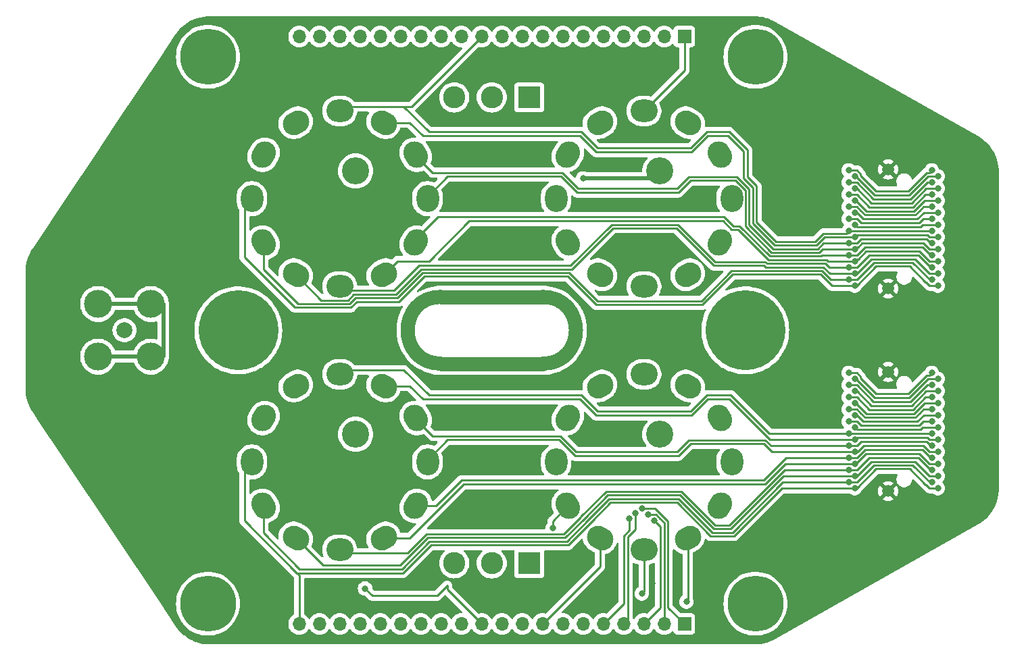
<source format=gbr>
G04 #@! TF.GenerationSoftware,KiCad,Pcbnew,8.0.7*
G04 #@! TF.CreationDate,2025-12-06T16:12:50-05:00*
G04 #@! TF.ProjectId,TPL-GridSwitch,54504c2d-4772-4696-9453-77697463682e,rev?*
G04 #@! TF.SameCoordinates,Original*
G04 #@! TF.FileFunction,Copper,L2,Bot*
G04 #@! TF.FilePolarity,Positive*
%FSLAX46Y46*%
G04 Gerber Fmt 4.6, Leading zero omitted, Abs format (unit mm)*
G04 Created by KiCad (PCBNEW 8.0.7) date 2025-12-06 16:12:50*
%MOMM*%
%LPD*%
G01*
G04 APERTURE LIST*
G04 Aperture macros list*
%AMHorizOval*
0 Thick line with rounded ends*
0 $1 width*
0 $2 $3 position (X,Y) of the first rounded end (center of the circle)*
0 $4 $5 position (X,Y) of the second rounded end (center of the circle)*
0 Add line between two ends*
20,1,$1,$2,$3,$4,$5,0*
0 Add two circle primitives to create the rounded ends*
1,1,$1,$2,$3*
1,1,$1,$4,$5*%
G04 Aperture macros list end*
G04 #@! TA.AperFunction,NonConductor*
%ADD10C,1.778000*%
G04 #@! TD*
G04 #@! TA.AperFunction,ComponentPad*
%ADD11C,10.000000*%
G04 #@! TD*
G04 #@! TA.AperFunction,ComponentPad*
%ADD12C,1.500000*%
G04 #@! TD*
G04 #@! TA.AperFunction,ComponentPad*
%ADD13C,7.000000*%
G04 #@! TD*
G04 #@! TA.AperFunction,ComponentPad*
%ADD14O,3.400000X2.800000*%
G04 #@! TD*
G04 #@! TA.AperFunction,ComponentPad*
%ADD15HorizOval,2.800000X0.259808X-0.150000X-0.259808X0.150000X0*%
G04 #@! TD*
G04 #@! TA.AperFunction,ComponentPad*
%ADD16HorizOval,2.800000X0.150000X-0.259808X-0.150000X0.259808X0*%
G04 #@! TD*
G04 #@! TA.AperFunction,ComponentPad*
%ADD17O,2.800000X3.400000*%
G04 #@! TD*
G04 #@! TA.AperFunction,ComponentPad*
%ADD18HorizOval,2.800000X-0.150000X-0.259808X0.150000X0.259808X0*%
G04 #@! TD*
G04 #@! TA.AperFunction,ComponentPad*
%ADD19HorizOval,2.800000X-0.259808X-0.150000X0.259808X0.150000X0*%
G04 #@! TD*
G04 #@! TA.AperFunction,ComponentPad*
%ADD20HorizOval,2.800000X-0.259808X0.150000X0.259808X-0.150000X0*%
G04 #@! TD*
G04 #@! TA.AperFunction,ComponentPad*
%ADD21HorizOval,2.800000X-0.150000X0.259808X0.150000X-0.259808X0*%
G04 #@! TD*
G04 #@! TA.AperFunction,ComponentPad*
%ADD22HorizOval,2.800000X0.150000X0.259808X-0.150000X-0.259808X0*%
G04 #@! TD*
G04 #@! TA.AperFunction,ComponentPad*
%ADD23HorizOval,2.800000X0.259808X0.150000X-0.259808X-0.150000X0*%
G04 #@! TD*
G04 #@! TA.AperFunction,ComponentPad*
%ADD24C,3.400000*%
G04 #@! TD*
G04 #@! TA.AperFunction,ComponentPad*
%ADD25C,2.000000*%
G04 #@! TD*
G04 #@! TA.AperFunction,ComponentPad*
%ADD26C,3.500000*%
G04 #@! TD*
G04 #@! TA.AperFunction,ComponentPad*
%ADD27R,2.775000X2.775000*%
G04 #@! TD*
G04 #@! TA.AperFunction,ComponentPad*
%ADD28C,2.775000*%
G04 #@! TD*
G04 #@! TA.AperFunction,ComponentPad*
%ADD29R,1.700000X1.700000*%
G04 #@! TD*
G04 #@! TA.AperFunction,ComponentPad*
%ADD30O,1.700000X1.700000*%
G04 #@! TD*
G04 #@! TA.AperFunction,ViaPad*
%ADD31C,0.800000*%
G04 #@! TD*
G04 #@! TA.AperFunction,Conductor*
%ADD32C,0.254000*%
G04 #@! TD*
G04 #@! TA.AperFunction,Conductor*
%ADD33C,0.508000*%
G04 #@! TD*
G04 APERTURE END LIST*
D10*
X6350000Y4191000D02*
G75*
G02*
X6350000Y-4191000I0J-4191000D01*
G01*
X-6350000Y-4191000D02*
X6350000Y-4191000D01*
X6350000Y4191000D02*
X-6350000Y4191000D01*
X-6350000Y-4191000D02*
G75*
G02*
X-6350000Y4191000I0J4191000D01*
G01*
D11*
X-31750000Y0D03*
D12*
X49650000Y5225000D03*
X49650000Y20175000D03*
D13*
X33020000Y-34290000D03*
X-35560000Y-34290000D03*
D14*
X-19050000Y-5510000D03*
D15*
X-13550000Y-6983721D03*
D16*
X-9523721Y-11010000D03*
D17*
X-8050000Y-16510000D03*
D18*
X-9523721Y-22010000D03*
D19*
X-13550000Y-26036279D03*
D14*
X-19050000Y-27510000D03*
D20*
X-24550000Y-26036279D03*
D21*
X-28576279Y-22010000D03*
D17*
X-30050000Y-16510000D03*
D22*
X-28576279Y-11010000D03*
D23*
X-24550000Y-6983721D03*
D24*
X-17049750Y-13045465D03*
D12*
X49650000Y-20175000D03*
X49650000Y-5225000D03*
D14*
X19050000Y-5510000D03*
D15*
X24550000Y-6983721D03*
D16*
X28576279Y-11010000D03*
D17*
X30050000Y-16510000D03*
D18*
X28576279Y-22010000D03*
D19*
X24550000Y-26036279D03*
D14*
X19050000Y-27510000D03*
D20*
X13550000Y-26036279D03*
D21*
X9523721Y-22010000D03*
D17*
X8050000Y-16510000D03*
D22*
X9523721Y-11010000D03*
D23*
X13550000Y-6983721D03*
D24*
X21050250Y-13045465D03*
D25*
X-46009878Y0D03*
D26*
X-42709878Y-3300000D03*
X-42709878Y3300000D03*
X-49309878Y-3300000D03*
X-49309878Y3300000D03*
D13*
X-35560000Y34290000D03*
D27*
X4700000Y29210000D03*
D28*
X0Y29210000D03*
X-4700000Y29210000D03*
D14*
X-19050000Y27510000D03*
D15*
X-13550000Y26036279D03*
D16*
X-9523721Y22010000D03*
D17*
X-8050000Y16510000D03*
D18*
X-9523721Y11010000D03*
D19*
X-13550000Y6983721D03*
D14*
X-19050000Y5510000D03*
D20*
X-24550000Y6983721D03*
D21*
X-28576279Y11010000D03*
D17*
X-30050000Y16510000D03*
D22*
X-28576279Y22010000D03*
D23*
X-24550000Y26036279D03*
D24*
X-17049750Y19974535D03*
D11*
X31750000Y0D03*
D14*
X19050000Y27510000D03*
D15*
X24550000Y26036279D03*
D16*
X28576279Y22010000D03*
D17*
X30050000Y16510000D03*
D18*
X28576279Y11010000D03*
D19*
X24550000Y6983721D03*
D14*
X19050000Y5510000D03*
D20*
X13550000Y6983721D03*
D21*
X9523721Y11010000D03*
D17*
X8050000Y16510000D03*
D22*
X9523721Y22010000D03*
D23*
X13550000Y26036279D03*
D24*
X21050250Y19974535D03*
D27*
X4700000Y-29210000D03*
D28*
X0Y-29210000D03*
X-4700000Y-29210000D03*
D13*
X33020000Y34290000D03*
D29*
X24125000Y-36830000D03*
D30*
X21585000Y-36830000D03*
X19045000Y-36830000D03*
X16505000Y-36830000D03*
X13965000Y-36830000D03*
X11425000Y-36830000D03*
X8885000Y-36830000D03*
X6345000Y-36830000D03*
X3805000Y-36830000D03*
X1265000Y-36830000D03*
X-1275000Y-36830000D03*
X-3815000Y-36830000D03*
X-6355000Y-36830000D03*
X-8895000Y-36830000D03*
X-11435000Y-36830000D03*
X-13975000Y-36830000D03*
X-16515000Y-36830000D03*
X-19055000Y-36830000D03*
X-21595000Y-36830000D03*
X-24135000Y-36830000D03*
D29*
X24125000Y36830000D03*
D30*
X21585000Y36830000D03*
X19045000Y36830000D03*
X16505000Y36830000D03*
X13965000Y36830000D03*
X11425000Y36830000D03*
X8885000Y36830000D03*
X6345000Y36830000D03*
X3805000Y36830000D03*
X1265000Y36830000D03*
X-1275000Y36830000D03*
X-3815000Y36830000D03*
X-6355000Y36830000D03*
X-8895000Y36830000D03*
X-11435000Y36830000D03*
X-13975000Y36830000D03*
X-16515000Y36830000D03*
X-19055000Y36830000D03*
X-21595000Y36830000D03*
X-24135000Y36830000D03*
D31*
X-16256000Y-9652000D03*
X-2794000Y-22860000D03*
X2540000Y11430000D03*
X10160000Y-29464000D03*
X20574000Y10414000D03*
X13970000Y20955000D03*
X13462000Y-17526000D03*
X-16002000Y-34544000D03*
X2540000Y21590000D03*
X13970000Y-12065000D03*
X-7874000Y-30226000D03*
X2540000Y-11430000D03*
X14986000Y-31496000D03*
X-19304000Y13970000D03*
X-37338000Y-9144000D03*
X2540000Y16510000D03*
X15748000Y10160000D03*
X2540000Y-16510000D03*
X-20066000Y-17272000D03*
X-12700000Y-19812000D03*
X-25400000Y11176000D03*
X17780000Y33020000D03*
X25908000Y16002000D03*
X10668000Y32258000D03*
X1524000Y-32512000D03*
X-18034000Y33020000D03*
X19050000Y24130000D03*
X2540000Y-21590000D03*
X-35306000Y10668000D03*
X-16002000Y0D03*
X22098000Y0D03*
X20066000Y-31750000D03*
X45466000Y16256000D03*
X55880000Y16256000D03*
X55118000Y15494000D03*
X44704000Y15494000D03*
X55880000Y14732000D03*
X45466000Y14732000D03*
X55118000Y13970000D03*
X44704000Y13970000D03*
X55880000Y13208000D03*
X45466000Y13208000D03*
X55118000Y12446000D03*
X44704000Y12446000D03*
X55880000Y11684000D03*
X45466000Y11684000D03*
X44704000Y10922000D03*
X55118000Y10922000D03*
X45466000Y10160000D03*
X55880000Y10160000D03*
X44704000Y9398000D03*
X55118000Y9398000D03*
X55880000Y8636000D03*
X45466000Y8636000D03*
X55118000Y7874000D03*
X44704000Y7874000D03*
X55880000Y7112000D03*
X45466000Y7112000D03*
X44704000Y6350000D03*
X55118000Y6350000D03*
X55880000Y5588000D03*
X45466000Y5588000D03*
X24384000Y-34036000D03*
X45466000Y-9144000D03*
X55880000Y-9144000D03*
X55118000Y-9906000D03*
X18796000Y-33020000D03*
X44704000Y-9906000D03*
X55880000Y-10668000D03*
X45466000Y-10668000D03*
X7620000Y-24822203D03*
X44704000Y-11430000D03*
X55118000Y-11430000D03*
X55880000Y-12192000D03*
X45466000Y-12192000D03*
X44704000Y-12954000D03*
X-15875000Y-32385000D03*
X55118000Y-12954000D03*
X45466000Y-13716000D03*
X55880000Y-13716000D03*
X55118000Y-14478000D03*
X44704000Y-14478000D03*
X55880000Y-15240000D03*
X45466000Y-15240000D03*
X55118000Y-16002000D03*
X44704000Y-16002000D03*
X45466000Y-16764000D03*
X55880000Y-16764000D03*
X44704000Y-17526000D03*
X55118000Y-17526000D03*
X55880000Y-18288000D03*
X45466000Y-18288000D03*
X44704000Y-19050000D03*
X55118000Y-19050000D03*
X45466000Y-19812000D03*
X55880000Y-19812000D03*
X11430000Y19050000D03*
X55118000Y20066000D03*
X44704000Y20066000D03*
X55880000Y19304000D03*
X45466000Y19304000D03*
X44704000Y18542000D03*
X55118000Y18542000D03*
X45466000Y17780000D03*
X55880000Y17780000D03*
X44704000Y17018000D03*
X55118000Y17018000D03*
X18796000Y-22352000D03*
X44704000Y-5334000D03*
X55118000Y-5334000D03*
X45466000Y-6096000D03*
X55880000Y-6096000D03*
X19558000Y-23114000D03*
X55118000Y-6858000D03*
X44704000Y-6858000D03*
X20320000Y-23876000D03*
X45466000Y-7620000D03*
X55880000Y-7620000D03*
X17961285Y-22908476D03*
X17231085Y-23629997D03*
X44704000Y-8382000D03*
X55118000Y-8382000D03*
D32*
X54200763Y16256000D02*
X55880000Y16256000D01*
X46927237Y14950000D02*
X45621237Y16256000D01*
X48950000Y14950000D02*
X52894763Y14950000D01*
X45621237Y16256000D02*
X45466000Y16256000D01*
X52894763Y14950000D02*
X54200763Y16256000D01*
X48950000Y14950000D02*
X46927237Y14950000D01*
X53625800Y15034459D02*
X53625800Y15017800D01*
X44704000Y15494000D02*
X45736659Y15494000D01*
X53058000Y14450000D02*
X48950000Y14450000D01*
X53625800Y15017800D02*
X53058000Y14450000D01*
X46196200Y15034459D02*
X46196200Y15017800D01*
X54085341Y15494000D02*
X53625800Y15034459D01*
X46196200Y15017800D02*
X46764000Y14450000D01*
X55118000Y15494000D02*
X54085341Y15494000D01*
X45736659Y15494000D02*
X46196200Y15034459D01*
X46764000Y14450000D02*
X48950000Y14450000D01*
X45466000Y14732000D02*
X45720000Y14732000D01*
X53320000Y13950000D02*
X48950000Y13950000D01*
X54102000Y14732000D02*
X53320000Y13950000D01*
X55880000Y14732000D02*
X54102000Y14732000D01*
X45720000Y14732000D02*
X46502000Y13950000D01*
X46502000Y13950000D02*
X48950000Y13950000D01*
X53565341Y13450000D02*
X48950000Y13450000D01*
X46256659Y13450000D02*
X48950000Y13450000D01*
X45736659Y13970000D02*
X46256659Y13450000D01*
X44704000Y13970000D02*
X45736659Y13970000D01*
X55118000Y13970000D02*
X54085341Y13970000D01*
X54085341Y13970000D02*
X53565341Y13450000D01*
X53711919Y12950000D02*
X48950000Y12950000D01*
X55880000Y13208000D02*
X53969919Y13208000D01*
X53969919Y13208000D02*
X53711919Y12950000D01*
X45466000Y13208000D02*
X45724000Y12950000D01*
X45724000Y12950000D02*
X48950000Y12950000D01*
X44704000Y12446000D02*
X55118000Y12446000D01*
X33151799Y18094807D02*
X33151799Y13584201D01*
X-7874000Y24892000D02*
X11176000Y24892000D01*
X41489957Y12141200D02*
X44399200Y12141200D01*
X44399200Y12141200D02*
X44704000Y12446000D01*
X24892000Y22860000D02*
X26924000Y24892000D01*
X-18516987Y28043013D02*
X-11025013Y28043013D01*
X-10061987Y28043013D02*
X-11025013Y28043013D01*
X33151799Y13584201D02*
X35610800Y11125200D01*
X-1275000Y36830000D02*
X-10061987Y28043013D01*
X11176000Y24892000D02*
X13208000Y22860000D01*
X13208000Y22860000D02*
X24892000Y22860000D01*
X-19050000Y27510000D02*
X-18516987Y28043013D01*
X40473957Y11125200D02*
X41489957Y12141200D01*
X32004000Y19242606D02*
X33151799Y18094807D01*
X32004000Y22606000D02*
X32004000Y19242606D01*
X-11025013Y28043013D02*
X-7874000Y24892000D01*
X26924000Y24892000D02*
X29718000Y24892000D01*
X35610800Y11125200D02*
X40473957Y11125200D01*
X29718000Y24892000D02*
X32004000Y22606000D01*
X11037422Y24384000D02*
X-8636000Y24384000D01*
X32694599Y17905429D02*
X31546800Y19053228D01*
X32694599Y13394823D02*
X32694599Y17905429D01*
X40663335Y10668000D02*
X35421422Y10668000D01*
X54593341Y11938000D02*
X54847341Y11684000D01*
X54847341Y11684000D02*
X55880000Y11684000D01*
X31546800Y22416622D02*
X29579422Y24384000D01*
X-10288279Y26036279D02*
X-13550000Y26036279D01*
X29579422Y24384000D02*
X27062578Y24384000D01*
X13069422Y22352000D02*
X11037422Y24384000D01*
X45466000Y11684000D02*
X41679335Y11684000D01*
X45720000Y11938000D02*
X54593341Y11938000D01*
X45466000Y11684000D02*
X45720000Y11938000D01*
X-8636000Y24384000D02*
X-10288279Y26036279D01*
X35421422Y10668000D02*
X32694599Y13394823D01*
X41679335Y11684000D02*
X40663335Y10668000D01*
X31546800Y19053228D02*
X31546800Y22416622D01*
X27062578Y24384000D02*
X25030578Y22352000D01*
X25030578Y22352000D02*
X13069422Y22352000D01*
X44704000Y10922000D02*
X45736659Y10922000D01*
X32237400Y17716050D02*
X32237400Y13205444D01*
X-9523721Y21900192D02*
X-7384729Y19761200D01*
X46244659Y11430000D02*
X54454763Y11430000D01*
X40852714Y10210801D02*
X41563913Y10922000D01*
X54962763Y10922000D02*
X55118000Y10922000D01*
X8825378Y19761200D02*
X10806578Y17780000D01*
X45736659Y10922000D02*
X46244659Y11430000D01*
X30700259Y19253191D02*
X32237400Y17716050D01*
X10806578Y17780000D02*
X23229422Y17780000D01*
X-9523721Y22010000D02*
X-9523721Y21900192D01*
X41563913Y10922000D02*
X44704000Y10922000D01*
X35232044Y10210800D02*
X40852714Y10210801D01*
X24702622Y19253200D02*
X30700259Y19253191D01*
X23229422Y17780000D02*
X24702622Y19253200D01*
X32237400Y13205444D02*
X35232044Y10210800D01*
X-7384729Y19761200D02*
X8825378Y19761200D01*
X54454763Y11430000D02*
X54962763Y10922000D01*
X31780200Y13016066D02*
X31780200Y17526672D01*
X24892000Y18796000D02*
X23368000Y17272000D01*
X30510880Y18795992D02*
X24892000Y18796000D01*
X41448491Y10160000D02*
X41042092Y9753601D01*
X35042665Y9753601D02*
X31780200Y13016066D01*
X46383237Y10922000D02*
X54085341Y10922000D01*
X54085341Y10922000D02*
X54847341Y10160000D01*
X10668000Y17272000D02*
X8636002Y19303998D01*
X45466000Y10160000D02*
X41448491Y10160000D01*
X45926038Y10464801D02*
X46383237Y10922000D01*
X54847341Y10160000D02*
X55880000Y10160000D01*
X-5556002Y19303998D02*
X-8050000Y16810000D01*
X-8050000Y16810000D02*
X-8050000Y16510000D01*
X45770800Y10464800D02*
X45926038Y10464801D01*
X8636002Y19303998D02*
X-5556002Y19303998D01*
X41042092Y9753601D02*
X35042665Y9753601D01*
X31780200Y17526672D02*
X30510880Y18795992D01*
X23368000Y17272000D02*
X10668000Y17272000D01*
X45466000Y10160000D02*
X45770800Y10464800D01*
X31055179Y13094509D02*
X30224069Y13094509D01*
X30224069Y13094509D02*
X29094578Y14224000D01*
X54962763Y9398000D02*
X55118000Y9398000D01*
X45736659Y9398000D02*
X46752659Y10414000D01*
X-6719529Y14224000D02*
X-9523721Y11419808D01*
X34853286Y9296402D02*
X31055179Y13094509D01*
X46752659Y10414000D02*
X53946763Y10414000D01*
X29094578Y14224000D02*
X-6719529Y14224000D01*
X-9523721Y11419808D02*
X-9523721Y11010000D01*
X44704000Y9398000D02*
X45736659Y9398000D01*
X41231470Y9296401D02*
X34853286Y9296402D01*
X53946763Y10414000D02*
X54962763Y9398000D01*
X44704000Y9398000D02*
X41333069Y9398000D01*
X41333069Y9398000D02*
X41231470Y9296401D01*
X-13550000Y6983721D02*
X-11846922Y8686799D01*
X28956000Y13716000D02*
X30034691Y12637309D01*
X45466000Y8636000D02*
X45770800Y8940800D01*
X42141023Y8636000D02*
X45466000Y8636000D01*
X30865801Y12637309D02*
X34663908Y8839202D01*
X45770800Y8940800D02*
X45926038Y8940801D01*
X41937821Y8839202D02*
X42141023Y8636000D01*
X-7869513Y8686799D02*
X-2840312Y13716000D01*
X53577341Y9906000D02*
X54847341Y8636000D01*
X-11846922Y8686799D02*
X-7869513Y8686799D01*
X34663908Y8839202D02*
X41937821Y8839202D01*
X30034691Y12637309D02*
X30865801Y12637309D01*
X46891237Y9906000D02*
X53577341Y9906000D01*
X-2840312Y13716000D02*
X28956000Y13716000D01*
X54847341Y8636000D02*
X55880000Y8636000D01*
X45926038Y8940801D02*
X46891237Y9906000D01*
X-19050000Y5510000D02*
X-18516987Y4976987D01*
X45736659Y7874000D02*
X47260659Y9398000D01*
X-9097867Y8128000D02*
X9864534Y8128000D01*
X54962763Y7874000D02*
X55118000Y7874000D01*
X27990799Y8585201D02*
X34271331Y8585201D01*
X34271331Y8585201D02*
X34474530Y8382002D01*
X-18516987Y4976987D02*
X-12248880Y4976987D01*
X9864534Y8128000D02*
X14995334Y13258800D01*
X44704000Y7874000D02*
X45736659Y7874000D01*
X14995334Y13258800D02*
X23317200Y13258800D01*
X-12248880Y4976987D02*
X-9097867Y8128000D01*
X42256445Y7874000D02*
X44704000Y7874000D01*
X34474530Y8382002D02*
X41748443Y8382002D01*
X53438763Y9398000D02*
X54962763Y7874000D01*
X47260659Y9398000D02*
X53438763Y9398000D01*
X41748443Y8382002D02*
X42256445Y7874000D01*
X23317200Y13258800D02*
X27990799Y8585201D01*
X54387800Y7571541D02*
X54847341Y7112000D01*
X-24550000Y6983721D02*
X-21346079Y3779800D01*
X10053913Y7670801D02*
X15184712Y12801600D01*
X-12001791Y4519787D02*
X-8850778Y7670800D01*
X53035200Y8940800D02*
X54387800Y7588200D01*
X47548800Y8940800D02*
X53035200Y8940800D01*
X34285152Y7924802D02*
X41559064Y7924803D01*
X-8850778Y7670800D02*
X10053913Y7670801D01*
X-18033328Y3779800D02*
X-17293341Y4519787D01*
X15184712Y12801600D02*
X23127822Y12801600D01*
X54847341Y7112000D02*
X55880000Y7112000D01*
X-21346079Y3779800D02*
X-18033328Y3779800D01*
X45466000Y7112000D02*
X45720000Y7112000D01*
X54387800Y7588200D02*
X54387800Y7571541D01*
X42371867Y7112000D02*
X45466000Y7112000D01*
X45720000Y7112000D02*
X47548800Y8940800D01*
X27801421Y8128001D02*
X34081953Y8128001D01*
X-17293341Y4519787D02*
X-12001791Y4519787D01*
X34081953Y8128001D02*
X34285152Y7924802D01*
X23127822Y12801600D02*
X27801421Y8128001D01*
X41559064Y7924803D02*
X42371867Y7112000D01*
X9688979Y7213599D02*
X13209356Y3693222D01*
X54864000Y6350000D02*
X55118000Y6350000D01*
X-11812412Y4062588D02*
X-8661400Y7213600D01*
X41369686Y7467603D02*
X42487289Y6350000D01*
X52730400Y8483600D02*
X54864000Y6350000D01*
X-17103963Y4062587D02*
X-11812412Y4062588D01*
X46196200Y6826200D02*
X47853600Y8483600D01*
X26253089Y3693222D02*
X30027470Y7467603D01*
X47853600Y8483600D02*
X52730400Y8483600D01*
X45736659Y6350000D02*
X46196200Y6809541D01*
X-8661400Y7213600D02*
X9688979Y7213599D01*
X13209356Y3693222D02*
X26253089Y3693222D01*
X-28576279Y7609701D02*
X-24289178Y3322600D01*
X42487289Y6350000D02*
X44704000Y6350000D01*
X44704000Y6350000D02*
X45736659Y6350000D01*
X-24289178Y3322600D02*
X-17843949Y3322601D01*
X30027470Y7467603D02*
X41369686Y7467603D01*
X-17843949Y3322601D02*
X-17103963Y4062587D01*
X-28576279Y11010000D02*
X-28576279Y7609701D01*
X46196200Y6809541D02*
X46196200Y6826200D01*
D33*
X-41150000Y-3300000D02*
X-47750000Y-3300000D01*
X-47750000Y3300000D02*
X-41150000Y3300000D01*
X-41150000Y3300000D02*
X-41150000Y-3300000D01*
D32*
X52356311Y8026400D02*
X54335170Y6047541D01*
X54335170Y6047541D02*
X54387800Y6047541D01*
X-17654571Y2865401D02*
X-24709400Y2865400D01*
X-11623034Y3605388D02*
X-16914585Y3605387D01*
X45466000Y5588000D02*
X45720000Y5588000D01*
X-16914585Y3605387D02*
X-17654571Y2865401D01*
X54847341Y5588000D02*
X55880000Y5588000D01*
X45720000Y5588000D02*
X48158400Y8026400D01*
X-8472022Y6756400D02*
X-11623034Y3605388D01*
X45466000Y5588000D02*
X42602711Y5588000D01*
X13063461Y3192539D02*
X9499601Y6756399D01*
X-30988000Y9144000D02*
X-30988000Y15572000D01*
X-30988000Y15572000D02*
X-30050000Y16510000D01*
X9499601Y6756399D02*
X-8472022Y6756400D01*
X41180308Y7010403D02*
X30216848Y7010403D01*
X54387800Y6047541D02*
X54847341Y5588000D01*
X42602711Y5588000D02*
X41180308Y7010403D01*
X48158400Y8026400D02*
X52356311Y8026400D01*
X26398984Y3192539D02*
X13063461Y3192539D01*
X30216848Y7010403D02*
X26398984Y3192539D01*
X-24709400Y2865400D02*
X-30988000Y9144000D01*
X48950000Y-10450000D02*
X46927237Y-10450000D01*
X45621237Y-9144000D02*
X45466000Y-9144000D01*
X48950000Y-10450000D02*
X52894763Y-10450000D01*
X52894763Y-10450000D02*
X54200763Y-9144000D01*
X46927237Y-10450000D02*
X45621237Y-9144000D01*
X24550000Y-33870000D02*
X24550000Y-26036279D01*
X54200763Y-9144000D02*
X55880000Y-9144000D01*
X24384000Y-34036000D02*
X24550000Y-33870000D01*
X53625800Y-10365541D02*
X53625800Y-10382200D01*
X53058000Y-10950000D02*
X48950000Y-10950000D01*
X45736659Y-9906000D02*
X46196200Y-10365541D01*
X19050000Y-32766000D02*
X19050000Y-27510000D01*
X55118000Y-9906000D02*
X54085341Y-9906000D01*
X46764000Y-10950000D02*
X48950000Y-10950000D01*
X46196200Y-10365541D02*
X46196200Y-10382200D01*
X53625800Y-10382200D02*
X53058000Y-10950000D01*
X44704000Y-9906000D02*
X45736659Y-9906000D01*
X54085341Y-9906000D02*
X53625800Y-10365541D01*
X46196200Y-10382200D02*
X46764000Y-10950000D01*
X18796000Y-33020000D02*
X19050000Y-32766000D01*
X45466000Y-10668000D02*
X45720000Y-10668000D01*
X53320000Y-11450000D02*
X48950000Y-11450000D01*
X55880000Y-10668000D02*
X54102000Y-10668000D01*
X13550000Y-29630000D02*
X13550000Y-26036279D01*
X54102000Y-10668000D02*
X53320000Y-11450000D01*
X45720000Y-10668000D02*
X46502000Y-11450000D01*
X6350000Y-36830000D02*
X13550000Y-29630000D01*
X46502000Y-11450000D02*
X48950000Y-11450000D01*
X55118000Y-11430000D02*
X54085341Y-11430000D01*
X53565341Y-11950000D02*
X48950000Y-11950000D01*
X54085341Y-11430000D02*
X53565341Y-11950000D01*
X45736659Y-11430000D02*
X46256659Y-11950000D01*
X7620000Y-24822203D02*
X7620000Y-23913721D01*
X46256659Y-11950000D02*
X48950000Y-11950000D01*
X44704000Y-11430000D02*
X45736659Y-11430000D01*
X7620000Y-23913721D02*
X9523721Y-22010000D01*
X53969919Y-12192000D02*
X53711919Y-12450000D01*
X55880000Y-12192000D02*
X53969919Y-12192000D01*
X45466000Y-12192000D02*
X45724000Y-12450000D01*
X53711919Y-12450000D02*
X48950000Y-12450000D01*
X45724000Y-12450000D02*
X48950000Y-12450000D01*
X-18516987Y-4976987D02*
X-11025013Y-4976987D01*
X-5588000Y-32512000D02*
X-1270000Y-36830000D01*
X24892000Y-10160000D02*
X26924000Y-8128000D01*
X34751867Y-12954000D02*
X44704000Y-12954000D01*
X-5588000Y-32004000D02*
X-5588000Y-32512000D01*
X44704000Y-12954000D02*
X55118000Y-12954000D01*
X13208000Y-10160000D02*
X24892000Y-10160000D01*
X26924000Y-8128000D02*
X29925867Y-8128000D01*
X-5588000Y-32004000D02*
X-6858000Y-33274000D01*
X-6858000Y-33274000D02*
X-14986000Y-33274000D01*
X-11025013Y-4976987D02*
X-7874000Y-8128000D01*
X11176000Y-8128000D02*
X13208000Y-10160000D01*
X-7874000Y-8128000D02*
X11176000Y-8128000D01*
X29925867Y-8128000D02*
X34751867Y-12954000D01*
X-14986000Y-33274000D02*
X-15875000Y-32385000D01*
X-19050000Y-5510000D02*
X-18516987Y-4976987D01*
X-10288279Y-6983721D02*
X-8636000Y-8636000D01*
X34867289Y-13716000D02*
X45466000Y-13716000D01*
X54847341Y-13716000D02*
X55880000Y-13716000D01*
X54593341Y-13462000D02*
X54847341Y-13716000D01*
X29787289Y-8636000D02*
X34867289Y-13716000D01*
X27062578Y-8636000D02*
X29787289Y-8636000D01*
X11037422Y-8636000D02*
X13069422Y-10668000D01*
X45466000Y-13716000D02*
X45720000Y-13462000D01*
X25030578Y-10668000D02*
X27062578Y-8636000D01*
X-8636000Y-8636000D02*
X11037422Y-8636000D01*
X13069422Y-10668000D02*
X25030578Y-10668000D01*
X45720000Y-13462000D02*
X54593341Y-13462000D01*
X-13550000Y-6983721D02*
X-10288279Y-6983721D01*
X46244659Y-13970000D02*
X54454763Y-13970000D01*
X34271511Y-13766800D02*
X34982711Y-14478000D01*
X54962763Y-14478000D02*
X55118000Y-14478000D01*
X24702621Y-13766801D02*
X34271511Y-13766800D01*
X23229422Y-15240000D02*
X24702621Y-13766801D01*
X54454763Y-13970000D02*
X54962763Y-14478000D01*
X8571379Y-13258801D02*
X10552578Y-15240000D01*
X-7384729Y-13258800D02*
X8571379Y-13258801D01*
X45736659Y-14478000D02*
X46244659Y-13970000D01*
X44704000Y-14478000D02*
X45736659Y-14478000D01*
X34982711Y-14478000D02*
X44704000Y-14478000D01*
X-9523721Y-11010000D02*
X-9523721Y-11119808D01*
X-9523721Y-11119808D02*
X-7384729Y-13258800D01*
X10552578Y-15240000D02*
X23229422Y-15240000D01*
X35098133Y-15240000D02*
X45466000Y-15240000D01*
X-8050000Y-16510000D02*
X-8050000Y-16210000D01*
X24892000Y-14224000D02*
X34082133Y-14224000D01*
X10414000Y-15748000D02*
X23368000Y-15748000D01*
X-8050000Y-16210000D02*
X-5556000Y-13716000D01*
X45466000Y-15240000D02*
X45852081Y-15240000D01*
X54085341Y-14478000D02*
X54847341Y-15240000D01*
X8382000Y-13716000D02*
X10414000Y-15748000D01*
X34082133Y-14224000D02*
X35098133Y-15240000D01*
X46614081Y-14478000D02*
X54085341Y-14478000D01*
X23368000Y-15748000D02*
X24892000Y-14224000D01*
X-5556000Y-13716000D02*
X8382000Y-13716000D01*
X45852081Y-15240000D02*
X46614081Y-14478000D01*
X54847341Y-15240000D02*
X55880000Y-15240000D01*
X45736659Y-16002000D02*
X46752659Y-14986000D01*
X-9523721Y-22010000D02*
X-7024000Y-22010000D01*
X-3810000Y-18796000D02*
X34105110Y-18796000D01*
X54962763Y-16002000D02*
X55118000Y-16002000D01*
X-7024000Y-22010000D02*
X-3810000Y-18796000D01*
X34105110Y-18796000D02*
X36899110Y-16002000D01*
X53946763Y-14986000D02*
X54962763Y-16002000D01*
X44704000Y-16002000D02*
X45736659Y-16002000D01*
X36899110Y-16002000D02*
X44704000Y-16002000D01*
X46752659Y-14986000D02*
X53946763Y-14986000D01*
X34243688Y-19304000D02*
X36783688Y-16764000D01*
X45466000Y-16764000D02*
X45621237Y-16764000D01*
X45621237Y-16764000D02*
X46891237Y-15494000D01*
X-10288279Y-26036279D02*
X-3556000Y-19304000D01*
X-13550000Y-26036279D02*
X-10288279Y-26036279D01*
X36783688Y-16764000D02*
X45466000Y-16764000D01*
X53577341Y-15494000D02*
X54847341Y-16764000D01*
X54847341Y-16764000D02*
X55880000Y-16764000D01*
X-3556000Y-19304000D02*
X34243688Y-19304000D01*
X46891237Y-15494000D02*
X53577341Y-15494000D01*
X11159476Y-23409870D02*
X11159476Y-23384524D01*
X-10575734Y-27940000D02*
X-8188137Y-25552403D01*
X53438763Y-16002000D02*
X54962763Y-17526000D01*
X44704000Y-17526000D02*
X45736659Y-17526000D01*
X47260659Y-16002000D02*
X53438763Y-16002000D01*
X14319200Y-20224800D02*
X23780800Y-20224800D01*
X-18620000Y-27940000D02*
X-10575734Y-27940000D01*
X27990800Y-24434800D02*
X29759466Y-24434800D01*
X23780800Y-20224800D02*
X27990800Y-24434800D01*
X36668266Y-17526000D02*
X44704000Y-17526000D01*
X45736659Y-17526000D02*
X47260659Y-16002000D01*
X11159476Y-23384524D02*
X14319200Y-20224800D01*
X29759466Y-24434800D02*
X36668266Y-17526000D01*
X54962763Y-17526000D02*
X55118000Y-17526000D01*
X-19050000Y-27510000D02*
X-18620000Y-27940000D01*
X-8188137Y-25552403D02*
X9016943Y-25552403D01*
X9016943Y-25552403D02*
X11159476Y-23409870D01*
X36552844Y-18288000D02*
X45466000Y-18288000D01*
X14508578Y-20682000D02*
X23591422Y-20682000D01*
X9206322Y-26009602D02*
X11616676Y-23599248D01*
X54387800Y-17828459D02*
X54847341Y-18288000D01*
X47548800Y-16459200D02*
X53035200Y-16459200D01*
X-24550000Y-26036279D02*
X-21122279Y-29464000D01*
X53035200Y-16459200D02*
X54387800Y-17811800D01*
X23591422Y-20682000D02*
X27801422Y-24892000D01*
X45720000Y-18288000D02*
X47548800Y-16459200D01*
X27801422Y-24892000D02*
X29948845Y-24891999D01*
X11616676Y-23573902D02*
X14508578Y-20682000D01*
X54387800Y-17811800D02*
X54387800Y-17828459D01*
X54847341Y-18288000D02*
X55880000Y-18288000D01*
X-11453156Y-29464000D02*
X-7998758Y-26009602D01*
X11616676Y-23599248D02*
X11616676Y-23573902D01*
X-7998758Y-26009602D02*
X9206322Y-26009602D01*
X45466000Y-18288000D02*
X45720000Y-18288000D01*
X29948845Y-24891999D02*
X36552844Y-18288000D01*
X-21122279Y-29464000D02*
X-11453156Y-29464000D01*
X23402044Y-21139200D02*
X27612044Y-25349200D01*
X44704000Y-19050000D02*
X45736659Y-19050000D01*
X-24065379Y-29921199D02*
X-11263778Y-29921200D01*
X12073876Y-23763280D02*
X14697956Y-21139200D01*
X12073876Y-23788626D02*
X12073876Y-23763280D01*
X45736659Y-19050000D02*
X46196200Y-18590459D01*
X54864000Y-19050000D02*
X55118000Y-19050000D01*
X46196200Y-18590459D02*
X46196200Y-18573800D01*
X30138224Y-25349198D02*
X36437422Y-19050000D01*
X-28576279Y-22010000D02*
X-28576279Y-25410299D01*
X-11263778Y-29921200D02*
X-7809379Y-26466801D01*
X47853600Y-16916400D02*
X52730400Y-16916400D01*
X52730400Y-16916400D02*
X54864000Y-19050000D01*
X14697956Y-21139200D02*
X23402044Y-21139200D01*
X-28576279Y-25410299D02*
X-24065379Y-29921199D01*
X27612044Y-25349200D02*
X30138224Y-25349198D01*
X9395701Y-26466801D02*
X12073876Y-23788626D01*
X36437422Y-19050000D02*
X44704000Y-19050000D01*
X-7809379Y-26466801D02*
X9395701Y-26466801D01*
X46196200Y-18573800D02*
X47853600Y-16916400D01*
X23212666Y-21596400D02*
X27422666Y-25806400D01*
X-24434801Y-30429199D02*
X-24130000Y-30734000D01*
X-7620000Y-26924000D02*
X9585080Y-26924000D01*
X54387800Y-19352459D02*
X54847341Y-19812000D01*
X52356311Y-17373600D02*
X54335170Y-19352459D01*
X-30988000Y-17448000D02*
X-30988000Y-23876000D01*
X-24130000Y-30734000D02*
X-24130000Y-36830000D01*
X14887334Y-21596400D02*
X23212666Y-21596400D01*
X45466000Y-19812000D02*
X45720000Y-19812000D01*
X30327603Y-25806397D02*
X36322000Y-19812000D01*
X12531076Y-23952658D02*
X14887334Y-21596400D01*
X-30050000Y-16510000D02*
X-30988000Y-17448000D01*
X12531076Y-23978004D02*
X12531076Y-23952658D01*
X9585080Y-26924000D02*
X12531076Y-23978004D01*
X36322000Y-19812000D02*
X45466000Y-19812000D01*
X54847341Y-19812000D02*
X55880000Y-19812000D01*
X27422666Y-25806400D02*
X30327603Y-25806397D01*
X-11125199Y-30429199D02*
X-7620000Y-26924000D01*
X48158400Y-17373600D02*
X52356311Y-17373600D01*
X45720000Y-19812000D02*
X48158400Y-17373600D01*
X54335170Y-19352459D02*
X54387800Y-19352459D01*
X-24434801Y-30429199D02*
X-11125199Y-30429199D01*
X-30988000Y-23876000D02*
X-24434801Y-30429199D01*
D33*
X20125715Y19050000D02*
X21050250Y19974535D01*
X11430000Y19050000D02*
X20125715Y19050000D01*
D32*
X55118000Y20066000D02*
X54813200Y19761200D01*
X45736659Y20066000D02*
X44704000Y20066000D01*
X46196200Y19606459D02*
X45736659Y20066000D01*
X19050000Y27510000D02*
X24125000Y32585000D01*
X24125000Y32585000D02*
X24125000Y36830000D01*
X46196200Y19375615D02*
X46196200Y19606459D01*
X54813200Y19761200D02*
X54473073Y19761200D01*
X48121815Y17450000D02*
X46196200Y19375615D01*
X52161873Y17450000D02*
X48121815Y17450000D01*
X54473073Y19761200D02*
X52161873Y17450000D01*
X54662451Y19304000D02*
X55880000Y19304000D01*
X45466000Y19304000D02*
X45621237Y19304000D01*
X47975237Y16950000D02*
X52308451Y16950000D01*
X45621237Y19304000D02*
X47975237Y16950000D01*
X52308451Y16950000D02*
X54662451Y19304000D01*
X52455029Y16450000D02*
X54547029Y18542000D01*
X47828659Y16450000D02*
X52455029Y16450000D01*
X54547029Y18542000D02*
X55118000Y18542000D01*
X45736659Y18542000D02*
X47828659Y16450000D01*
X44704000Y18542000D02*
X45736659Y18542000D01*
X52601607Y15950000D02*
X47550000Y15950000D01*
X45720000Y17780000D02*
X45466000Y17780000D01*
X47550000Y15950000D02*
X45720000Y17780000D01*
X55880000Y17780000D02*
X54431607Y17780000D01*
X54431607Y17780000D02*
X52601607Y15950000D01*
X45736659Y17018000D02*
X47304659Y15450000D01*
X47304659Y15450000D02*
X52748185Y15450000D01*
X54316185Y17018000D02*
X55118000Y17018000D01*
X44704000Y17018000D02*
X45736659Y17018000D01*
X52748185Y15450000D02*
X54316185Y17018000D01*
X54473073Y-5638800D02*
X52161873Y-7950000D01*
X52161873Y-7950000D02*
X48121815Y-7950000D01*
X46196200Y-6024385D02*
X46196200Y-5793541D01*
X20475237Y-22352000D02*
X22047200Y-23923963D01*
X48121815Y-7950000D02*
X46196200Y-6024385D01*
X22047200Y-34747200D02*
X24130000Y-36830000D01*
X46196200Y-5793541D02*
X45736659Y-5334000D01*
X22047200Y-23923963D02*
X22047200Y-34747200D01*
X54813200Y-5638800D02*
X54473073Y-5638800D01*
X18796000Y-22352000D02*
X20475237Y-22352000D01*
X55118000Y-5334000D02*
X54813200Y-5638800D01*
X45736659Y-5334000D02*
X44704000Y-5334000D01*
X21050200Y-23590200D02*
X21590000Y-24130000D01*
X54662451Y-6096000D02*
X55880000Y-6096000D01*
X21590000Y-24130000D02*
X21590000Y-36830000D01*
X47975237Y-8450000D02*
X52308451Y-8450000D01*
X52308451Y-8450000D02*
X54662451Y-6096000D01*
X45621237Y-6096000D02*
X47975237Y-8450000D01*
X19558000Y-23114000D02*
X20590659Y-23114000D01*
X20590659Y-23114000D02*
X21050200Y-23573541D01*
X45466000Y-6096000D02*
X45621237Y-6096000D01*
X21050200Y-23573541D02*
X21050200Y-23590200D01*
X21082000Y-24638000D02*
X21082000Y-34798000D01*
X54547029Y-6858000D02*
X55118000Y-6858000D01*
X21082000Y-34798000D02*
X19050000Y-36830000D01*
X52455029Y-8950000D02*
X54547029Y-6858000D01*
X45736659Y-6858000D02*
X47828659Y-8950000D01*
X47828659Y-8950000D02*
X52455029Y-8950000D01*
X44704000Y-6858000D02*
X45736659Y-6858000D01*
X20320000Y-23876000D02*
X21082000Y-24638000D01*
X17961285Y-22908476D02*
X17961285Y-24964715D01*
X17018000Y-25908000D02*
X17018000Y-36322000D01*
X45720000Y-7620000D02*
X45466000Y-7620000D01*
X17018000Y-36322000D02*
X16510000Y-36830000D01*
X54431607Y-7620000D02*
X52601607Y-9450000D01*
X47550000Y-9450000D02*
X45720000Y-7620000D01*
X55880000Y-7620000D02*
X54431607Y-7620000D01*
X17961285Y-24964715D02*
X17018000Y-25908000D01*
X52601607Y-9450000D02*
X47550000Y-9450000D01*
X17231085Y-25048337D02*
X16510000Y-25769422D01*
X16510000Y-34290000D02*
X13970000Y-36830000D01*
X45736659Y-8382000D02*
X47304659Y-9950000D01*
X47304659Y-9950000D02*
X52748185Y-9950000D01*
X16510000Y-25769422D02*
X16510000Y-34290000D01*
X52748185Y-9950000D02*
X54316185Y-8382000D01*
X44704000Y-8382000D02*
X45736659Y-8382000D01*
X54316185Y-8382000D02*
X55118000Y-8382000D01*
X17231085Y-23629997D02*
X17231085Y-25048337D01*
G04 #@! TA.AperFunction,Conductor*
G36*
X11342437Y-26156575D02*
G01*
X11398370Y-26198447D01*
X11420982Y-26253962D01*
X11421099Y-26253938D01*
X11421159Y-26253923D01*
X11421160Y-26253926D01*
X11421421Y-26253875D01*
X11421872Y-26256146D01*
X11422041Y-26256560D01*
X11422210Y-26257844D01*
X11422211Y-26257851D01*
X11486688Y-26498484D01*
X11486689Y-26498487D01*
X11582028Y-26728654D01*
X11706594Y-26944407D01*
X11706599Y-26944413D01*
X11706600Y-26944415D01*
X11858253Y-27142053D01*
X11858259Y-27142060D01*
X12034411Y-27318212D01*
X12034418Y-27318218D01*
X12122018Y-27385435D01*
X12232067Y-27469878D01*
X12860500Y-27832703D01*
X12908716Y-27883270D01*
X12922500Y-27940090D01*
X12922500Y-29318718D01*
X12902815Y-29385757D01*
X12886181Y-29406399D01*
X6802359Y-35490220D01*
X6741036Y-35523705D01*
X6682586Y-35522314D01*
X6580408Y-35494937D01*
X6345001Y-35474341D01*
X6344999Y-35474341D01*
X6109596Y-35494936D01*
X6109586Y-35494938D01*
X5881344Y-35556094D01*
X5881335Y-35556098D01*
X5667171Y-35655964D01*
X5667169Y-35655965D01*
X5473597Y-35791505D01*
X5306505Y-35958597D01*
X5176575Y-36144158D01*
X5121998Y-36187783D01*
X5052500Y-36194977D01*
X4990145Y-36163454D01*
X4973425Y-36144158D01*
X4843494Y-35958597D01*
X4676402Y-35791506D01*
X4676395Y-35791501D01*
X4482834Y-35655967D01*
X4482830Y-35655965D01*
X4479146Y-35654247D01*
X4268663Y-35556097D01*
X4268659Y-35556096D01*
X4268655Y-35556094D01*
X4040413Y-35494938D01*
X4040403Y-35494936D01*
X3805001Y-35474341D01*
X3804999Y-35474341D01*
X3569596Y-35494936D01*
X3569586Y-35494938D01*
X3341344Y-35556094D01*
X3341335Y-35556098D01*
X3127171Y-35655964D01*
X3127169Y-35655965D01*
X2933597Y-35791505D01*
X2766505Y-35958597D01*
X2636575Y-36144158D01*
X2581998Y-36187783D01*
X2512500Y-36194977D01*
X2450145Y-36163454D01*
X2433425Y-36144158D01*
X2303494Y-35958597D01*
X2136402Y-35791506D01*
X2136395Y-35791501D01*
X1942834Y-35655967D01*
X1942830Y-35655965D01*
X1939146Y-35654247D01*
X1728663Y-35556097D01*
X1728659Y-35556096D01*
X1728655Y-35556094D01*
X1500413Y-35494938D01*
X1500403Y-35494936D01*
X1265001Y-35474341D01*
X1264999Y-35474341D01*
X1029596Y-35494936D01*
X1029586Y-35494938D01*
X801344Y-35556094D01*
X801335Y-35556098D01*
X587171Y-35655964D01*
X587169Y-35655965D01*
X393597Y-35791505D01*
X226505Y-35958597D01*
X96575Y-36144158D01*
X41998Y-36187783D01*
X-27500Y-36194977D01*
X-89855Y-36163454D01*
X-106575Y-36144158D01*
X-236505Y-35958597D01*
X-403597Y-35791506D01*
X-403604Y-35791501D01*
X-597165Y-35655967D01*
X-597169Y-35655965D01*
X-811335Y-35556098D01*
X-811344Y-35556094D01*
X-1039586Y-35494938D01*
X-1039596Y-35494936D01*
X-1274999Y-35474341D01*
X-1275001Y-35474341D01*
X-1510403Y-35494936D01*
X-1510406Y-35494936D01*
X-1510408Y-35494937D01*
X-1510412Y-35494938D01*
X-1510416Y-35494939D01*
X-1604699Y-35520201D01*
X-1674548Y-35518538D01*
X-1724472Y-35488107D01*
X-4924181Y-32288399D01*
X-4957666Y-32227076D01*
X-4960500Y-32200718D01*
X-4960500Y-31942194D01*
X-4960499Y-31942194D01*
X-4984613Y-31820970D01*
X-4984616Y-31820960D01*
X-5031913Y-31706773D01*
X-5031920Y-31706760D01*
X-5100588Y-31603992D01*
X-5100591Y-31603988D01*
X-5187988Y-31516591D01*
X-5187992Y-31516588D01*
X-5290760Y-31447920D01*
X-5290773Y-31447913D01*
X-5404960Y-31400616D01*
X-5404970Y-31400613D01*
X-5526195Y-31376500D01*
X-5526197Y-31376500D01*
X-5649803Y-31376500D01*
X-5649805Y-31376500D01*
X-5771029Y-31400613D01*
X-5771039Y-31400616D01*
X-5885226Y-31447913D01*
X-5885238Y-31447920D01*
X-5939982Y-31484499D01*
X-5988010Y-31516590D01*
X-5988013Y-31516593D01*
X-7081600Y-32610181D01*
X-7142923Y-32643666D01*
X-7169281Y-32646500D01*
X-14674719Y-32646500D01*
X-14741758Y-32626815D01*
X-14762395Y-32610185D01*
X-14936372Y-32436208D01*
X-14969856Y-32374884D01*
X-14972011Y-32361489D01*
X-14985216Y-32235849D01*
X-14989326Y-32196744D01*
X-14992464Y-32187086D01*
X-15047818Y-32016722D01*
X-15047821Y-32016715D01*
X-15142466Y-31852785D01*
X-15269129Y-31712111D01*
X-15422265Y-31600851D01*
X-15422270Y-31600848D01*
X-15595192Y-31523857D01*
X-15595197Y-31523855D01*
X-15747897Y-31491398D01*
X-15780354Y-31484500D01*
X-15969646Y-31484500D01*
X-16009001Y-31492865D01*
X-16154802Y-31523855D01*
X-16154807Y-31523857D01*
X-16327729Y-31600848D01*
X-16327734Y-31600851D01*
X-16480870Y-31712111D01*
X-16480871Y-31712112D01*
X-16607533Y-31852784D01*
X-16702179Y-32016716D01*
X-16760674Y-32196744D01*
X-16780460Y-32385000D01*
X-16760674Y-32573256D01*
X-16702179Y-32753284D01*
X-16607533Y-32917216D01*
X-16480871Y-33057888D01*
X-16327730Y-33169151D01*
X-16154803Y-33246144D01*
X-15969646Y-33285500D01*
X-15913281Y-33285500D01*
X-15846242Y-33305185D01*
X-15825600Y-33321819D01*
X-15473411Y-33674008D01*
X-15386008Y-33761411D01*
X-15283233Y-33830083D01*
X-15240595Y-33847744D01*
X-15169034Y-33877386D01*
X-15047805Y-33901499D01*
X-15047804Y-33901500D01*
X-15047803Y-33901500D01*
X-6796196Y-33901500D01*
X-6796192Y-33901499D01*
X-6775630Y-33897409D01*
X-6674965Y-33877386D01*
X-6594215Y-33843937D01*
X-6560767Y-33830083D01*
X-6457996Y-33761414D01*
X-6457994Y-33761413D01*
X-6457992Y-33761411D01*
X-6370589Y-33674008D01*
X-5929680Y-33233099D01*
X-5868357Y-33199614D01*
X-5798665Y-33204598D01*
X-5754323Y-33233095D01*
X-4583141Y-34404277D01*
X-3724758Y-35262660D01*
X-3691273Y-35323983D01*
X-3696257Y-35393675D01*
X-3738129Y-35449608D01*
X-3803593Y-35474025D01*
X-3812439Y-35474341D01*
X-3815001Y-35474341D01*
X-4050403Y-35494936D01*
X-4050413Y-35494938D01*
X-4278655Y-35556094D01*
X-4278659Y-35556096D01*
X-4278663Y-35556097D01*
X-4385746Y-35606031D01*
X-4492828Y-35655964D01*
X-4492830Y-35655965D01*
X-4686402Y-35791505D01*
X-4853494Y-35958597D01*
X-4983425Y-36144158D01*
X-5038002Y-36187783D01*
X-5107500Y-36194977D01*
X-5169855Y-36163454D01*
X-5186575Y-36144158D01*
X-5316505Y-35958597D01*
X-5483597Y-35791506D01*
X-5483604Y-35791501D01*
X-5677165Y-35655967D01*
X-5677169Y-35655965D01*
X-5891335Y-35556098D01*
X-5891344Y-35556094D01*
X-6119586Y-35494938D01*
X-6119596Y-35494936D01*
X-6354999Y-35474341D01*
X-6355001Y-35474341D01*
X-6590403Y-35494936D01*
X-6590413Y-35494938D01*
X-6818655Y-35556094D01*
X-6818659Y-35556096D01*
X-6818663Y-35556097D01*
X-6925746Y-35606031D01*
X-7032828Y-35655964D01*
X-7032830Y-35655965D01*
X-7226402Y-35791505D01*
X-7393494Y-35958597D01*
X-7523425Y-36144158D01*
X-7578002Y-36187783D01*
X-7647500Y-36194977D01*
X-7709855Y-36163454D01*
X-7726575Y-36144158D01*
X-7856505Y-35958597D01*
X-8023597Y-35791506D01*
X-8023604Y-35791501D01*
X-8217165Y-35655967D01*
X-8217169Y-35655965D01*
X-8431335Y-35556098D01*
X-8431344Y-35556094D01*
X-8659586Y-35494938D01*
X-8659596Y-35494936D01*
X-8894999Y-35474341D01*
X-8895001Y-35474341D01*
X-9130403Y-35494936D01*
X-9130413Y-35494938D01*
X-9358655Y-35556094D01*
X-9358659Y-35556096D01*
X-9358663Y-35556097D01*
X-9465746Y-35606031D01*
X-9572828Y-35655964D01*
X-9572830Y-35655965D01*
X-9766402Y-35791505D01*
X-9933494Y-35958597D01*
X-10063425Y-36144158D01*
X-10118002Y-36187783D01*
X-10187500Y-36194977D01*
X-10249855Y-36163454D01*
X-10266575Y-36144158D01*
X-10396505Y-35958597D01*
X-10563597Y-35791506D01*
X-10563604Y-35791501D01*
X-10757165Y-35655967D01*
X-10757169Y-35655965D01*
X-10971335Y-35556098D01*
X-10971344Y-35556094D01*
X-11199586Y-35494938D01*
X-11199596Y-35494936D01*
X-11434999Y-35474341D01*
X-11435001Y-35474341D01*
X-11670403Y-35494936D01*
X-11670413Y-35494938D01*
X-11898655Y-35556094D01*
X-11898659Y-35556096D01*
X-11898663Y-35556097D01*
X-12005746Y-35606031D01*
X-12112828Y-35655964D01*
X-12112830Y-35655965D01*
X-12306402Y-35791505D01*
X-12473494Y-35958597D01*
X-12603425Y-36144158D01*
X-12658002Y-36187783D01*
X-12727500Y-36194977D01*
X-12789855Y-36163454D01*
X-12806575Y-36144158D01*
X-12936505Y-35958597D01*
X-13103597Y-35791506D01*
X-13103604Y-35791501D01*
X-13297165Y-35655967D01*
X-13297169Y-35655965D01*
X-13511335Y-35556098D01*
X-13511344Y-35556094D01*
X-13739586Y-35494938D01*
X-13739596Y-35494936D01*
X-13974999Y-35474341D01*
X-13975001Y-35474341D01*
X-14210403Y-35494936D01*
X-14210413Y-35494938D01*
X-14438655Y-35556094D01*
X-14438659Y-35556096D01*
X-14438663Y-35556097D01*
X-14545746Y-35606031D01*
X-14652828Y-35655964D01*
X-14652830Y-35655965D01*
X-14846402Y-35791505D01*
X-15013494Y-35958597D01*
X-15143425Y-36144158D01*
X-15198002Y-36187783D01*
X-15267500Y-36194977D01*
X-15329855Y-36163454D01*
X-15346575Y-36144158D01*
X-15476505Y-35958597D01*
X-15643597Y-35791506D01*
X-15643604Y-35791501D01*
X-15837165Y-35655967D01*
X-15837169Y-35655965D01*
X-16051335Y-35556098D01*
X-16051344Y-35556094D01*
X-16279586Y-35494938D01*
X-16279596Y-35494936D01*
X-16514999Y-35474341D01*
X-16515001Y-35474341D01*
X-16750403Y-35494936D01*
X-16750413Y-35494938D01*
X-16978655Y-35556094D01*
X-16978659Y-35556096D01*
X-16978663Y-35556097D01*
X-17085746Y-35606031D01*
X-17192828Y-35655964D01*
X-17192830Y-35655965D01*
X-17386402Y-35791505D01*
X-17553494Y-35958597D01*
X-17683425Y-36144158D01*
X-17738002Y-36187783D01*
X-17807500Y-36194977D01*
X-17869855Y-36163454D01*
X-17886575Y-36144158D01*
X-18016505Y-35958597D01*
X-18183597Y-35791506D01*
X-18183604Y-35791501D01*
X-18377165Y-35655967D01*
X-18377169Y-35655965D01*
X-18591335Y-35556098D01*
X-18591344Y-35556094D01*
X-18819586Y-35494938D01*
X-18819596Y-35494936D01*
X-19054999Y-35474341D01*
X-19055001Y-35474341D01*
X-19290403Y-35494936D01*
X-19290413Y-35494938D01*
X-19518655Y-35556094D01*
X-19518659Y-35556096D01*
X-19518663Y-35556097D01*
X-19625746Y-35606031D01*
X-19732828Y-35655964D01*
X-19732830Y-35655965D01*
X-19926402Y-35791505D01*
X-20093494Y-35958597D01*
X-20223425Y-36144158D01*
X-20278002Y-36187783D01*
X-20347500Y-36194977D01*
X-20409855Y-36163454D01*
X-20426575Y-36144158D01*
X-20556505Y-35958597D01*
X-20723597Y-35791506D01*
X-20723604Y-35791501D01*
X-20917165Y-35655967D01*
X-20917169Y-35655965D01*
X-21131335Y-35556098D01*
X-21131344Y-35556094D01*
X-21359586Y-35494938D01*
X-21359596Y-35494936D01*
X-21594999Y-35474341D01*
X-21595001Y-35474341D01*
X-21830403Y-35494936D01*
X-21830413Y-35494938D01*
X-22058655Y-35556094D01*
X-22058659Y-35556096D01*
X-22058663Y-35556097D01*
X-22165746Y-35606031D01*
X-22272828Y-35655964D01*
X-22272830Y-35655965D01*
X-22466402Y-35791505D01*
X-22633494Y-35958597D01*
X-22763425Y-36144158D01*
X-22818002Y-36187783D01*
X-22887500Y-36194977D01*
X-22949855Y-36163454D01*
X-22966575Y-36144158D01*
X-23096505Y-35958597D01*
X-23263597Y-35791506D01*
X-23263599Y-35791505D01*
X-23449624Y-35661249D01*
X-23493248Y-35606672D01*
X-23502500Y-35559674D01*
X-23502500Y-31180699D01*
X-23482815Y-31113660D01*
X-23430011Y-31067905D01*
X-23378500Y-31056699D01*
X-11063395Y-31056699D01*
X-11063391Y-31056698D01*
X-11005993Y-31045281D01*
X-10942164Y-31032585D01*
X-10861414Y-30999136D01*
X-10827966Y-30985282D01*
X-10782716Y-30955047D01*
X-10725195Y-30916613D01*
X-10725193Y-30916612D01*
X-10725191Y-30916610D01*
X-10637788Y-30829207D01*
X-7396400Y-27587819D01*
X-7335077Y-27554334D01*
X-7308719Y-27551500D01*
X-6007523Y-27551500D01*
X-5940484Y-27571185D01*
X-5894729Y-27623989D01*
X-5884785Y-27693147D01*
X-5913810Y-27756703D01*
X-5933209Y-27774764D01*
X-5939535Y-27779500D01*
X-5939536Y-27779501D01*
X-5939545Y-27779509D01*
X-6130490Y-27970454D01*
X-6130506Y-27970472D01*
X-6292342Y-28186660D01*
X-6292347Y-28186668D01*
X-6382828Y-28352373D01*
X-6421772Y-28423693D01*
X-6516150Y-28676730D01*
X-6573557Y-28940623D01*
X-6592823Y-29210000D01*
X-6573557Y-29479377D01*
X-6573556Y-29479381D01*
X-6573556Y-29479382D01*
X-6565309Y-29517288D01*
X-6516150Y-29743270D01*
X-6421772Y-29996307D01*
X-6292344Y-30233337D01*
X-6130500Y-30449535D01*
X-5939535Y-30640500D01*
X-5723337Y-30802344D01*
X-5486307Y-30931772D01*
X-5233270Y-31026150D01*
X-4969377Y-31083557D01*
X-4726987Y-31100892D01*
X-4700001Y-31102823D01*
X-4700000Y-31102823D01*
X-4699999Y-31102823D01*
X-4670007Y-31100677D01*
X-4430623Y-31083557D01*
X-4430619Y-31083556D01*
X-4430617Y-31083556D01*
X-4254673Y-31045281D01*
X-4166730Y-31026150D01*
X-3913693Y-30931772D01*
X-3913691Y-30931771D01*
X-3913687Y-30931769D01*
X-3676668Y-30802347D01*
X-3676660Y-30802342D01*
X-3460472Y-30640506D01*
X-3460454Y-30640490D01*
X-3269509Y-30449545D01*
X-3269493Y-30449527D01*
X-3107657Y-30233339D01*
X-3107652Y-30233331D01*
X-2978230Y-29996312D01*
X-2978228Y-29996306D01*
X-2978227Y-29996303D01*
X-2883850Y-29743270D01*
X-2883848Y-29743263D01*
X-2826443Y-29479382D01*
X-2807177Y-29210001D01*
X-2807177Y-29209998D01*
X-2826443Y-28940617D01*
X-2883848Y-28676736D01*
X-2978228Y-28423691D01*
X-2978230Y-28423687D01*
X-3107652Y-28186668D01*
X-3107657Y-28186660D01*
X-3269493Y-27970472D01*
X-3269509Y-27970454D01*
X-3460454Y-27779509D01*
X-3460463Y-27779501D01*
X-3463339Y-27777348D01*
X-3466788Y-27774766D01*
X-3508659Y-27718834D01*
X-3513643Y-27649143D01*
X-3480159Y-27587819D01*
X-3418836Y-27554334D01*
X-3392477Y-27551500D01*
X-1307523Y-27551500D01*
X-1240484Y-27571185D01*
X-1194729Y-27623989D01*
X-1184785Y-27693147D01*
X-1213810Y-27756703D01*
X-1233209Y-27774764D01*
X-1239535Y-27779500D01*
X-1239536Y-27779501D01*
X-1239545Y-27779509D01*
X-1430490Y-27970454D01*
X-1430506Y-27970472D01*
X-1592342Y-28186660D01*
X-1592347Y-28186668D01*
X-1682828Y-28352373D01*
X-1721772Y-28423693D01*
X-1816150Y-28676730D01*
X-1873557Y-28940623D01*
X-1892823Y-29210000D01*
X-1873557Y-29479377D01*
X-1873556Y-29479381D01*
X-1873556Y-29479382D01*
X-1865309Y-29517288D01*
X-1816150Y-29743270D01*
X-1721772Y-29996307D01*
X-1592344Y-30233337D01*
X-1430500Y-30449535D01*
X-1239535Y-30640500D01*
X-1023337Y-30802344D01*
X-786307Y-30931772D01*
X-533270Y-31026150D01*
X-269377Y-31083557D01*
X-26987Y-31100892D01*
X-1Y-31102823D01*
X0Y-31102823D01*
X1Y-31102823D01*
X26987Y-31100892D01*
X269377Y-31083557D01*
X533270Y-31026150D01*
X786307Y-30931772D01*
X1023337Y-30802344D01*
X1239535Y-30640500D01*
X1430500Y-30449535D01*
X1592344Y-30233337D01*
X1721772Y-29996307D01*
X1816150Y-29743270D01*
X1865309Y-29517288D01*
X1873556Y-29479382D01*
X1873556Y-29479381D01*
X1873557Y-29479377D01*
X1892823Y-29210000D01*
X1873557Y-28940623D01*
X1816150Y-28676730D01*
X1721772Y-28423693D01*
X1682828Y-28352373D01*
X1592347Y-28186668D01*
X1592342Y-28186660D01*
X1430506Y-27970472D01*
X1430490Y-27970454D01*
X1239545Y-27779509D01*
X1239536Y-27779501D01*
X1239535Y-27779500D01*
X1233211Y-27774766D01*
X1191341Y-27718834D01*
X1186357Y-27649143D01*
X1219841Y-27587819D01*
X1281164Y-27554334D01*
X1307523Y-27551500D01*
X2700804Y-27551500D01*
X2767843Y-27571185D01*
X2813598Y-27623989D01*
X2823542Y-27693147D01*
X2819904Y-27707396D01*
X2820193Y-27707465D01*
X2818408Y-27715016D01*
X2812001Y-27774616D01*
X2812001Y-27774623D01*
X2812000Y-27774635D01*
X2812000Y-30645370D01*
X2812001Y-30645376D01*
X2818408Y-30704983D01*
X2868702Y-30839828D01*
X2868706Y-30839835D01*
X2954952Y-30955044D01*
X2954955Y-30955047D01*
X3070164Y-31041293D01*
X3070171Y-31041297D01*
X3205017Y-31091591D01*
X3205016Y-31091591D01*
X3211944Y-31092335D01*
X3264627Y-31098000D01*
X6135372Y-31097999D01*
X6194983Y-31091591D01*
X6329831Y-31041296D01*
X6445046Y-30955046D01*
X6531296Y-30839831D01*
X6581591Y-30704983D01*
X6588000Y-30645373D01*
X6587999Y-27774628D01*
X6581591Y-27715017D01*
X6581590Y-27715015D01*
X6581590Y-27715012D01*
X6579808Y-27707469D01*
X6582164Y-27706912D01*
X6578027Y-27649156D01*
X6611504Y-27587829D01*
X6672823Y-27554337D01*
X6699196Y-27551500D01*
X9646884Y-27551500D01*
X9646885Y-27551499D01*
X9768115Y-27527386D01*
X9862649Y-27488228D01*
X9882313Y-27480083D01*
X9985088Y-27411411D01*
X10072491Y-27324008D01*
X11211424Y-26185074D01*
X11272745Y-26151591D01*
X11342437Y-26156575D01*
G37*
G04 #@! TD.AperFunction*
G04 #@! TA.AperFunction,Conductor*
G36*
X15807312Y-26621741D02*
G01*
X15861190Y-26666226D01*
X15882465Y-26732778D01*
X15882500Y-26735729D01*
X15882500Y-33978717D01*
X15862815Y-34045756D01*
X15846181Y-34066398D01*
X14422358Y-35490220D01*
X14361035Y-35523705D01*
X14302585Y-35522314D01*
X14200416Y-35494939D01*
X14200412Y-35494938D01*
X14200408Y-35494937D01*
X14200406Y-35494936D01*
X14200403Y-35494936D01*
X13965001Y-35474341D01*
X13964999Y-35474341D01*
X13729596Y-35494936D01*
X13729586Y-35494938D01*
X13501344Y-35556094D01*
X13501335Y-35556098D01*
X13287171Y-35655964D01*
X13287169Y-35655965D01*
X13093597Y-35791505D01*
X12926505Y-35958597D01*
X12796575Y-36144158D01*
X12741998Y-36187783D01*
X12672500Y-36194977D01*
X12610145Y-36163454D01*
X12593425Y-36144158D01*
X12463494Y-35958597D01*
X12296402Y-35791506D01*
X12296395Y-35791501D01*
X12102834Y-35655967D01*
X12102830Y-35655965D01*
X12099146Y-35654247D01*
X11888663Y-35556097D01*
X11888659Y-35556096D01*
X11888655Y-35556094D01*
X11660413Y-35494938D01*
X11660403Y-35494936D01*
X11425001Y-35474341D01*
X11424999Y-35474341D01*
X11189596Y-35494936D01*
X11189586Y-35494938D01*
X10961344Y-35556094D01*
X10961335Y-35556098D01*
X10747171Y-35655964D01*
X10747169Y-35655965D01*
X10553597Y-35791505D01*
X10386505Y-35958597D01*
X10256575Y-36144158D01*
X10201998Y-36187783D01*
X10132500Y-36194977D01*
X10070145Y-36163454D01*
X10053425Y-36144158D01*
X9923494Y-35958597D01*
X9756402Y-35791506D01*
X9756395Y-35791501D01*
X9562834Y-35655967D01*
X9562830Y-35655965D01*
X9559146Y-35654247D01*
X9348663Y-35556097D01*
X9348659Y-35556096D01*
X9348655Y-35556094D01*
X9120413Y-35494938D01*
X9120403Y-35494936D01*
X8881468Y-35474031D01*
X8816399Y-35448578D01*
X8775421Y-35391987D01*
X8771543Y-35322225D01*
X8804593Y-35262824D01*
X14037411Y-30030008D01*
X14059929Y-29996307D01*
X14106083Y-29927233D01*
X14132271Y-29864009D01*
X14153386Y-29813034D01*
X14177500Y-29691803D01*
X14177500Y-29568196D01*
X14177500Y-28150448D01*
X14197185Y-28083409D01*
X14249989Y-28037654D01*
X14269400Y-28030675D01*
X14422016Y-27989782D01*
X14652183Y-27894443D01*
X14867936Y-27769877D01*
X15065584Y-27618216D01*
X15241746Y-27442054D01*
X15393408Y-27244405D01*
X15517973Y-27028652D01*
X15552869Y-26944406D01*
X15613309Y-26798489D01*
X15613309Y-26798488D01*
X15613311Y-26798484D01*
X15638725Y-26703634D01*
X15675090Y-26643975D01*
X15737937Y-26613446D01*
X15807312Y-26621741D01*
G37*
G04 #@! TD.AperFunction*
G04 #@! TA.AperFunction,Conductor*
G36*
X20402427Y-29180592D02*
G01*
X20445618Y-29235513D01*
X20454500Y-29281599D01*
X20454500Y-34486718D01*
X20434815Y-34553757D01*
X20418181Y-34574399D01*
X19502359Y-35490220D01*
X19441036Y-35523705D01*
X19382586Y-35522314D01*
X19280408Y-35494937D01*
X19045001Y-35474341D01*
X19044999Y-35474341D01*
X18809596Y-35494936D01*
X18809586Y-35494938D01*
X18581344Y-35556094D01*
X18581335Y-35556098D01*
X18367171Y-35655964D01*
X18367169Y-35655965D01*
X18173597Y-35791505D01*
X18006505Y-35958597D01*
X17876575Y-36144158D01*
X17821998Y-36187783D01*
X17752500Y-36194977D01*
X17690145Y-36163454D01*
X17673424Y-36144157D01*
X17667924Y-36136302D01*
X17645597Y-36070096D01*
X17645500Y-36065180D01*
X17645500Y-33054660D01*
X17654965Y-33022425D01*
X17647523Y-33007646D01*
X17645500Y-32985339D01*
X17645500Y-29281599D01*
X17665185Y-29214560D01*
X17717989Y-29168805D01*
X17787147Y-29158861D01*
X17831498Y-29174211D01*
X17907627Y-29218164D01*
X17907632Y-29218166D01*
X17907638Y-29218169D01*
X18026664Y-29267470D01*
X18137793Y-29313502D01*
X18330595Y-29365163D01*
X18390254Y-29401527D01*
X18420783Y-29464374D01*
X18422500Y-29484937D01*
X18422500Y-32120047D01*
X18402815Y-32187086D01*
X18350011Y-32232841D01*
X18348939Y-32233325D01*
X18343269Y-32235849D01*
X18343265Y-32235851D01*
X18190129Y-32347111D01*
X18063466Y-32487785D01*
X17968821Y-32651715D01*
X17968818Y-32651722D01*
X17910327Y-32831740D01*
X17910326Y-32831744D01*
X17901343Y-32917214D01*
X17892821Y-32998301D01*
X17885751Y-33015483D01*
X17888477Y-33019725D01*
X17892820Y-33041694D01*
X17910326Y-33208256D01*
X17910327Y-33208259D01*
X17968818Y-33388277D01*
X17968821Y-33388284D01*
X18063467Y-33552216D01*
X18173129Y-33674008D01*
X18190129Y-33692888D01*
X18343265Y-33804148D01*
X18343270Y-33804151D01*
X18516192Y-33881142D01*
X18516197Y-33881144D01*
X18701354Y-33920500D01*
X18701355Y-33920500D01*
X18890644Y-33920500D01*
X18890646Y-33920500D01*
X19075803Y-33881144D01*
X19248730Y-33804151D01*
X19401871Y-33692888D01*
X19528533Y-33552216D01*
X19623179Y-33388284D01*
X19681674Y-33208256D01*
X19701460Y-33020000D01*
X19681674Y-32831744D01*
X19681673Y-32831740D01*
X19681673Y-32831739D01*
X19680324Y-32825389D01*
X19681594Y-32825118D01*
X19677500Y-32799257D01*
X19677500Y-29484937D01*
X19697185Y-29417898D01*
X19749989Y-29372143D01*
X19769398Y-29365164D01*
X19962207Y-29313502D01*
X20192373Y-29218164D01*
X20268500Y-29174211D01*
X20336400Y-29157739D01*
X20402427Y-29180592D01*
G37*
G04 #@! TD.AperFunction*
G04 #@! TA.AperFunction,Conductor*
G36*
X8327053Y-19951185D02*
G01*
X8372808Y-20003989D01*
X8382752Y-20073147D01*
X8353727Y-20136703D01*
X8322015Y-20162886D01*
X8315600Y-20166589D01*
X8315598Y-20166590D01*
X8117947Y-20318252D01*
X8117940Y-20318258D01*
X7941788Y-20494410D01*
X7941782Y-20494417D01*
X7790129Y-20692055D01*
X7790123Y-20692064D01*
X7665559Y-20907812D01*
X7570221Y-21137977D01*
X7570217Y-21137986D01*
X7505740Y-21378619D01*
X7505738Y-21378629D01*
X7494397Y-21464777D01*
X7473221Y-21625625D01*
X7473221Y-21874756D01*
X7473221Y-21874762D01*
X7473222Y-21874765D01*
X7505738Y-22121751D01*
X7505740Y-22121761D01*
X7552531Y-22296389D01*
X7570218Y-22362397D01*
X7570221Y-22362404D01*
X7665553Y-22592557D01*
X7665558Y-22592567D01*
X7703322Y-22657976D01*
X7739499Y-22720637D01*
X7760066Y-22756259D01*
X7776539Y-22824159D01*
X7753686Y-22890186D01*
X7740360Y-22905940D01*
X7318369Y-23327933D01*
X7219992Y-23426310D01*
X7176289Y-23470013D01*
X7132586Y-23513715D01*
X7132585Y-23513717D01*
X7063920Y-23616482D01*
X7063916Y-23616489D01*
X7056108Y-23635341D01*
X7056107Y-23635343D01*
X7016615Y-23730683D01*
X7016612Y-23730693D01*
X6997837Y-23825084D01*
X6992500Y-23851913D01*
X6992500Y-24125737D01*
X6972815Y-24192776D01*
X6960650Y-24208709D01*
X6887466Y-24289988D01*
X6792821Y-24453918D01*
X6792818Y-24453925D01*
X6735444Y-24630505D01*
X6734326Y-24633947D01*
X6715416Y-24813865D01*
X6688833Y-24878479D01*
X6631535Y-24918464D01*
X6592096Y-24924903D01*
X-7990122Y-24924903D01*
X-8057161Y-24905218D01*
X-8102916Y-24852414D01*
X-8112860Y-24783256D01*
X-8083835Y-24719700D01*
X-8077803Y-24713222D01*
X-3332400Y-19967819D01*
X-3271077Y-19934334D01*
X-3244719Y-19931500D01*
X8260014Y-19931500D01*
X8327053Y-19951185D01*
G37*
G04 #@! TD.AperFunction*
G04 #@! TA.AperFunction,Conductor*
G36*
X28512477Y-14871185D02*
G01*
X28558232Y-14923989D01*
X28568176Y-14993147D01*
X28543814Y-15050986D01*
X28466400Y-15151873D01*
X28341837Y-15367623D01*
X28341830Y-15367638D01*
X28246498Y-15597792D01*
X28182017Y-15838438D01*
X28149501Y-16085424D01*
X28149500Y-16085441D01*
X28149500Y-16934558D01*
X28149501Y-16934575D01*
X28182017Y-17181561D01*
X28246498Y-17422207D01*
X28341830Y-17652361D01*
X28341837Y-17652376D01*
X28466400Y-17868126D01*
X28543814Y-17969014D01*
X28569008Y-18034183D01*
X28554970Y-18102628D01*
X28506156Y-18152617D01*
X28445438Y-18168500D01*
X9654562Y-18168500D01*
X9587523Y-18148815D01*
X9541768Y-18096011D01*
X9531824Y-18026853D01*
X9556186Y-17969014D01*
X9615500Y-17891714D01*
X9633599Y-17868127D01*
X9758164Y-17652373D01*
X9853502Y-17422207D01*
X9917982Y-17181565D01*
X9950500Y-16934565D01*
X9950500Y-16420792D01*
X9970185Y-16353753D01*
X10022989Y-16307998D01*
X10092147Y-16298054D01*
X10121955Y-16306232D01*
X10138330Y-16313015D01*
X10184647Y-16332200D01*
X10230965Y-16351386D01*
X10352192Y-16375499D01*
X10352196Y-16375500D01*
X10352197Y-16375500D01*
X23429804Y-16375500D01*
X23429805Y-16375499D01*
X23551035Y-16351386D01*
X23609451Y-16327188D01*
X23643670Y-16313015D01*
X23652172Y-16309492D01*
X23665233Y-16304083D01*
X23768008Y-16235411D01*
X23855411Y-16148008D01*
X25115600Y-14887819D01*
X25176923Y-14854334D01*
X25203281Y-14851500D01*
X28445438Y-14851500D01*
X28512477Y-14871185D01*
G37*
G04 #@! TD.AperFunction*
G04 #@! TA.AperFunction,Conductor*
G36*
X11706985Y-10202627D02*
G01*
X11740485Y-10226482D01*
X12582011Y-11068008D01*
X12635754Y-11121751D01*
X12669416Y-11155413D01*
X12669419Y-11155414D01*
X12772189Y-11224083D01*
X12805637Y-11237937D01*
X12886387Y-11271386D01*
X13007614Y-11295499D01*
X13007618Y-11295500D01*
X13007619Y-11295500D01*
X19384434Y-11295500D01*
X19451473Y-11315185D01*
X19497228Y-11367989D01*
X19507172Y-11437147D01*
X19478147Y-11500703D01*
X19477662Y-11501259D01*
X19300728Y-11703012D01*
X19140473Y-11942851D01*
X19140469Y-11942858D01*
X19012892Y-12201559D01*
X18920171Y-12474704D01*
X18920167Y-12474719D01*
X18863896Y-12757615D01*
X18863894Y-12757626D01*
X18845028Y-13045465D01*
X18860360Y-13279392D01*
X18863894Y-13333302D01*
X18863896Y-13333314D01*
X18920167Y-13616210D01*
X18920171Y-13616225D01*
X19012892Y-13889370D01*
X19140469Y-14148071D01*
X19140473Y-14148078D01*
X19300728Y-14387917D01*
X19317236Y-14406741D01*
X19346639Y-14470123D01*
X19337107Y-14539339D01*
X19291667Y-14592415D01*
X19224746Y-14612498D01*
X19224008Y-14612500D01*
X10863859Y-14612500D01*
X10796820Y-14592815D01*
X10776178Y-14576181D01*
X9562993Y-13362996D01*
X9529508Y-13301673D01*
X9534492Y-13231981D01*
X9576364Y-13176048D01*
X9634487Y-13152377D01*
X9745287Y-13137790D01*
X9985929Y-13073311D01*
X10216096Y-12977972D01*
X10431849Y-12853406D01*
X10629497Y-12701745D01*
X10805659Y-12525583D01*
X10957320Y-12327933D01*
X11381885Y-11592564D01*
X11477224Y-11362397D01*
X11541703Y-11121755D01*
X11568872Y-10915384D01*
X11574221Y-10874757D01*
X11574221Y-10750767D01*
X11574222Y-10625625D01*
X11541704Y-10378626D01*
X11533031Y-10346258D01*
X11534693Y-10276409D01*
X11573854Y-10218546D01*
X11638083Y-10191041D01*
X11706985Y-10202627D01*
G37*
G04 #@! TD.AperFunction*
G04 #@! TA.AperFunction,Conductor*
G36*
X8240376Y-9283185D02*
G01*
X8286131Y-9335989D01*
X8296075Y-9405147D01*
X8267050Y-9468703D01*
X8261018Y-9475181D01*
X8241787Y-9494411D01*
X8241781Y-9494418D01*
X8090121Y-9692066D01*
X7665558Y-10427432D01*
X7665553Y-10427442D01*
X7570221Y-10657595D01*
X7570217Y-10657605D01*
X7505740Y-10898238D01*
X7505738Y-10898248D01*
X7473222Y-11145234D01*
X7473221Y-11145250D01*
X7473221Y-11394368D01*
X7473222Y-11394384D01*
X7505738Y-11641370D01*
X7505740Y-11641380D01*
X7554598Y-11823722D01*
X7570218Y-11882016D01*
X7665557Y-12112183D01*
X7790123Y-12327936D01*
X7790128Y-12327942D01*
X7790129Y-12327944D01*
X7869831Y-12431814D01*
X7895025Y-12496983D01*
X7880987Y-12565428D01*
X7832173Y-12615417D01*
X7771455Y-12631300D01*
X-7073447Y-12631300D01*
X-7140486Y-12611615D01*
X-7161128Y-12594981D01*
X-7600634Y-12155474D01*
X-7634119Y-12094151D01*
X-7629135Y-12024459D01*
X-7627514Y-12020341D01*
X-7570218Y-11882016D01*
X-7505737Y-11641370D01*
X-7473220Y-11394375D01*
X-7473220Y-11145242D01*
X-7505738Y-10898248D01*
X-7505740Y-10898238D01*
X-7570217Y-10657605D01*
X-7570221Y-10657595D01*
X-7665555Y-10427439D01*
X-7665560Y-10427428D01*
X-8090121Y-9692067D01*
X-8241781Y-9494418D01*
X-8241787Y-9494411D01*
X-8261018Y-9475181D01*
X-8294503Y-9413858D01*
X-8289519Y-9344166D01*
X-8247647Y-9288233D01*
X-8182183Y-9263816D01*
X-8173337Y-9263500D01*
X8173337Y-9263500D01*
X8240376Y-9283185D01*
G37*
G04 #@! TD.AperFunction*
G04 #@! TA.AperFunction,Conductor*
G36*
X22883580Y12154415D02*
G01*
X22904222Y12137781D01*
X27314010Y7727993D01*
X27357712Y7684290D01*
X27401414Y7640588D01*
X27504184Y7571919D01*
X27606822Y7529406D01*
X27606821Y7529405D01*
X27618381Y7524617D01*
X27618391Y7524614D01*
X27739616Y7500501D01*
X27739618Y7500501D01*
X27863224Y7500501D01*
X28873587Y7500501D01*
X28940626Y7480816D01*
X28986381Y7428012D01*
X28996325Y7358854D01*
X28967300Y7295298D01*
X28961268Y7288820D01*
X26029489Y4357041D01*
X25968166Y4323556D01*
X25941808Y4320722D01*
X21072653Y4320722D01*
X21005614Y4340407D01*
X20959859Y4393211D01*
X20949915Y4462369D01*
X20965266Y4506722D01*
X21058162Y4667623D01*
X21058169Y4667638D01*
X21111275Y4795849D01*
X21153502Y4897793D01*
X21217982Y5138435D01*
X21250500Y5385435D01*
X21250500Y5634565D01*
X21217982Y5881565D01*
X21153502Y6122207D01*
X21058164Y6352373D01*
X20933599Y6568127D01*
X20781938Y6765776D01*
X20605776Y6941938D01*
X20584468Y6958288D01*
X22389692Y6958288D01*
X22389692Y6709157D01*
X22389692Y6709151D01*
X22389693Y6709147D01*
X22422209Y6462161D01*
X22422211Y6462151D01*
X22486688Y6221518D01*
X22486692Y6221508D01*
X22582026Y5991352D01*
X22582031Y5991341D01*
X22706592Y5775596D01*
X22858252Y5577947D01*
X22858258Y5577940D01*
X23034410Y5401788D01*
X23034417Y5401782D01*
X23232055Y5250129D01*
X23232064Y5250123D01*
X23447812Y5125559D01*
X23540759Y5087059D01*
X23673882Y5031917D01*
X23677977Y5030221D01*
X23677986Y5030217D01*
X23918619Y4965740D01*
X23918629Y4965738D01*
X24165615Y4933222D01*
X24165619Y4933221D01*
X24165625Y4933221D01*
X24165632Y4933221D01*
X24414749Y4933221D01*
X24414756Y4933221D01*
X24414762Y4933221D01*
X24414765Y4933222D01*
X24661751Y4965738D01*
X24661761Y4965740D01*
X24902394Y5030217D01*
X24902395Y5030217D01*
X24902397Y5030218D01*
X24921660Y5038197D01*
X25132557Y5125553D01*
X25132567Y5125558D01*
X25867933Y5550121D01*
X26065581Y5701781D01*
X26065588Y5701787D01*
X26241740Y5877939D01*
X26241746Y5877946D01*
X26393399Y6075584D01*
X26393406Y6075593D01*
X26477650Y6221508D01*
X26517967Y6291338D01*
X26517968Y6291339D01*
X26517971Y6291346D01*
X26517972Y6291347D01*
X26613311Y6521513D01*
X26677791Y6762155D01*
X26710309Y7009155D01*
X26710308Y7258286D01*
X26677791Y7505284D01*
X26613311Y7745926D01*
X26552871Y7891841D01*
X26517978Y7976082D01*
X26517977Y7976082D01*
X26517973Y7976094D01*
X26393408Y8191847D01*
X26241746Y8389496D01*
X26065584Y8565658D01*
X25867936Y8717319D01*
X25652183Y8841885D01*
X25422016Y8937224D01*
X25181374Y9001704D01*
X24934375Y9034222D01*
X24685244Y9034221D01*
X24685242Y9034221D01*
X24586444Y9021213D01*
X24438245Y9001703D01*
X24197603Y8937224D01*
X23967436Y8841885D01*
X23967433Y8841883D01*
X23967428Y8841881D01*
X23232067Y8417320D01*
X23034418Y8265660D01*
X23034411Y8265654D01*
X22858259Y8089502D01*
X22858253Y8089495D01*
X22726393Y7917652D01*
X22706594Y7891849D01*
X22582028Y7676096D01*
X22486689Y7445929D01*
X22486688Y7445926D01*
X22422211Y7205293D01*
X22422209Y7205283D01*
X22393147Y6984535D01*
X22389692Y6958288D01*
X20584468Y6958288D01*
X20408127Y7093599D01*
X20192373Y7218164D01*
X19962207Y7313502D01*
X19721565Y7377982D01*
X19474565Y7410500D01*
X18625435Y7410500D01*
X18378435Y7377982D01*
X18137793Y7313502D01*
X18007983Y7259733D01*
X17907638Y7218169D01*
X17907623Y7218162D01*
X17691873Y7093599D01*
X17494225Y6941939D01*
X17494218Y6941933D01*
X17318066Y6765781D01*
X17318060Y6765774D01*
X17166400Y6568126D01*
X17041837Y6352376D01*
X17041830Y6352361D01*
X16949270Y6128899D01*
X16946498Y6122207D01*
X16911433Y5991341D01*
X16882017Y5881561D01*
X16852078Y5654150D01*
X16849500Y5634565D01*
X16849500Y5385435D01*
X16849500Y5385428D01*
X16849501Y5385424D01*
X16882017Y5138438D01*
X16946498Y4897792D01*
X17041830Y4667638D01*
X17041837Y4667623D01*
X17134734Y4506722D01*
X17151207Y4438822D01*
X17128354Y4372795D01*
X17073433Y4329604D01*
X17027347Y4320722D01*
X13520637Y4320722D01*
X13453598Y4340407D01*
X13432956Y4357041D01*
X13170581Y4619416D01*
X12890991Y4899005D01*
X12857507Y4960327D01*
X12862491Y5030018D01*
X12904362Y5085952D01*
X12969827Y5110369D01*
X13026126Y5101246D01*
X13197595Y5030221D01*
X13197605Y5030217D01*
X13438238Y4965740D01*
X13438248Y4965738D01*
X13685242Y4933220D01*
X13934375Y4933220D01*
X14181370Y4965737D01*
X14181378Y4965739D01*
X14422016Y5030218D01*
X14652183Y5125557D01*
X14652185Y5125558D01*
X14652187Y5125559D01*
X14760323Y5187992D01*
X14867936Y5250123D01*
X14920981Y5290826D01*
X15065582Y5401782D01*
X15065589Y5401788D01*
X15241741Y5577940D01*
X15241747Y5577947D01*
X15393401Y5775586D01*
X15393408Y5775595D01*
X15517973Y5991348D01*
X15522146Y6001422D01*
X15613309Y6221510D01*
X15613311Y6221516D01*
X15677791Y6462158D01*
X15710308Y6709156D01*
X15710309Y6958287D01*
X15677791Y7205287D01*
X15613311Y7445929D01*
X15517972Y7676095D01*
X15393406Y7891849D01*
X15241745Y8089497D01*
X15065583Y8265659D01*
X14867934Y8417320D01*
X14132564Y8841885D01*
X13902397Y8937224D01*
X13661755Y9001703D01*
X13414756Y9034221D01*
X13165625Y9034221D01*
X12918626Y9001703D01*
X12677984Y8937224D01*
X12451184Y8843279D01*
X12381718Y8835811D01*
X12319239Y8867086D01*
X12283586Y8927174D01*
X12286079Y8997000D01*
X12316053Y9045522D01*
X15408312Y12137781D01*
X15469635Y12171266D01*
X15495993Y12174100D01*
X22816541Y12174100D01*
X22883580Y12154415D01*
G37*
G04 #@! TD.AperFunction*
G04 #@! TA.AperFunction,Conductor*
G36*
X8327053Y13068815D02*
G01*
X8372808Y13016011D01*
X8382752Y12946853D01*
X8353727Y12883297D01*
X8322015Y12857114D01*
X8315600Y12853410D01*
X8315598Y12853409D01*
X8117947Y12701747D01*
X8117940Y12701741D01*
X7941788Y12525589D01*
X7941782Y12525582D01*
X7816045Y12361718D01*
X7790123Y12327936D01*
X7665557Y12112183D01*
X7570218Y11882016D01*
X7570217Y11882013D01*
X7505740Y11641380D01*
X7505738Y11641370D01*
X7499312Y11592557D01*
X7473221Y11394375D01*
X7473221Y11145244D01*
X7473221Y11145238D01*
X7473222Y11145234D01*
X7505738Y10898248D01*
X7505740Y10898238D01*
X7570217Y10657605D01*
X7570221Y10657595D01*
X7665553Y10427442D01*
X7665558Y10427432D01*
X8090121Y9692066D01*
X8241781Y9494418D01*
X8241787Y9494411D01*
X8417939Y9318259D01*
X8417946Y9318253D01*
X8615584Y9166600D01*
X8615600Y9166589D01*
X8831336Y9042033D01*
X8831344Y9042029D01*
X8831347Y9042028D01*
X8947151Y8994059D01*
X9001553Y8950219D01*
X9023617Y8883925D01*
X9006337Y8816226D01*
X8955200Y8768616D01*
X8899696Y8755500D01*
X-6614031Y8755500D01*
X-6681070Y8775185D01*
X-6726825Y8827989D01*
X-6736769Y8897147D01*
X-6707744Y8960703D01*
X-6701712Y8967181D01*
X-2616712Y13052181D01*
X-2555389Y13085666D01*
X-2529031Y13088500D01*
X8260014Y13088500D01*
X8327053Y13068815D01*
G37*
G04 #@! TD.AperFunction*
G04 #@! TA.AperFunction,Conductor*
G36*
X7086133Y18656813D02*
G01*
X7131888Y18604009D01*
X7141832Y18534851D01*
X7112807Y18471295D01*
X7081094Y18445111D01*
X6991873Y18393599D01*
X6794225Y18241939D01*
X6794218Y18241933D01*
X6618066Y18065781D01*
X6618060Y18065774D01*
X6466400Y17868126D01*
X6341837Y17652376D01*
X6341830Y17652361D01*
X6246498Y17422207D01*
X6182017Y17181561D01*
X6149501Y16934575D01*
X6149500Y16934558D01*
X6149500Y16085441D01*
X6149501Y16085424D01*
X6182017Y15838438D01*
X6246498Y15597792D01*
X6341830Y15367638D01*
X6341837Y15367623D01*
X6466400Y15151873D01*
X6543814Y15050986D01*
X6569008Y14985817D01*
X6554970Y14917372D01*
X6506156Y14867383D01*
X6445438Y14851500D01*
X-6445438Y14851500D01*
X-6512477Y14871185D01*
X-6558232Y14923989D01*
X-6568176Y14993147D01*
X-6543814Y15050986D01*
X-6466400Y15151873D01*
X-6341837Y15367623D01*
X-6341830Y15367638D01*
X-6246498Y15597792D01*
X-6182017Y15838438D01*
X-6149501Y16085424D01*
X-6149500Y16085441D01*
X-6149500Y16934558D01*
X-6149501Y16934575D01*
X-6182017Y17181561D01*
X-6246498Y17422207D01*
X-6303794Y17560532D01*
X-6311263Y17630001D01*
X-6279988Y17692480D01*
X-6276914Y17695665D01*
X-5332402Y18640179D01*
X-5271079Y18673664D01*
X-5244721Y18676498D01*
X7019094Y18676498D01*
X7086133Y18656813D01*
G37*
G04 #@! TD.AperFunction*
G04 #@! TA.AperFunction,Conductor*
G36*
X28445433Y18168494D02*
G01*
X28512473Y18148809D01*
X28558227Y18096005D01*
X28568171Y18026847D01*
X28543809Y17969008D01*
X28466400Y17868126D01*
X28341837Y17652376D01*
X28341830Y17652361D01*
X28246498Y17422207D01*
X28182017Y17181561D01*
X28149501Y16934575D01*
X28149500Y16934558D01*
X28149500Y16085441D01*
X28149501Y16085424D01*
X28182017Y15838438D01*
X28246498Y15597792D01*
X28341830Y15367638D01*
X28341837Y15367623D01*
X28466400Y15151873D01*
X28543814Y15050986D01*
X28569008Y14985817D01*
X28554970Y14917372D01*
X28506156Y14867383D01*
X28445438Y14851500D01*
X9654562Y14851500D01*
X9587523Y14871185D01*
X9541768Y14923989D01*
X9531824Y14993147D01*
X9556186Y15050986D01*
X9633599Y15151873D01*
X9758162Y15367623D01*
X9758169Y15367638D01*
X9825914Y15531190D01*
X9853502Y15597793D01*
X9917982Y15838435D01*
X9950500Y16085435D01*
X9950500Y16802718D01*
X9970185Y16869757D01*
X10022989Y16915512D01*
X10092147Y16925456D01*
X10155703Y16896431D01*
X10162177Y16890402D01*
X10180589Y16871992D01*
X10222837Y16829744D01*
X10267993Y16784587D01*
X10370760Y16715920D01*
X10370773Y16715913D01*
X10484960Y16668616D01*
X10484970Y16668613D01*
X10606195Y16644500D01*
X10606197Y16644500D01*
X23429807Y16644500D01*
X23551027Y16668612D01*
X23551035Y16668614D01*
X23631785Y16702062D01*
X23665226Y16715913D01*
X23665239Y16715920D01*
X23768006Y16784587D01*
X23786137Y16802718D01*
X23855411Y16871992D01*
X25115598Y18132179D01*
X25176921Y18165664D01*
X25203279Y18168498D01*
X28445433Y18168494D01*
G37*
G04 #@! TD.AperFunction*
G04 #@! TA.AperFunction,Conductor*
G36*
X11706983Y22817372D02*
G01*
X11740486Y22793515D01*
X12582011Y21951992D01*
X12625714Y21908289D01*
X12669416Y21864586D01*
X12669418Y21864585D01*
X12772178Y21795923D01*
X12772195Y21795914D01*
X12788593Y21789122D01*
X12886386Y21748614D01*
X12886394Y21748612D01*
X13007614Y21724500D01*
X13007619Y21724500D01*
X19384434Y21724500D01*
X19451473Y21704815D01*
X19497228Y21652011D01*
X19507172Y21582853D01*
X19478147Y21519297D01*
X19477662Y21518741D01*
X19300728Y21316987D01*
X19140473Y21077148D01*
X19140469Y21077141D01*
X19012892Y20818440D01*
X18920171Y20545295D01*
X18920167Y20545280D01*
X18898087Y20434276D01*
X18863894Y20262374D01*
X18845028Y19974535D01*
X18847162Y19941970D01*
X18847514Y19936609D01*
X18832255Y19868426D01*
X18782557Y19819316D01*
X18723779Y19804500D01*
X11963831Y19804500D01*
X11896792Y19824185D01*
X11890944Y19828183D01*
X11882730Y19834151D01*
X11709803Y19911144D01*
X11524646Y19950500D01*
X11335354Y19950500D01*
X11150197Y19911144D01*
X11150192Y19911142D01*
X10977270Y19834151D01*
X10977265Y19834148D01*
X10824129Y19722888D01*
X10697467Y19582216D01*
X10645530Y19492259D01*
X10602821Y19418284D01*
X10602818Y19418277D01*
X10555871Y19273789D01*
X10544326Y19238256D01*
X10542150Y19217561D01*
X10515567Y19152950D01*
X10458270Y19112965D01*
X10388451Y19110305D01*
X10331152Y19142843D01*
X9776090Y19697905D01*
X9742607Y19759226D01*
X9747591Y19828918D01*
X9789463Y19884851D01*
X9831678Y19905358D01*
X9985929Y19946689D01*
X10216096Y20042028D01*
X10216098Y20042029D01*
X10216100Y20042030D01*
X10295983Y20088151D01*
X10431849Y20166594D01*
X10528590Y20240826D01*
X10629495Y20318253D01*
X10629502Y20318259D01*
X10805654Y20494411D01*
X10805660Y20494418D01*
X10957320Y20692067D01*
X11381881Y21427428D01*
X11381886Y21427439D01*
X11425968Y21533862D01*
X11477224Y21657603D01*
X11541703Y21898245D01*
X11568872Y22104616D01*
X11574221Y22145242D01*
X11574221Y22266200D01*
X11574222Y22394375D01*
X11541704Y22641374D01*
X11533031Y22673743D01*
X11534692Y22743588D01*
X11573853Y22801451D01*
X11638081Y22828957D01*
X11706983Y22817372D01*
G37*
G04 #@! TD.AperFunction*
G04 #@! TA.AperFunction,Conductor*
G36*
X8240376Y23736815D02*
G01*
X8286131Y23684011D01*
X8296075Y23614853D01*
X8267050Y23551297D01*
X8261018Y23544819D01*
X8241787Y23525588D01*
X8241781Y23525581D01*
X8090121Y23327933D01*
X7665558Y22592567D01*
X7665553Y22592557D01*
X7570221Y22362404D01*
X7570217Y22362394D01*
X7505740Y22121761D01*
X7505738Y22121751D01*
X7473222Y21874765D01*
X7473221Y21874749D01*
X7473221Y21625631D01*
X7473222Y21625615D01*
X7505738Y21378629D01*
X7505740Y21378619D01*
X7570217Y21137986D01*
X7570221Y21137977D01*
X7665559Y20907812D01*
X7790123Y20692064D01*
X7790129Y20692055D01*
X7869831Y20588186D01*
X7895025Y20523017D01*
X7880987Y20454572D01*
X7832173Y20404583D01*
X7771455Y20388700D01*
X-7073448Y20388700D01*
X-7140487Y20408385D01*
X-7161129Y20425019D01*
X-7600634Y20864524D01*
X-7634119Y20925847D01*
X-7629135Y20995539D01*
X-7627514Y20999658D01*
X-7570219Y21137979D01*
X-7505737Y21378629D01*
X-7473220Y21625624D01*
X-7473220Y21874757D01*
X-7505738Y22121751D01*
X-7505740Y22121761D01*
X-7570217Y22362394D01*
X-7570221Y22362404D01*
X-7665555Y22592560D01*
X-7665560Y22592571D01*
X-8090121Y23327932D01*
X-8241781Y23525581D01*
X-8241787Y23525588D01*
X-8261018Y23544819D01*
X-8294503Y23606142D01*
X-8289519Y23675834D01*
X-8247647Y23731767D01*
X-8182183Y23756184D01*
X-8173337Y23756500D01*
X8173337Y23756500D01*
X8240376Y23736815D01*
G37*
G04 #@! TD.AperFunction*
G04 #@! TA.AperFunction,Conductor*
G36*
X32975385Y39369993D02*
G01*
X32978157Y39369963D01*
X33184479Y39367747D01*
X33193766Y39367298D01*
X33611020Y39331433D01*
X33621561Y39330070D01*
X34033562Y39258719D01*
X34043946Y39256459D01*
X34448334Y39150088D01*
X34458488Y39146946D01*
X34852282Y39006335D01*
X34862128Y39002335D01*
X35243010Y38828258D01*
X35251328Y38824073D01*
X35434470Y38723117D01*
X35435623Y38722473D01*
X60959689Y24295827D01*
X60960859Y24295157D01*
X61146588Y24187500D01*
X61154672Y24182388D01*
X61508941Y23938727D01*
X61517651Y23932153D01*
X61848592Y23658732D01*
X61856691Y23651419D01*
X62162334Y23349941D01*
X62169758Y23341943D01*
X62447701Y23014776D01*
X62454393Y23006157D01*
X62702498Y22655819D01*
X62708406Y22646646D01*
X62924748Y22275859D01*
X62929828Y22266200D01*
X63112742Y21877809D01*
X63116952Y21867743D01*
X63265009Y21464789D01*
X63268318Y21454390D01*
X63380374Y21039980D01*
X63382756Y21029331D01*
X63457945Y20606679D01*
X63459382Y20595863D01*
X63497184Y20167554D01*
X63497657Y20158001D01*
X63499993Y19943319D01*
X63500000Y19941970D01*
X63500000Y-19942028D01*
X63499992Y-19943400D01*
X63497618Y-20157999D01*
X63497146Y-20167530D01*
X63459338Y-20595856D01*
X63457901Y-20606672D01*
X63382709Y-21029320D01*
X63380327Y-21039969D01*
X63268268Y-21454379D01*
X63264959Y-21464777D01*
X63116903Y-21867731D01*
X63112693Y-21877797D01*
X62929786Y-22266172D01*
X62924707Y-22275830D01*
X62708362Y-22646628D01*
X62702454Y-22655801D01*
X62454357Y-23006134D01*
X62447665Y-23014753D01*
X62169722Y-23341929D01*
X62162298Y-23349926D01*
X61856677Y-23651392D01*
X61848579Y-23658706D01*
X61517632Y-23932143D01*
X61508923Y-23938716D01*
X61154663Y-24182383D01*
X61146580Y-24187495D01*
X60960868Y-24295152D01*
X60959694Y-24295824D01*
X35435623Y-38722473D01*
X35434470Y-38723117D01*
X35251337Y-38824068D01*
X35243021Y-38828253D01*
X34862114Y-39002349D01*
X34852267Y-39006348D01*
X34458488Y-39146959D01*
X34448334Y-39150101D01*
X34043956Y-39256474D01*
X34033571Y-39258735D01*
X33621563Y-39330090D01*
X33611023Y-39331453D01*
X33193770Y-39367319D01*
X33184470Y-39367768D01*
X32980035Y-39369943D01*
X32975391Y-39369993D01*
X32974074Y-39370000D01*
X-35423433Y-39370000D01*
X-35424803Y-39369992D01*
X-35427249Y-39369964D01*
X-35642625Y-39367582D01*
X-35652317Y-39367095D01*
X-36086969Y-39328158D01*
X-36097945Y-39326679D01*
X-36526740Y-39249231D01*
X-36537540Y-39246777D01*
X-36957687Y-39131387D01*
X-36968225Y-39127980D01*
X-37376404Y-38975560D01*
X-37386596Y-38971227D01*
X-37779565Y-38782987D01*
X-37789329Y-38777761D01*
X-38163921Y-38555216D01*
X-38173181Y-38549139D01*
X-38526422Y-38294058D01*
X-38535102Y-38287180D01*
X-38864174Y-38001599D01*
X-38872206Y-37993974D01*
X-39174494Y-37680161D01*
X-39181806Y-37671857D01*
X-39342375Y-37472216D01*
X-39455309Y-37331800D01*
X-39461090Y-37324006D01*
X-39583951Y-37144060D01*
X-39584718Y-37142923D01*
X-41486667Y-34290000D01*
X-39565325Y-34290000D01*
X-39546038Y-34682591D01*
X-39488364Y-35071400D01*
X-39392857Y-35452684D01*
X-39260438Y-35822772D01*
X-39092381Y-36178097D01*
X-38890306Y-36515239D01*
X-38656158Y-36830951D01*
X-38392192Y-37122192D01*
X-38100951Y-37386158D01*
X-37785239Y-37620306D01*
X-37448097Y-37822381D01*
X-37092772Y-37990438D01*
X-36722684Y-38122857D01*
X-36341400Y-38218364D01*
X-35952591Y-38276038D01*
X-35560000Y-38295325D01*
X-35167409Y-38276038D01*
X-34778600Y-38218364D01*
X-34397316Y-38122857D01*
X-34027228Y-37990438D01*
X-33671903Y-37822381D01*
X-33671902Y-37822380D01*
X-33671899Y-37822379D01*
X-33334763Y-37620307D01*
X-33334761Y-37620306D01*
X-33019049Y-37386158D01*
X-32959074Y-37331800D01*
X-32727807Y-37122192D01*
X-32463846Y-36830956D01*
X-32229692Y-36515236D01*
X-32027620Y-36178100D01*
X-31859562Y-35822772D01*
X-31859561Y-35822770D01*
X-31727143Y-35452684D01*
X-31631637Y-35071406D01*
X-31573963Y-34682599D01*
X-31573962Y-34682597D01*
X-31573962Y-34682591D01*
X-31554675Y-34290000D01*
X-31573962Y-33897409D01*
X-31576375Y-33881144D01*
X-31631637Y-33508593D01*
X-31727143Y-33127315D01*
X-31859561Y-32757229D01*
X-31859562Y-32757227D01*
X-32027620Y-32401899D01*
X-32229692Y-32064763D01*
X-32463846Y-31749043D01*
X-32727807Y-31457807D01*
X-33019043Y-31193846D01*
X-33334763Y-30959692D01*
X-33671899Y-30757620D01*
X-34027227Y-30589562D01*
X-34027229Y-30589561D01*
X-34397315Y-30457143D01*
X-34778593Y-30361637D01*
X-35167400Y-30303963D01*
X-35167403Y-30303962D01*
X-35167409Y-30303962D01*
X-35560000Y-30284675D01*
X-35952591Y-30303962D01*
X-35952597Y-30303962D01*
X-35952599Y-30303963D01*
X-36197256Y-30340254D01*
X-36341400Y-30361636D01*
X-36341401Y-30361636D01*
X-36341406Y-30361637D01*
X-36722684Y-30457143D01*
X-37092770Y-30589561D01*
X-37092772Y-30589562D01*
X-37448100Y-30757620D01*
X-37785236Y-30959692D01*
X-37785239Y-30959694D01*
X-38083229Y-31180699D01*
X-38100956Y-31193846D01*
X-38392192Y-31457807D01*
X-38656153Y-31749043D01*
X-38656158Y-31749049D01*
X-38890306Y-32064761D01*
X-38890307Y-32064763D01*
X-39076186Y-32374884D01*
X-39092381Y-32401903D01*
X-39260438Y-32757228D01*
X-39392857Y-33127316D01*
X-39488364Y-33508600D01*
X-39546038Y-33897409D01*
X-39565325Y-34290000D01*
X-41486667Y-34290000D01*
X-53623043Y-16085435D01*
X-31950500Y-16085435D01*
X-31950500Y-16934565D01*
X-31917982Y-17181565D01*
X-31853502Y-17422207D01*
X-31758164Y-17652373D01*
X-31758162Y-17652376D01*
X-31632113Y-17870701D01*
X-31615500Y-17932701D01*
X-31615500Y-23814197D01*
X-31615500Y-23937803D01*
X-31591386Y-24059035D01*
X-31558856Y-24137567D01*
X-31544083Y-24173233D01*
X-31483101Y-24264499D01*
X-31475411Y-24276008D01*
X-31475406Y-24276013D01*
X-24793819Y-30957600D01*
X-24760334Y-31018923D01*
X-24757500Y-31045281D01*
X-24757500Y-35552672D01*
X-24777185Y-35619711D01*
X-24810376Y-35654247D01*
X-25006405Y-35791508D01*
X-25173494Y-35958597D01*
X-25303424Y-36144158D01*
X-25309035Y-36152171D01*
X-25408903Y-36366337D01*
X-25470063Y-36594592D01*
X-25490659Y-36830000D01*
X-25470063Y-37065408D01*
X-25408903Y-37293663D01*
X-25309035Y-37507830D01*
X-25173495Y-37701401D01*
X-25006401Y-37868495D01*
X-24812830Y-38004035D01*
X-24598663Y-38103903D01*
X-24370408Y-38165063D01*
X-24193966Y-38180500D01*
X-24135001Y-38185659D01*
X-24135000Y-38185659D01*
X-24134999Y-38185659D01*
X-24076034Y-38180500D01*
X-23899592Y-38165063D01*
X-23671337Y-38103903D01*
X-23457170Y-38004035D01*
X-23457167Y-38004033D01*
X-23457165Y-38004032D01*
X-23360384Y-37936265D01*
X-23263599Y-37868495D01*
X-23096505Y-37701401D01*
X-23096500Y-37701395D01*
X-22966575Y-37515842D01*
X-22911998Y-37472217D01*
X-22842500Y-37465023D01*
X-22780145Y-37496546D01*
X-22763426Y-37515841D01*
X-22633495Y-37701401D01*
X-22466401Y-37868495D01*
X-22272830Y-38004035D01*
X-22058663Y-38103903D01*
X-21830408Y-38165063D01*
X-21653966Y-38180500D01*
X-21595001Y-38185659D01*
X-21595000Y-38185659D01*
X-21594999Y-38185659D01*
X-21536034Y-38180500D01*
X-21359592Y-38165063D01*
X-21131337Y-38103903D01*
X-20917170Y-38004035D01*
X-20917167Y-38004033D01*
X-20917165Y-38004032D01*
X-20820384Y-37936265D01*
X-20723599Y-37868495D01*
X-20556505Y-37701401D01*
X-20556500Y-37701395D01*
X-20426575Y-37515842D01*
X-20371998Y-37472217D01*
X-20302500Y-37465023D01*
X-20240145Y-37496546D01*
X-20223426Y-37515841D01*
X-20093495Y-37701401D01*
X-19926401Y-37868495D01*
X-19732830Y-38004035D01*
X-19518663Y-38103903D01*
X-19290408Y-38165063D01*
X-19113966Y-38180500D01*
X-19055001Y-38185659D01*
X-19055000Y-38185659D01*
X-19054999Y-38185659D01*
X-18996034Y-38180500D01*
X-18819592Y-38165063D01*
X-18591337Y-38103903D01*
X-18377170Y-38004035D01*
X-18377167Y-38004033D01*
X-18377165Y-38004032D01*
X-18280384Y-37936265D01*
X-18183599Y-37868495D01*
X-18016505Y-37701401D01*
X-18016500Y-37701395D01*
X-17886575Y-37515842D01*
X-17831998Y-37472217D01*
X-17762500Y-37465023D01*
X-17700145Y-37496546D01*
X-17683426Y-37515841D01*
X-17553495Y-37701401D01*
X-17386401Y-37868495D01*
X-17192830Y-38004035D01*
X-16978663Y-38103903D01*
X-16750408Y-38165063D01*
X-16573966Y-38180500D01*
X-16515001Y-38185659D01*
X-16515000Y-38185659D01*
X-16514999Y-38185659D01*
X-16456034Y-38180500D01*
X-16279592Y-38165063D01*
X-16051337Y-38103903D01*
X-15837170Y-38004035D01*
X-15837167Y-38004033D01*
X-15837165Y-38004032D01*
X-15740384Y-37936265D01*
X-15643599Y-37868495D01*
X-15476505Y-37701401D01*
X-15476500Y-37701395D01*
X-15346575Y-37515842D01*
X-15291998Y-37472217D01*
X-15222500Y-37465023D01*
X-15160145Y-37496546D01*
X-15143426Y-37515841D01*
X-15013495Y-37701401D01*
X-14846401Y-37868495D01*
X-14652830Y-38004035D01*
X-14438663Y-38103903D01*
X-14210408Y-38165063D01*
X-14033966Y-38180500D01*
X-13975001Y-38185659D01*
X-13975000Y-38185659D01*
X-13974999Y-38185659D01*
X-13916034Y-38180500D01*
X-13739592Y-38165063D01*
X-13511337Y-38103903D01*
X-13297170Y-38004035D01*
X-13297167Y-38004033D01*
X-13297165Y-38004032D01*
X-13200384Y-37936265D01*
X-13103599Y-37868495D01*
X-12936505Y-37701401D01*
X-12936500Y-37701395D01*
X-12806575Y-37515842D01*
X-12751998Y-37472217D01*
X-12682500Y-37465023D01*
X-12620145Y-37496546D01*
X-12603426Y-37515841D01*
X-12473495Y-37701401D01*
X-12306401Y-37868495D01*
X-12112830Y-38004035D01*
X-11898663Y-38103903D01*
X-11670408Y-38165063D01*
X-11493966Y-38180500D01*
X-11435001Y-38185659D01*
X-11435000Y-38185659D01*
X-11434999Y-38185659D01*
X-11376034Y-38180500D01*
X-11199592Y-38165063D01*
X-10971337Y-38103903D01*
X-10757170Y-38004035D01*
X-10757167Y-38004033D01*
X-10757165Y-38004032D01*
X-10660384Y-37936265D01*
X-10563599Y-37868495D01*
X-10396505Y-37701401D01*
X-10396500Y-37701395D01*
X-10266575Y-37515842D01*
X-10211998Y-37472217D01*
X-10142500Y-37465023D01*
X-10080145Y-37496546D01*
X-10063426Y-37515841D01*
X-9933495Y-37701401D01*
X-9766401Y-37868495D01*
X-9572830Y-38004035D01*
X-9358663Y-38103903D01*
X-9130408Y-38165063D01*
X-8953966Y-38180500D01*
X-8895001Y-38185659D01*
X-8895000Y-38185659D01*
X-8894999Y-38185659D01*
X-8836034Y-38180500D01*
X-8659592Y-38165063D01*
X-8431337Y-38103903D01*
X-8217170Y-38004035D01*
X-8217167Y-38004033D01*
X-8217165Y-38004032D01*
X-8120384Y-37936265D01*
X-8023599Y-37868495D01*
X-7856505Y-37701401D01*
X-7856500Y-37701395D01*
X-7726575Y-37515842D01*
X-7671998Y-37472217D01*
X-7602500Y-37465023D01*
X-7540145Y-37496546D01*
X-7523426Y-37515841D01*
X-7393495Y-37701401D01*
X-7226401Y-37868495D01*
X-7032830Y-38004035D01*
X-6818663Y-38103903D01*
X-6590408Y-38165063D01*
X-6413966Y-38180500D01*
X-6355001Y-38185659D01*
X-6355000Y-38185659D01*
X-6354999Y-38185659D01*
X-6296034Y-38180500D01*
X-6119592Y-38165063D01*
X-5891337Y-38103903D01*
X-5677170Y-38004035D01*
X-5677167Y-38004033D01*
X-5677165Y-38004032D01*
X-5580384Y-37936265D01*
X-5483599Y-37868495D01*
X-5316505Y-37701401D01*
X-5316500Y-37701395D01*
X-5186575Y-37515842D01*
X-5131998Y-37472217D01*
X-5062500Y-37465023D01*
X-5000145Y-37496546D01*
X-4983426Y-37515841D01*
X-4853495Y-37701401D01*
X-4686401Y-37868495D01*
X-4492830Y-38004035D01*
X-4278663Y-38103903D01*
X-4050408Y-38165063D01*
X-3873966Y-38180500D01*
X-3815001Y-38185659D01*
X-3815000Y-38185659D01*
X-3814999Y-38185659D01*
X-3756034Y-38180500D01*
X-3579592Y-38165063D01*
X-3351337Y-38103903D01*
X-3137170Y-38004035D01*
X-3137167Y-38004033D01*
X-3137165Y-38004032D01*
X-3040384Y-37936265D01*
X-2943599Y-37868495D01*
X-2776505Y-37701401D01*
X-2776500Y-37701395D01*
X-2646575Y-37515842D01*
X-2591998Y-37472217D01*
X-2522500Y-37465023D01*
X-2460145Y-37496546D01*
X-2443426Y-37515841D01*
X-2313495Y-37701401D01*
X-2146401Y-37868495D01*
X-1952830Y-38004035D01*
X-1738663Y-38103903D01*
X-1510408Y-38165063D01*
X-1333966Y-38180500D01*
X-1275001Y-38185659D01*
X-1275000Y-38185659D01*
X-1274999Y-38185659D01*
X-1216034Y-38180500D01*
X-1039592Y-38165063D01*
X-811337Y-38103903D01*
X-597170Y-38004035D01*
X-597167Y-38004033D01*
X-597165Y-38004032D01*
X-500384Y-37936265D01*
X-403599Y-37868495D01*
X-236505Y-37701401D01*
X-106574Y-37515841D01*
X-51997Y-37472216D01*
X17502Y-37465024D01*
X79856Y-37496546D01*
X96571Y-37515836D01*
X169722Y-37620306D01*
X226500Y-37701395D01*
X226505Y-37701401D01*
X393599Y-37868495D01*
X490384Y-37936265D01*
X587165Y-38004032D01*
X587167Y-38004033D01*
X587170Y-38004035D01*
X801337Y-38103903D01*
X1029592Y-38165063D01*
X1206034Y-38180500D01*
X1264999Y-38185659D01*
X1265000Y-38185659D01*
X1265001Y-38185659D01*
X1323966Y-38180500D01*
X1500408Y-38165063D01*
X1728663Y-38103903D01*
X1942830Y-38004035D01*
X2136401Y-37868495D01*
X2303495Y-37701401D01*
X2433426Y-37515841D01*
X2488002Y-37472217D01*
X2557500Y-37465023D01*
X2619855Y-37496546D01*
X2636575Y-37515842D01*
X2766500Y-37701395D01*
X2766505Y-37701401D01*
X2933599Y-37868495D01*
X3030384Y-37936265D01*
X3127165Y-38004032D01*
X3127167Y-38004033D01*
X3127170Y-38004035D01*
X3341337Y-38103903D01*
X3569592Y-38165063D01*
X3746034Y-38180500D01*
X3804999Y-38185659D01*
X3805000Y-38185659D01*
X3805001Y-38185659D01*
X3863966Y-38180500D01*
X4040408Y-38165063D01*
X4268663Y-38103903D01*
X4482830Y-38004035D01*
X4676401Y-37868495D01*
X4843495Y-37701401D01*
X4973426Y-37515841D01*
X5028002Y-37472217D01*
X5097500Y-37465023D01*
X5159855Y-37496546D01*
X5176575Y-37515842D01*
X5306500Y-37701395D01*
X5306505Y-37701401D01*
X5473599Y-37868495D01*
X5570384Y-37936265D01*
X5667165Y-38004032D01*
X5667167Y-38004033D01*
X5667170Y-38004035D01*
X5881337Y-38103903D01*
X6109592Y-38165063D01*
X6286034Y-38180500D01*
X6344999Y-38185659D01*
X6345000Y-38185659D01*
X6345001Y-38185659D01*
X6403966Y-38180500D01*
X6580408Y-38165063D01*
X6808663Y-38103903D01*
X7022830Y-38004035D01*
X7216401Y-37868495D01*
X7383495Y-37701401D01*
X7513426Y-37515841D01*
X7568002Y-37472217D01*
X7637500Y-37465023D01*
X7699855Y-37496546D01*
X7716575Y-37515842D01*
X7846500Y-37701395D01*
X7846505Y-37701401D01*
X8013599Y-37868495D01*
X8110384Y-37936265D01*
X8207165Y-38004032D01*
X8207167Y-38004033D01*
X8207170Y-38004035D01*
X8421337Y-38103903D01*
X8649592Y-38165063D01*
X8826034Y-38180500D01*
X8884999Y-38185659D01*
X8885000Y-38185659D01*
X8885001Y-38185659D01*
X8943966Y-38180500D01*
X9120408Y-38165063D01*
X9348663Y-38103903D01*
X9562830Y-38004035D01*
X9756401Y-37868495D01*
X9923495Y-37701401D01*
X10053426Y-37515841D01*
X10108002Y-37472217D01*
X10177500Y-37465023D01*
X10239855Y-37496546D01*
X10256575Y-37515842D01*
X10386500Y-37701395D01*
X10386505Y-37701401D01*
X10553599Y-37868495D01*
X10650384Y-37936265D01*
X10747165Y-38004032D01*
X10747167Y-38004033D01*
X10747170Y-38004035D01*
X10961337Y-38103903D01*
X11189592Y-38165063D01*
X11366034Y-38180500D01*
X11424999Y-38185659D01*
X11425000Y-38185659D01*
X11425001Y-38185659D01*
X11483966Y-38180500D01*
X11660408Y-38165063D01*
X11888663Y-38103903D01*
X12102830Y-38004035D01*
X12296401Y-37868495D01*
X12463495Y-37701401D01*
X12593426Y-37515841D01*
X12648002Y-37472217D01*
X12717500Y-37465023D01*
X12779855Y-37496546D01*
X12796575Y-37515842D01*
X12926500Y-37701395D01*
X12926505Y-37701401D01*
X13093599Y-37868495D01*
X13190384Y-37936265D01*
X13287165Y-38004032D01*
X13287167Y-38004033D01*
X13287170Y-38004035D01*
X13501337Y-38103903D01*
X13729592Y-38165063D01*
X13906034Y-38180500D01*
X13964999Y-38185659D01*
X13965000Y-38185659D01*
X13965001Y-38185659D01*
X14023966Y-38180500D01*
X14200408Y-38165063D01*
X14428663Y-38103903D01*
X14642830Y-38004035D01*
X14836401Y-37868495D01*
X15003495Y-37701401D01*
X15133426Y-37515841D01*
X15188002Y-37472217D01*
X15257500Y-37465023D01*
X15319855Y-37496546D01*
X15336575Y-37515842D01*
X15466500Y-37701395D01*
X15466505Y-37701401D01*
X15633599Y-37868495D01*
X15730384Y-37936265D01*
X15827165Y-38004032D01*
X15827167Y-38004033D01*
X15827170Y-38004035D01*
X16041337Y-38103903D01*
X16269592Y-38165063D01*
X16446034Y-38180500D01*
X16504999Y-38185659D01*
X16505000Y-38185659D01*
X16505001Y-38185659D01*
X16563966Y-38180500D01*
X16740408Y-38165063D01*
X16968663Y-38103903D01*
X17182830Y-38004035D01*
X17376401Y-37868495D01*
X17543495Y-37701401D01*
X17673426Y-37515841D01*
X17728002Y-37472217D01*
X17797500Y-37465023D01*
X17859855Y-37496546D01*
X17876575Y-37515842D01*
X18006500Y-37701395D01*
X18006505Y-37701401D01*
X18173599Y-37868495D01*
X18270384Y-37936265D01*
X18367165Y-38004032D01*
X18367167Y-38004033D01*
X18367170Y-38004035D01*
X18581337Y-38103903D01*
X18809592Y-38165063D01*
X18986034Y-38180500D01*
X19044999Y-38185659D01*
X19045000Y-38185659D01*
X19045001Y-38185659D01*
X19103966Y-38180500D01*
X19280408Y-38165063D01*
X19508663Y-38103903D01*
X19722830Y-38004035D01*
X19916401Y-37868495D01*
X20083495Y-37701401D01*
X20213426Y-37515841D01*
X20268002Y-37472217D01*
X20337500Y-37465023D01*
X20399855Y-37496546D01*
X20416575Y-37515842D01*
X20546500Y-37701395D01*
X20546505Y-37701401D01*
X20713599Y-37868495D01*
X20810384Y-37936265D01*
X20907165Y-38004032D01*
X20907167Y-38004033D01*
X20907170Y-38004035D01*
X21121337Y-38103903D01*
X21349592Y-38165063D01*
X21526034Y-38180500D01*
X21584999Y-38185659D01*
X21585000Y-38185659D01*
X21585001Y-38185659D01*
X21643966Y-38180500D01*
X21820408Y-38165063D01*
X22048663Y-38103903D01*
X22262830Y-38004035D01*
X22456401Y-37868495D01*
X22578329Y-37746566D01*
X22639648Y-37713084D01*
X22709340Y-37718068D01*
X22765274Y-37759939D01*
X22782189Y-37790917D01*
X22831202Y-37922328D01*
X22831206Y-37922335D01*
X22917452Y-38037544D01*
X22917455Y-38037547D01*
X23032664Y-38123793D01*
X23032671Y-38123797D01*
X23167517Y-38174091D01*
X23167516Y-38174091D01*
X23174444Y-38174835D01*
X23227127Y-38180500D01*
X25022872Y-38180499D01*
X25082483Y-38174091D01*
X25217331Y-38123796D01*
X25332546Y-38037546D01*
X25418796Y-37922331D01*
X25469091Y-37787483D01*
X25475500Y-37727873D01*
X25475499Y-35932128D01*
X25469091Y-35872517D01*
X25450537Y-35822772D01*
X25418797Y-35737671D01*
X25418793Y-35737664D01*
X25332547Y-35622455D01*
X25332544Y-35622452D01*
X25217335Y-35536206D01*
X25217328Y-35536202D01*
X25082482Y-35485908D01*
X25082483Y-35485908D01*
X25022883Y-35479501D01*
X25022881Y-35479500D01*
X25022873Y-35479500D01*
X25022865Y-35479500D01*
X23718281Y-35479500D01*
X23651242Y-35459815D01*
X23630600Y-35443181D01*
X22711019Y-34523600D01*
X22677534Y-34462277D01*
X22674700Y-34435919D01*
X22674700Y-27557863D01*
X22694385Y-27490824D01*
X22747189Y-27445069D01*
X22816347Y-27435125D01*
X22879903Y-27464150D01*
X22886381Y-27470182D01*
X23034410Y-27618211D01*
X23034417Y-27618217D01*
X23160563Y-27715012D01*
X23232064Y-27769877D01*
X23447817Y-27894443D01*
X23677984Y-27989782D01*
X23815279Y-28026569D01*
X23830593Y-28030673D01*
X23890254Y-28067038D01*
X23920783Y-28129885D01*
X23922500Y-28150448D01*
X23922500Y-33195038D01*
X23902815Y-33262077D01*
X23871386Y-33295355D01*
X23778132Y-33363109D01*
X23778123Y-33363116D01*
X23651466Y-33503785D01*
X23556821Y-33667715D01*
X23556818Y-33667722D01*
X23498327Y-33847740D01*
X23498326Y-33847744D01*
X23478540Y-34036000D01*
X23498326Y-34224256D01*
X23498327Y-34224259D01*
X23556818Y-34404277D01*
X23556821Y-34404284D01*
X23651467Y-34568216D01*
X23754451Y-34682591D01*
X23778129Y-34708888D01*
X23931265Y-34820148D01*
X23931270Y-34820151D01*
X24104192Y-34897142D01*
X24104197Y-34897144D01*
X24289354Y-34936500D01*
X24289355Y-34936500D01*
X24478644Y-34936500D01*
X24478646Y-34936500D01*
X24663803Y-34897144D01*
X24836730Y-34820151D01*
X24989871Y-34708888D01*
X25116533Y-34568216D01*
X25211179Y-34404284D01*
X25248312Y-34290000D01*
X29014675Y-34290000D01*
X29033962Y-34682591D01*
X29033962Y-34682597D01*
X29033963Y-34682599D01*
X29091637Y-35071406D01*
X29187143Y-35452684D01*
X29319561Y-35822770D01*
X29319562Y-35822772D01*
X29487620Y-36178100D01*
X29689692Y-36515236D01*
X29923846Y-36830956D01*
X30187807Y-37122192D01*
X30419074Y-37331800D01*
X30479049Y-37386158D01*
X30794761Y-37620306D01*
X30794763Y-37620307D01*
X31131899Y-37822379D01*
X31131902Y-37822380D01*
X31131903Y-37822381D01*
X31487228Y-37990438D01*
X31857316Y-38122857D01*
X32238600Y-38218364D01*
X32627409Y-38276038D01*
X33020000Y-38295325D01*
X33412591Y-38276038D01*
X33801400Y-38218364D01*
X34182684Y-38122857D01*
X34552772Y-37990438D01*
X34908097Y-37822381D01*
X35245239Y-37620306D01*
X35560951Y-37386158D01*
X35852192Y-37122192D01*
X36116158Y-36830951D01*
X36350306Y-36515239D01*
X36552381Y-36178097D01*
X36720438Y-35822772D01*
X36852857Y-35452684D01*
X36948364Y-35071400D01*
X37006038Y-34682591D01*
X37025325Y-34290000D01*
X37006038Y-33897409D01*
X36948364Y-33508600D01*
X36852857Y-33127316D01*
X36720438Y-32757228D01*
X36552381Y-32401903D01*
X36536186Y-32374884D01*
X36350307Y-32064763D01*
X36350306Y-32064761D01*
X36116158Y-31749049D01*
X36116153Y-31749043D01*
X35852192Y-31457807D01*
X35560956Y-31193846D01*
X35543229Y-31180699D01*
X35245239Y-30959694D01*
X35245236Y-30959692D01*
X34908100Y-30757620D01*
X34552772Y-30589562D01*
X34552770Y-30589561D01*
X34182684Y-30457143D01*
X33801406Y-30361637D01*
X33801401Y-30361636D01*
X33801400Y-30361636D01*
X33657256Y-30340254D01*
X33412599Y-30303963D01*
X33412597Y-30303962D01*
X33412591Y-30303962D01*
X33020000Y-30284675D01*
X32627409Y-30303962D01*
X32627403Y-30303962D01*
X32627400Y-30303963D01*
X32238593Y-30361637D01*
X31857315Y-30457143D01*
X31487229Y-30589561D01*
X31487227Y-30589562D01*
X31131899Y-30757620D01*
X30794763Y-30959692D01*
X30479043Y-31193846D01*
X30187807Y-31457807D01*
X29923846Y-31749043D01*
X29689692Y-32064763D01*
X29487620Y-32401899D01*
X29319562Y-32757227D01*
X29319561Y-32757229D01*
X29187143Y-33127315D01*
X29091637Y-33508593D01*
X29036375Y-33881144D01*
X29033962Y-33897409D01*
X29014675Y-34290000D01*
X25248312Y-34290000D01*
X25269674Y-34224256D01*
X25289460Y-34036000D01*
X25269674Y-33847744D01*
X25211179Y-33667716D01*
X25205602Y-33658057D01*
X25194112Y-33638154D01*
X25177500Y-33576156D01*
X25177500Y-27940090D01*
X25197185Y-27873051D01*
X25239498Y-27832704D01*
X25867934Y-27469878D01*
X26065583Y-27318217D01*
X26241745Y-27142055D01*
X26393406Y-26944407D01*
X26517972Y-26728653D01*
X26613311Y-26498487D01*
X26677791Y-26257845D01*
X26680907Y-26234175D01*
X26709169Y-26170282D01*
X26767492Y-26131808D01*
X26837357Y-26130974D01*
X26891526Y-26162679D01*
X26932137Y-26203290D01*
X26932151Y-26203305D01*
X26978957Y-26250110D01*
X27022659Y-26293812D01*
X27125432Y-26362482D01*
X27125435Y-26362484D01*
X27239621Y-26409781D01*
X27239631Y-26409785D01*
X27239635Y-26409785D01*
X27239636Y-26409786D01*
X27360860Y-26433900D01*
X27360863Y-26433900D01*
X27535825Y-26433900D01*
X27535828Y-26433898D01*
X30389407Y-26433897D01*
X30413516Y-26429101D01*
X30413520Y-26429101D01*
X30478706Y-26416134D01*
X30510638Y-26409783D01*
X30557940Y-26390189D01*
X30624837Y-26362480D01*
X30702116Y-26310844D01*
X30727608Y-26293811D01*
X30727614Y-26293806D01*
X30771311Y-26250108D01*
X36545600Y-20475819D01*
X36606923Y-20442334D01*
X36633281Y-20439500D01*
X44764053Y-20439500D01*
X44831092Y-20459185D01*
X44856199Y-20480523D01*
X44857535Y-20482007D01*
X44860132Y-20484891D01*
X44860135Y-20484893D01*
X45013265Y-20596148D01*
X45013270Y-20596151D01*
X45186192Y-20673142D01*
X45186197Y-20673144D01*
X45371354Y-20712500D01*
X45371355Y-20712500D01*
X45560644Y-20712500D01*
X45560646Y-20712500D01*
X45745803Y-20673144D01*
X45918730Y-20596151D01*
X46071871Y-20484888D01*
X46198533Y-20344216D01*
X46293179Y-20180284D01*
X46294896Y-20174999D01*
X48395225Y-20174999D01*
X48395225Y-20175000D01*
X48414287Y-20392884D01*
X48414289Y-20392894D01*
X48470894Y-20604150D01*
X48470898Y-20604159D01*
X48563333Y-20802387D01*
X48606874Y-20864571D01*
X49167037Y-20304408D01*
X49184075Y-20367993D01*
X49249901Y-20482007D01*
X49342993Y-20575099D01*
X49457007Y-20640925D01*
X49520590Y-20657962D01*
X48960427Y-21218124D01*
X49022612Y-21261666D01*
X49220840Y-21354101D01*
X49220849Y-21354105D01*
X49432105Y-21410710D01*
X49432115Y-21410712D01*
X49649999Y-21429775D01*
X49650001Y-21429775D01*
X49867884Y-21410712D01*
X49867894Y-21410710D01*
X50079150Y-21354105D01*
X50079164Y-21354100D01*
X50277383Y-21261669D01*
X50277385Y-21261668D01*
X50339571Y-21218124D01*
X49779410Y-20657962D01*
X49842993Y-20640925D01*
X49957007Y-20575099D01*
X50050099Y-20482007D01*
X50115925Y-20367993D01*
X50132962Y-20304409D01*
X50693124Y-20864570D01*
X50736668Y-20802385D01*
X50736669Y-20802383D01*
X50829100Y-20604164D01*
X50829105Y-20604150D01*
X50885710Y-20392894D01*
X50885712Y-20392884D01*
X50904775Y-20175000D01*
X50904775Y-20174999D01*
X50885712Y-19957115D01*
X50885710Y-19957105D01*
X50829105Y-19745849D01*
X50829101Y-19745840D01*
X50736668Y-19547615D01*
X50693123Y-19485428D01*
X50132962Y-20045589D01*
X50115925Y-19982007D01*
X50050099Y-19867993D01*
X49957007Y-19774901D01*
X49842993Y-19709075D01*
X49779409Y-19692037D01*
X50339571Y-19131874D01*
X50277387Y-19088333D01*
X50079159Y-18995898D01*
X50079150Y-18995894D01*
X49867894Y-18939289D01*
X49867884Y-18939287D01*
X49650001Y-18920225D01*
X49649999Y-18920225D01*
X49432115Y-18939287D01*
X49432105Y-18939289D01*
X49220849Y-18995894D01*
X49220840Y-18995898D01*
X49022614Y-19088332D01*
X49022612Y-19088333D01*
X48960428Y-19131875D01*
X48960427Y-19131875D01*
X49520590Y-19692037D01*
X49457007Y-19709075D01*
X49342993Y-19774901D01*
X49249901Y-19867993D01*
X49184075Y-19982007D01*
X49167037Y-20045590D01*
X48606875Y-19485427D01*
X48606875Y-19485428D01*
X48563333Y-19547612D01*
X48563332Y-19547614D01*
X48470898Y-19745840D01*
X48470894Y-19745849D01*
X48414289Y-19957105D01*
X48414287Y-19957115D01*
X48395225Y-20174999D01*
X46294896Y-20174999D01*
X46309991Y-20128538D01*
X46340238Y-20079179D01*
X48382000Y-18037419D01*
X48443323Y-18003934D01*
X48469681Y-18001100D01*
X50711778Y-18001100D01*
X50778817Y-18020785D01*
X50824572Y-18073589D01*
X50834516Y-18142747D01*
X50814881Y-18193990D01*
X50785520Y-18237931D01*
X50711989Y-18415452D01*
X50711986Y-18415464D01*
X50674500Y-18603917D01*
X50674500Y-18796082D01*
X50711986Y-18984535D01*
X50711989Y-18984547D01*
X50785520Y-19162068D01*
X50785521Y-19162070D01*
X50892279Y-19321844D01*
X50892282Y-19321848D01*
X51028151Y-19457717D01*
X51028155Y-19457720D01*
X51187927Y-19564477D01*
X51187928Y-19564477D01*
X51187929Y-19564478D01*
X51187931Y-19564479D01*
X51331001Y-19623740D01*
X51365457Y-19638012D01*
X51551408Y-19675000D01*
X51553917Y-19675499D01*
X51553920Y-19675500D01*
X51553922Y-19675500D01*
X51746080Y-19675500D01*
X51746081Y-19675499D01*
X51934543Y-19638012D01*
X52112073Y-19564477D01*
X52271845Y-19457720D01*
X52407720Y-19321845D01*
X52514477Y-19162073D01*
X52588012Y-18984543D01*
X52624352Y-18801847D01*
X52656736Y-18739937D01*
X52717452Y-18705363D01*
X52787221Y-18709102D01*
X52833650Y-18738358D01*
X53847759Y-19752467D01*
X53907292Y-19812000D01*
X53935164Y-19839872D01*
X53935166Y-19839873D01*
X54037926Y-19908535D01*
X54037928Y-19908536D01*
X54037937Y-19908542D01*
X54046775Y-19912202D01*
X54087005Y-19939083D01*
X54359930Y-20212008D01*
X54447333Y-20299411D01*
X54447334Y-20299412D01*
X54550101Y-20368079D01*
X54550114Y-20368086D01*
X54642090Y-20406183D01*
X54664306Y-20415385D01*
X54664310Y-20415385D01*
X54664311Y-20415386D01*
X54785535Y-20439500D01*
X54785538Y-20439500D01*
X55178053Y-20439500D01*
X55245092Y-20459185D01*
X55270199Y-20480523D01*
X55271535Y-20482007D01*
X55274132Y-20484891D01*
X55274135Y-20484893D01*
X55427265Y-20596148D01*
X55427270Y-20596151D01*
X55600192Y-20673142D01*
X55600197Y-20673144D01*
X55785354Y-20712500D01*
X55785355Y-20712500D01*
X55974644Y-20712500D01*
X55974646Y-20712500D01*
X56159803Y-20673144D01*
X56332730Y-20596151D01*
X56485871Y-20484888D01*
X56612533Y-20344216D01*
X56707179Y-20180284D01*
X56765674Y-20000256D01*
X56785460Y-19812000D01*
X56765674Y-19623744D01*
X56707179Y-19443716D01*
X56612533Y-19279784D01*
X56485871Y-19139112D01*
X56485870Y-19139111D01*
X56481522Y-19134282D01*
X56483372Y-19132616D01*
X56452597Y-19082667D01*
X56453925Y-19012810D01*
X56483211Y-18967239D01*
X56481522Y-18965718D01*
X56505319Y-18939289D01*
X56612533Y-18820216D01*
X56707179Y-18656284D01*
X56765674Y-18476256D01*
X56785460Y-18288000D01*
X56765674Y-18099744D01*
X56707179Y-17919716D01*
X56612533Y-17755784D01*
X56485871Y-17615112D01*
X56485870Y-17615111D01*
X56481522Y-17610282D01*
X56483372Y-17608616D01*
X56452597Y-17558667D01*
X56453925Y-17488810D01*
X56483211Y-17443239D01*
X56481522Y-17441718D01*
X56499090Y-17422207D01*
X56612533Y-17296216D01*
X56707179Y-17132284D01*
X56765674Y-16952256D01*
X56785460Y-16764000D01*
X56765674Y-16575744D01*
X56707179Y-16395716D01*
X56612533Y-16231784D01*
X56485871Y-16091112D01*
X56485870Y-16091111D01*
X56481522Y-16086282D01*
X56483372Y-16084616D01*
X56452597Y-16034667D01*
X56453925Y-15964810D01*
X56483211Y-15919239D01*
X56481522Y-15917718D01*
X56509014Y-15887185D01*
X56612533Y-15772216D01*
X56707179Y-15608284D01*
X56765674Y-15428256D01*
X56785460Y-15240000D01*
X56765674Y-15051744D01*
X56707179Y-14871716D01*
X56612533Y-14707784D01*
X56485871Y-14567112D01*
X56485870Y-14567111D01*
X56481522Y-14562282D01*
X56483372Y-14560616D01*
X56452597Y-14510667D01*
X56453925Y-14440810D01*
X56483211Y-14395239D01*
X56481522Y-14393718D01*
X56509014Y-14363185D01*
X56612533Y-14248216D01*
X56707179Y-14084284D01*
X56765674Y-13904256D01*
X56785460Y-13716000D01*
X56765674Y-13527744D01*
X56707179Y-13347716D01*
X56612533Y-13183784D01*
X56485871Y-13043112D01*
X56485870Y-13043111D01*
X56481522Y-13038282D01*
X56483372Y-13036616D01*
X56452597Y-12986667D01*
X56453925Y-12916810D01*
X56483211Y-12871239D01*
X56481522Y-12869718D01*
X56496206Y-12853410D01*
X56612533Y-12724216D01*
X56707179Y-12560284D01*
X56765674Y-12380256D01*
X56785460Y-12192000D01*
X56765674Y-12003744D01*
X56707179Y-11823716D01*
X56612533Y-11659784D01*
X56485871Y-11519112D01*
X56485870Y-11519111D01*
X56481522Y-11514282D01*
X56483372Y-11512616D01*
X56452597Y-11462667D01*
X56453925Y-11392810D01*
X56483211Y-11347239D01*
X56481522Y-11345718D01*
X56509014Y-11315185D01*
X56612533Y-11200216D01*
X56707179Y-11036284D01*
X56765674Y-10856256D01*
X56785460Y-10668000D01*
X56765674Y-10479744D01*
X56707179Y-10299716D01*
X56612533Y-10135784D01*
X56485871Y-9995112D01*
X56485870Y-9995111D01*
X56481522Y-9990282D01*
X56483372Y-9988616D01*
X56452597Y-9938667D01*
X56453925Y-9868810D01*
X56483211Y-9823239D01*
X56481522Y-9821718D01*
X56489076Y-9813328D01*
X56612533Y-9676216D01*
X56707179Y-9512284D01*
X56765674Y-9332256D01*
X56785460Y-9144000D01*
X56765674Y-8955744D01*
X56707179Y-8775716D01*
X56612533Y-8611784D01*
X56485871Y-8471112D01*
X56485870Y-8471111D01*
X56481522Y-8466282D01*
X56483372Y-8464616D01*
X56452597Y-8414667D01*
X56453925Y-8344810D01*
X56483211Y-8299239D01*
X56481522Y-8297718D01*
X56510388Y-8265659D01*
X56612533Y-8152216D01*
X56707179Y-7988284D01*
X56765674Y-7808256D01*
X56785460Y-7620000D01*
X56765674Y-7431744D01*
X56707179Y-7251716D01*
X56612533Y-7087784D01*
X56485871Y-6947112D01*
X56485870Y-6947111D01*
X56481522Y-6942282D01*
X56483372Y-6940616D01*
X56452597Y-6890667D01*
X56453925Y-6820810D01*
X56483211Y-6775239D01*
X56481522Y-6773718D01*
X56485871Y-6768888D01*
X56612533Y-6628216D01*
X56707179Y-6464284D01*
X56765674Y-6284256D01*
X56785460Y-6096000D01*
X56765674Y-5907744D01*
X56707179Y-5727716D01*
X56612533Y-5563784D01*
X56485871Y-5423112D01*
X56485870Y-5423111D01*
X56332734Y-5311851D01*
X56332729Y-5311848D01*
X56159807Y-5234857D01*
X56159805Y-5234856D01*
X56093218Y-5220702D01*
X56031737Y-5187508D01*
X56001070Y-5137730D01*
X55997113Y-5125553D01*
X55971226Y-5045879D01*
X55945181Y-4965721D01*
X55945178Y-4965715D01*
X55850533Y-4801784D01*
X55723871Y-4661112D01*
X55723870Y-4661111D01*
X55570734Y-4549851D01*
X55570729Y-4549848D01*
X55397807Y-4472857D01*
X55397802Y-4472855D01*
X55252001Y-4441865D01*
X55212646Y-4433500D01*
X55023354Y-4433500D01*
X54990897Y-4440398D01*
X54838197Y-4472855D01*
X54838192Y-4472857D01*
X54665270Y-4549848D01*
X54665265Y-4549851D01*
X54512129Y-4661111D01*
X54385466Y-4801785D01*
X54290821Y-4965715D01*
X54290820Y-4965719D01*
X54282437Y-4991516D01*
X54242997Y-5049190D01*
X54211963Y-5067753D01*
X54175842Y-5082715D01*
X54175833Y-5082720D01*
X54073065Y-5151388D01*
X54073061Y-5151391D01*
X52783960Y-6440492D01*
X52722637Y-6473977D01*
X52652945Y-6468993D01*
X52597012Y-6427121D01*
X52581718Y-6400263D01*
X52514479Y-6237931D01*
X52514478Y-6237929D01*
X52503512Y-6221518D01*
X52407720Y-6078155D01*
X52407717Y-6078151D01*
X52271848Y-5942282D01*
X52271844Y-5942279D01*
X52112070Y-5835521D01*
X52112068Y-5835520D01*
X51934547Y-5761989D01*
X51934535Y-5761986D01*
X51746081Y-5724500D01*
X51746078Y-5724500D01*
X51553922Y-5724500D01*
X51553919Y-5724500D01*
X51365464Y-5761986D01*
X51365452Y-5761989D01*
X51187931Y-5835520D01*
X51187929Y-5835521D01*
X51028155Y-5942279D01*
X51028151Y-5942282D01*
X50892282Y-6078151D01*
X50892279Y-6078155D01*
X50785521Y-6237929D01*
X50785520Y-6237931D01*
X50711989Y-6415452D01*
X50711986Y-6415464D01*
X50674500Y-6603917D01*
X50674500Y-6796082D01*
X50706767Y-6958297D01*
X50711988Y-6984543D01*
X50737551Y-7046259D01*
X50780956Y-7151047D01*
X50788425Y-7220517D01*
X50757150Y-7282996D01*
X50697061Y-7318648D01*
X50666395Y-7322500D01*
X48433096Y-7322500D01*
X48366057Y-7302815D01*
X48345415Y-7286181D01*
X46858424Y-5799190D01*
X46824939Y-5737867D01*
X46824488Y-5735700D01*
X46817741Y-5701781D01*
X46799585Y-5610506D01*
X46786099Y-5577947D01*
X46752286Y-5496314D01*
X46752279Y-5496301D01*
X46683612Y-5393534D01*
X46643150Y-5353072D01*
X46596208Y-5306130D01*
X46515077Y-5224999D01*
X48395225Y-5224999D01*
X48395225Y-5225000D01*
X48414287Y-5442884D01*
X48414289Y-5442894D01*
X48470894Y-5654150D01*
X48470898Y-5654159D01*
X48563333Y-5852387D01*
X48606874Y-5914571D01*
X49167037Y-5354408D01*
X49184075Y-5417993D01*
X49249901Y-5532007D01*
X49342993Y-5625099D01*
X49457007Y-5690925D01*
X49520590Y-5707962D01*
X48960427Y-6268124D01*
X49022612Y-6311666D01*
X49220840Y-6404101D01*
X49220849Y-6404105D01*
X49432105Y-6460710D01*
X49432115Y-6460712D01*
X49649999Y-6479775D01*
X49650001Y-6479775D01*
X49867884Y-6460712D01*
X49867894Y-6460710D01*
X50079150Y-6404105D01*
X50079164Y-6404100D01*
X50277383Y-6311669D01*
X50277385Y-6311668D01*
X50339571Y-6268124D01*
X49779410Y-5707962D01*
X49842993Y-5690925D01*
X49957007Y-5625099D01*
X50050099Y-5532007D01*
X50115925Y-5417993D01*
X50132962Y-5354409D01*
X50693124Y-5914570D01*
X50736668Y-5852385D01*
X50736669Y-5852383D01*
X50829100Y-5654164D01*
X50829105Y-5654150D01*
X50885710Y-5442894D01*
X50885712Y-5442884D01*
X50904775Y-5225000D01*
X50904775Y-5224999D01*
X50885712Y-5007115D01*
X50885710Y-5007105D01*
X50829105Y-4795849D01*
X50829101Y-4795840D01*
X50736668Y-4597615D01*
X50693123Y-4535428D01*
X50132962Y-5095589D01*
X50115925Y-5032007D01*
X50050099Y-4917993D01*
X49957007Y-4824901D01*
X49842993Y-4759075D01*
X49779409Y-4742037D01*
X50339571Y-4181874D01*
X50277387Y-4138333D01*
X50079159Y-4045898D01*
X50079150Y-4045894D01*
X49867894Y-3989289D01*
X49867884Y-3989287D01*
X49650001Y-3970225D01*
X49649999Y-3970225D01*
X49432115Y-3989287D01*
X49432105Y-3989289D01*
X49220849Y-4045894D01*
X49220840Y-4045898D01*
X49022614Y-4138332D01*
X49022612Y-4138333D01*
X48960428Y-4181875D01*
X48960427Y-4181875D01*
X49520590Y-4742037D01*
X49457007Y-4759075D01*
X49342993Y-4824901D01*
X49249901Y-4917993D01*
X49184075Y-5032007D01*
X49167037Y-5095590D01*
X48606875Y-4535427D01*
X48606875Y-4535428D01*
X48563333Y-4597612D01*
X48563332Y-4597614D01*
X48470898Y-4795840D01*
X48470894Y-4795849D01*
X48414289Y-5007105D01*
X48414287Y-5007115D01*
X48395225Y-5224999D01*
X46515077Y-5224999D01*
X46372793Y-5082715D01*
X46136670Y-4846591D01*
X46136666Y-4846588D01*
X46033898Y-4777920D01*
X46033885Y-4777913D01*
X45991842Y-4760499D01*
X45919694Y-4730614D01*
X45919686Y-4730612D01*
X45798466Y-4706500D01*
X45798462Y-4706500D01*
X45405947Y-4706500D01*
X45338908Y-4686815D01*
X45313800Y-4665476D01*
X45309871Y-4661112D01*
X45309869Y-4661111D01*
X45309867Y-4661108D01*
X45309864Y-4661106D01*
X45156734Y-4549851D01*
X45156729Y-4549848D01*
X44983807Y-4472857D01*
X44983802Y-4472855D01*
X44838001Y-4441865D01*
X44798646Y-4433500D01*
X44609354Y-4433500D01*
X44576897Y-4440398D01*
X44424197Y-4472855D01*
X44424192Y-4472857D01*
X44251270Y-4549848D01*
X44251265Y-4549851D01*
X44098129Y-4661111D01*
X43971466Y-4801785D01*
X43876821Y-4965715D01*
X43876818Y-4965722D01*
X43824884Y-5125560D01*
X43818326Y-5145744D01*
X43798540Y-5334000D01*
X43818326Y-5522256D01*
X43818327Y-5522259D01*
X43876818Y-5702277D01*
X43876821Y-5702284D01*
X43971467Y-5866216D01*
X44084134Y-5991345D01*
X44102478Y-6011718D01*
X44100633Y-6013378D01*
X44131413Y-6063374D01*
X44130061Y-6133230D01*
X44100796Y-6178767D01*
X44102478Y-6180282D01*
X43971466Y-6325785D01*
X43876821Y-6489715D01*
X43876818Y-6489722D01*
X43831820Y-6628214D01*
X43818326Y-6669744D01*
X43798540Y-6858000D01*
X43818326Y-7046256D01*
X43818327Y-7046259D01*
X43876818Y-7226277D01*
X43876821Y-7226284D01*
X43971467Y-7390216D01*
X44076308Y-7506653D01*
X44102478Y-7535718D01*
X44100633Y-7537378D01*
X44131413Y-7587374D01*
X44130061Y-7657230D01*
X44100796Y-7702767D01*
X44102478Y-7704282D01*
X43971466Y-7849785D01*
X43876821Y-8013715D01*
X43876818Y-8013722D01*
X43818327Y-8193740D01*
X43818326Y-8193744D01*
X43798540Y-8382000D01*
X43818326Y-8570256D01*
X43818327Y-8570259D01*
X43876818Y-8750277D01*
X43876821Y-8750284D01*
X43971467Y-8914216D01*
X44097245Y-9053906D01*
X44102478Y-9059718D01*
X44100633Y-9061378D01*
X44131413Y-9111374D01*
X44130061Y-9181230D01*
X44100796Y-9226767D01*
X44102478Y-9228282D01*
X43971466Y-9373785D01*
X43876821Y-9537715D01*
X43876818Y-9537722D01*
X43831820Y-9676214D01*
X43818326Y-9717744D01*
X43798540Y-9906000D01*
X43818326Y-10094256D01*
X43818327Y-10094259D01*
X43876818Y-10274277D01*
X43876821Y-10274284D01*
X43971467Y-10438216D01*
X44022966Y-10495411D01*
X44102478Y-10583718D01*
X44100633Y-10585378D01*
X44131413Y-10635374D01*
X44130061Y-10705230D01*
X44100796Y-10750767D01*
X44102478Y-10752282D01*
X43971466Y-10897785D01*
X43876821Y-11061715D01*
X43876818Y-11061722D01*
X43818327Y-11241740D01*
X43818326Y-11241744D01*
X43798540Y-11430000D01*
X43818326Y-11618256D01*
X43818327Y-11618259D01*
X43876818Y-11798277D01*
X43876821Y-11798284D01*
X43971467Y-11962216D01*
X44027511Y-12024459D01*
X44102478Y-12107718D01*
X44100633Y-12109378D01*
X44131413Y-12159374D01*
X44130061Y-12229230D01*
X44100794Y-12274769D01*
X44102477Y-12276284D01*
X44098131Y-12281110D01*
X44098129Y-12281112D01*
X44094200Y-12285474D01*
X44034714Y-12322121D01*
X44002053Y-12326500D01*
X35063148Y-12326500D01*
X34996109Y-12306815D01*
X34975467Y-12290181D01*
X30325880Y-7640593D01*
X30325876Y-7640590D01*
X30325875Y-7640589D01*
X30295061Y-7620000D01*
X30295059Y-7619998D01*
X30223106Y-7571920D01*
X30223093Y-7571913D01*
X30189652Y-7558062D01*
X30108902Y-7524614D01*
X30108894Y-7524612D01*
X29987674Y-7500500D01*
X29987670Y-7500500D01*
X26985803Y-7500500D01*
X26862197Y-7500500D01*
X26843192Y-7504280D01*
X26773601Y-7498051D01*
X26718424Y-7455187D01*
X26695181Y-7389297D01*
X26696063Y-7366485D01*
X26710308Y-7258286D01*
X26710309Y-7009155D01*
X26677791Y-6762155D01*
X26613311Y-6521513D01*
X26517972Y-6291347D01*
X26517969Y-6291341D01*
X26517968Y-6291339D01*
X26517967Y-6291338D01*
X26393410Y-6075600D01*
X26393406Y-6075593D01*
X26328771Y-5991359D01*
X26241746Y-5877946D01*
X26241740Y-5877939D01*
X26065588Y-5701787D01*
X26065581Y-5701781D01*
X25867933Y-5550121D01*
X25132567Y-5125558D01*
X25132557Y-5125553D01*
X24902404Y-5030221D01*
X24902397Y-5030218D01*
X24902395Y-5030217D01*
X24902394Y-5030217D01*
X24661761Y-4965740D01*
X24661751Y-4965738D01*
X24414765Y-4933222D01*
X24414762Y-4933221D01*
X24414756Y-4933221D01*
X24165625Y-4933221D01*
X24165619Y-4933221D01*
X24165615Y-4933222D01*
X23918629Y-4965738D01*
X23918619Y-4965740D01*
X23677986Y-5030217D01*
X23677977Y-5030221D01*
X23447812Y-5125559D01*
X23232064Y-5250123D01*
X23232055Y-5250129D01*
X23034417Y-5401782D01*
X23034410Y-5401788D01*
X22858258Y-5577940D01*
X22858252Y-5577947D01*
X22706592Y-5775596D01*
X22582031Y-5991341D01*
X22582026Y-5991352D01*
X22486692Y-6221508D01*
X22486688Y-6221518D01*
X22422211Y-6462151D01*
X22422209Y-6462161D01*
X22389693Y-6709147D01*
X22389692Y-6709163D01*
X22389692Y-6958281D01*
X22389693Y-6958297D01*
X22422209Y-7205283D01*
X22422211Y-7205293D01*
X22471760Y-7390214D01*
X22486689Y-7445929D01*
X22582028Y-7676095D01*
X22582030Y-7676100D01*
X22597635Y-7703128D01*
X22706594Y-7891849D01*
X22706599Y-7891855D01*
X22706600Y-7891857D01*
X22858253Y-8089495D01*
X22858259Y-8089502D01*
X23034411Y-8265654D01*
X23034418Y-8265660D01*
X23232067Y-8417320D01*
X23967428Y-8841881D01*
X23967433Y-8841883D01*
X23967436Y-8841885D01*
X24197603Y-8937224D01*
X24438245Y-9001703D01*
X24586444Y-9021213D01*
X24685242Y-9034221D01*
X24685244Y-9034221D01*
X24830997Y-9034221D01*
X24898035Y-9053906D01*
X24943790Y-9106710D01*
X24953734Y-9175868D01*
X24924709Y-9239424D01*
X24918678Y-9245902D01*
X24846329Y-9318252D01*
X24668398Y-9496182D01*
X24607078Y-9529666D01*
X24580719Y-9532500D01*
X13519281Y-9532500D01*
X13452242Y-9512815D01*
X13431600Y-9496181D01*
X13181321Y-9245902D01*
X13147836Y-9184579D01*
X13152820Y-9114887D01*
X13194692Y-9058954D01*
X13260156Y-9034537D01*
X13269002Y-9034221D01*
X13414749Y-9034221D01*
X13414756Y-9034221D01*
X13661755Y-9001703D01*
X13902397Y-8937224D01*
X14132564Y-8841885D01*
X14867934Y-8417320D01*
X15065583Y-8265659D01*
X15241745Y-8089497D01*
X15393406Y-7891849D01*
X15517972Y-7676095D01*
X15613311Y-7445929D01*
X15677791Y-7205287D01*
X15710309Y-6958287D01*
X15710308Y-6709156D01*
X15705119Y-6669744D01*
X15696453Y-6603917D01*
X15677791Y-6462158D01*
X15613311Y-6221516D01*
X15606827Y-6205863D01*
X15517978Y-5991359D01*
X15517975Y-5991353D01*
X15517973Y-5991348D01*
X15393408Y-5775595D01*
X15285199Y-5634575D01*
X15241747Y-5577947D01*
X15241741Y-5577940D01*
X15065589Y-5401788D01*
X15065582Y-5401782D01*
X15044286Y-5385441D01*
X16849500Y-5385441D01*
X16849500Y-5634558D01*
X16849501Y-5634575D01*
X16881541Y-5877946D01*
X16882018Y-5881565D01*
X16917337Y-6013378D01*
X16946498Y-6122207D01*
X17041830Y-6352361D01*
X17041837Y-6352376D01*
X17166400Y-6568126D01*
X17318060Y-6765774D01*
X17318066Y-6765781D01*
X17494218Y-6941933D01*
X17494225Y-6941939D01*
X17691873Y-7093599D01*
X17907623Y-7218162D01*
X17907638Y-7218169D01*
X17988643Y-7251722D01*
X18137793Y-7313502D01*
X18378435Y-7377982D01*
X18625435Y-7410500D01*
X18625442Y-7410500D01*
X19474558Y-7410500D01*
X19474565Y-7410500D01*
X19721565Y-7377982D01*
X19962207Y-7313502D01*
X20192373Y-7218164D01*
X20408127Y-7093599D01*
X20605776Y-6941938D01*
X20781938Y-6765776D01*
X20933599Y-6568127D01*
X21058164Y-6352373D01*
X21153502Y-6122207D01*
X21217982Y-5881565D01*
X21250500Y-5634565D01*
X21250500Y-5385435D01*
X21217982Y-5138435D01*
X21153502Y-4897793D01*
X21074266Y-4706500D01*
X21058169Y-4667638D01*
X21058162Y-4667623D01*
X20933599Y-4451873D01*
X20781939Y-4254225D01*
X20781933Y-4254218D01*
X20605781Y-4078066D01*
X20605774Y-4078060D01*
X20408126Y-3926400D01*
X20192376Y-3801837D01*
X20192361Y-3801830D01*
X19962207Y-3706498D01*
X19721565Y-3642018D01*
X19721564Y-3642017D01*
X19721561Y-3642017D01*
X19474575Y-3609501D01*
X19474570Y-3609500D01*
X19474565Y-3609500D01*
X18625435Y-3609500D01*
X18625429Y-3609500D01*
X18625424Y-3609501D01*
X18378438Y-3642017D01*
X18137792Y-3706498D01*
X17907638Y-3801830D01*
X17907623Y-3801837D01*
X17691873Y-3926400D01*
X17494225Y-4078060D01*
X17494218Y-4078066D01*
X17318066Y-4254218D01*
X17318060Y-4254225D01*
X17166400Y-4451873D01*
X17041837Y-4667623D01*
X17041830Y-4667638D01*
X16946498Y-4897792D01*
X16882017Y-5138438D01*
X16849501Y-5385424D01*
X16849500Y-5385441D01*
X15044286Y-5385441D01*
X14867944Y-5250129D01*
X14867942Y-5250128D01*
X14867936Y-5250123D01*
X14710409Y-5159174D01*
X14652187Y-5125559D01*
X14652185Y-5125558D01*
X14652183Y-5125557D01*
X14422016Y-5030218D01*
X14181374Y-4965738D01*
X14181373Y-4965737D01*
X14181370Y-4965737D01*
X13934375Y-4933220D01*
X13685242Y-4933220D01*
X13438248Y-4965738D01*
X13438238Y-4965740D01*
X13197605Y-5030217D01*
X13197595Y-5030221D01*
X12967439Y-5125555D01*
X12967428Y-5125560D01*
X12232067Y-5550121D01*
X12034418Y-5701781D01*
X12034411Y-5701787D01*
X11858259Y-5877939D01*
X11858253Y-5877946D01*
X11706600Y-6075584D01*
X11706594Y-6075593D01*
X11582030Y-6291341D01*
X11486692Y-6521506D01*
X11486688Y-6521515D01*
X11422211Y-6762148D01*
X11422209Y-6762158D01*
X11389693Y-7009144D01*
X11389692Y-7009160D01*
X11389692Y-7258278D01*
X11389693Y-7258295D01*
X11403935Y-7366477D01*
X11393169Y-7435513D01*
X11346789Y-7487768D01*
X11279520Y-7506653D01*
X11256807Y-7504280D01*
X11237803Y-7500500D01*
X11237802Y-7500500D01*
X-7562719Y-7500500D01*
X-7629758Y-7480815D01*
X-7650400Y-7464181D01*
X-10625001Y-4489578D01*
X-10625002Y-4489577D01*
X-10708929Y-4433500D01*
X-10727780Y-4420904D01*
X-10761228Y-4407049D01*
X-10841977Y-4373601D01*
X-10841985Y-4373599D01*
X-10963205Y-4349487D01*
X-10963210Y-4349487D01*
X-17183813Y-4349487D01*
X-17250852Y-4329802D01*
X-17282188Y-4300974D01*
X-17318057Y-4254228D01*
X-17318066Y-4254218D01*
X-17494218Y-4078066D01*
X-17494225Y-4078060D01*
X-17691873Y-3926400D01*
X-17907623Y-3801837D01*
X-17907638Y-3801830D01*
X-18137792Y-3706498D01*
X-18378438Y-3642017D01*
X-18625424Y-3609501D01*
X-18625429Y-3609500D01*
X-18625435Y-3609500D01*
X-19474565Y-3609500D01*
X-19474570Y-3609500D01*
X-19474575Y-3609501D01*
X-19721561Y-3642017D01*
X-19721564Y-3642017D01*
X-19721565Y-3642018D01*
X-19962207Y-3706498D01*
X-20192361Y-3801830D01*
X-20192376Y-3801837D01*
X-20408126Y-3926400D01*
X-20605774Y-4078060D01*
X-20605781Y-4078066D01*
X-20781933Y-4254218D01*
X-20781939Y-4254225D01*
X-20933599Y-4451873D01*
X-21058162Y-4667623D01*
X-21058169Y-4667638D01*
X-21074266Y-4706500D01*
X-21153502Y-4897793D01*
X-21217982Y-5138435D01*
X-21250500Y-5385435D01*
X-21250500Y-5634565D01*
X-21217982Y-5881565D01*
X-21153502Y-6122207D01*
X-21058164Y-6352373D01*
X-20933599Y-6568127D01*
X-20781938Y-6765776D01*
X-20605776Y-6941938D01*
X-20408127Y-7093599D01*
X-20192373Y-7218164D01*
X-19962207Y-7313502D01*
X-19721565Y-7377982D01*
X-19474565Y-7410500D01*
X-19474558Y-7410500D01*
X-18625442Y-7410500D01*
X-18625435Y-7410500D01*
X-18378435Y-7377982D01*
X-18137793Y-7313502D01*
X-17988643Y-7251722D01*
X-17907638Y-7218169D01*
X-17907623Y-7218162D01*
X-17691873Y-7093599D01*
X-17494225Y-6941939D01*
X-17494218Y-6941933D01*
X-17318066Y-6765781D01*
X-17318060Y-6765774D01*
X-17166400Y-6568126D01*
X-17041837Y-6352376D01*
X-17041830Y-6352361D01*
X-16946498Y-6122207D01*
X-16917337Y-6013378D01*
X-16882018Y-5881565D01*
X-16881541Y-5877946D01*
X-16859734Y-5712302D01*
X-16831468Y-5648405D01*
X-16773143Y-5609934D01*
X-16736795Y-5604487D01*
X-15509392Y-5604487D01*
X-15442353Y-5624172D01*
X-15396598Y-5676976D01*
X-15386654Y-5746134D01*
X-15402005Y-5790487D01*
X-15517968Y-5991341D01*
X-15517970Y-5991345D01*
X-15517972Y-5991349D01*
X-15613311Y-6221516D01*
X-15677790Y-6462158D01*
X-15710308Y-6709157D01*
X-15710308Y-6958288D01*
X-15677790Y-7205287D01*
X-15613311Y-7445929D01*
X-15517972Y-7676096D01*
X-15393406Y-7891849D01*
X-15241745Y-8089497D01*
X-15065583Y-8265659D01*
X-14867933Y-8417320D01*
X-14132564Y-8841885D01*
X-13902397Y-8937224D01*
X-13661755Y-9001703D01*
X-13464155Y-9027717D01*
X-13414757Y-9034221D01*
X-13414756Y-9034221D01*
X-13165625Y-9034222D01*
X-12918626Y-9001704D01*
X-12677984Y-8937224D01*
X-12447817Y-8841885D01*
X-12232064Y-8717319D01*
X-12034416Y-8565658D01*
X-12034410Y-8565653D01*
X-11858258Y-8389501D01*
X-11858252Y-8389494D01*
X-11706598Y-8191855D01*
X-11706597Y-8191853D01*
X-11706592Y-8191847D01*
X-11647499Y-8089495D01*
X-11582028Y-7976096D01*
X-11582021Y-7976082D01*
X-11486694Y-7745941D01*
X-11486689Y-7745925D01*
X-11475531Y-7704282D01*
X-11475220Y-7703126D01*
X-11438857Y-7643468D01*
X-11376011Y-7612938D01*
X-11355447Y-7611221D01*
X-10599560Y-7611221D01*
X-10532521Y-7630906D01*
X-10511878Y-7647540D01*
X-9965675Y-8193744D01*
X-9521407Y-8638011D01*
X-9487922Y-8699334D01*
X-9492906Y-8769025D01*
X-9534778Y-8824959D01*
X-9600242Y-8849376D01*
X-9609088Y-8849692D01*
X-9798285Y-8849692D01*
X-9798291Y-8849692D01*
X-9798294Y-8849693D01*
X-10045280Y-8882209D01*
X-10045290Y-8882211D01*
X-10285923Y-8946688D01*
X-10285924Y-8946688D01*
X-10285926Y-8946689D01*
X-10338065Y-8968286D01*
X-10516089Y-9042026D01*
X-10516100Y-9042031D01*
X-10731845Y-9166592D01*
X-10929494Y-9318252D01*
X-10929501Y-9318258D01*
X-11105653Y-9494410D01*
X-11105659Y-9494417D01*
X-11134881Y-9532500D01*
X-11257319Y-9692064D01*
X-11381885Y-9907817D01*
X-11477224Y-10137984D01*
X-11541703Y-10378626D01*
X-11574221Y-10625625D01*
X-11574221Y-10874756D01*
X-11541703Y-11121755D01*
X-11477224Y-11362397D01*
X-11381885Y-11592564D01*
X-10957320Y-12327934D01*
X-10805659Y-12525583D01*
X-10629497Y-12701745D01*
X-10431849Y-12853406D01*
X-10216095Y-12977972D01*
X-9985929Y-13073311D01*
X-9745287Y-13137791D01*
X-9498287Y-13170309D01*
X-9249156Y-13170308D01*
X-9249155Y-13170308D01*
X-9176597Y-13160755D01*
X-9002158Y-13137791D01*
X-8761516Y-13073311D01*
X-8761514Y-13073310D01*
X-8761513Y-13073310D01*
X-8722076Y-13056974D01*
X-8623185Y-13016012D01*
X-8553718Y-13008544D01*
X-8491238Y-13039819D01*
X-8488084Y-13042862D01*
X-7872140Y-13658808D01*
X-7784737Y-13746211D01*
X-7737456Y-13777803D01*
X-7681962Y-13814883D01*
X-7567764Y-13862185D01*
X-7528089Y-13870076D01*
X-7446535Y-13886300D01*
X-7446533Y-13886300D01*
X-7446532Y-13886300D01*
X-6913081Y-13886300D01*
X-6846042Y-13905985D01*
X-6800287Y-13958789D01*
X-6790343Y-14027947D01*
X-6819368Y-14091503D01*
X-6825400Y-14097981D01*
X-7164333Y-14436914D01*
X-7225656Y-14470399D01*
X-7295348Y-14465415D01*
X-7299467Y-14463794D01*
X-7437788Y-14406499D01*
X-7678438Y-14342017D01*
X-7925424Y-14309501D01*
X-7925429Y-14309500D01*
X-7925435Y-14309500D01*
X-8174565Y-14309500D01*
X-8174570Y-14309500D01*
X-8174575Y-14309501D01*
X-8421561Y-14342017D01*
X-8421564Y-14342017D01*
X-8421565Y-14342018D01*
X-8620188Y-14395239D01*
X-8662207Y-14406498D01*
X-8892361Y-14501830D01*
X-8892376Y-14501837D01*
X-9108126Y-14626400D01*
X-9305774Y-14778060D01*
X-9305781Y-14778066D01*
X-9481933Y-14954218D01*
X-9481939Y-14954225D01*
X-9633599Y-15151873D01*
X-9758162Y-15367623D01*
X-9758169Y-15367638D01*
X-9783279Y-15428259D01*
X-9853502Y-15597793D01*
X-9917982Y-15838435D01*
X-9950500Y-16085435D01*
X-9950500Y-16934565D01*
X-9917982Y-17181565D01*
X-9853502Y-17422207D01*
X-9758164Y-17652373D01*
X-9633599Y-17868127D01*
X-9481938Y-18065776D01*
X-9305776Y-18241938D01*
X-9108127Y-18393599D01*
X-8892373Y-18518164D01*
X-8662207Y-18613502D01*
X-8421565Y-18677982D01*
X-8174565Y-18710500D01*
X-8174558Y-18710500D01*
X-7925442Y-18710500D01*
X-7925435Y-18710500D01*
X-7678435Y-18677982D01*
X-7437793Y-18613502D01*
X-7306825Y-18559253D01*
X-7207638Y-18518169D01*
X-7207623Y-18518162D01*
X-6991873Y-18393599D01*
X-6794225Y-18241939D01*
X-6794218Y-18241933D01*
X-6618066Y-18065781D01*
X-6618060Y-18065774D01*
X-6466400Y-17868126D01*
X-6341837Y-17652376D01*
X-6341830Y-17652361D01*
X-6246498Y-17422207D01*
X-6182017Y-17181561D01*
X-6149501Y-16934575D01*
X-6149500Y-16934558D01*
X-6149500Y-16085441D01*
X-6149501Y-16085424D01*
X-6182017Y-15838438D01*
X-6246499Y-15597788D01*
X-6303794Y-15459467D01*
X-6311263Y-15389997D01*
X-6279988Y-15327518D01*
X-6276914Y-15324333D01*
X-5332400Y-14379819D01*
X-5271077Y-14346334D01*
X-5244719Y-14343500D01*
X7019098Y-14343500D01*
X7086137Y-14363185D01*
X7131892Y-14415989D01*
X7141836Y-14485147D01*
X7112811Y-14548703D01*
X7081098Y-14574887D01*
X6991873Y-14626400D01*
X6794225Y-14778060D01*
X6794218Y-14778066D01*
X6618066Y-14954218D01*
X6618060Y-14954225D01*
X6466400Y-15151873D01*
X6341837Y-15367623D01*
X6341830Y-15367638D01*
X6246498Y-15597792D01*
X6182017Y-15838438D01*
X6149501Y-16085424D01*
X6149500Y-16085441D01*
X6149500Y-16934558D01*
X6149501Y-16934575D01*
X6182017Y-17181561D01*
X6246498Y-17422207D01*
X6341830Y-17652361D01*
X6341837Y-17652376D01*
X6466400Y-17868126D01*
X6543814Y-17969014D01*
X6569008Y-18034183D01*
X6554970Y-18102628D01*
X6506156Y-18152617D01*
X6445438Y-18168500D01*
X-3871806Y-18168500D01*
X-3993029Y-18192613D01*
X-3993039Y-18192616D01*
X-4107226Y-18239913D01*
X-4107239Y-18239920D01*
X-4210007Y-18308588D01*
X-4210011Y-18308591D01*
X-7247600Y-21346181D01*
X-7308923Y-21379666D01*
X-7335281Y-21382500D01*
X-7409552Y-21382500D01*
X-7476591Y-21362815D01*
X-7522346Y-21310011D01*
X-7529324Y-21290599D01*
X-7570217Y-21137986D01*
X-7570217Y-21137985D01*
X-7665559Y-20907812D01*
X-7790123Y-20692064D01*
X-7790129Y-20692055D01*
X-7941782Y-20494417D01*
X-7941788Y-20494410D01*
X-8117940Y-20318258D01*
X-8117947Y-20318252D01*
X-8315586Y-20166598D01*
X-8315601Y-20166588D01*
X-8531345Y-20042028D01*
X-8531359Y-20042021D01*
X-8761511Y-19946690D01*
X-8761509Y-19946690D01*
X-9002151Y-19882211D01*
X-9002158Y-19882209D01*
X-9002161Y-19882208D01*
X-9002168Y-19882207D01*
X-9249160Y-19849691D01*
X-9498287Y-19849691D01*
X-9745283Y-19882208D01*
X-9745286Y-19882208D01*
X-9745287Y-19882209D01*
X-9985929Y-19946689D01*
X-10216092Y-20042027D01*
X-10216102Y-20042031D01*
X-10216103Y-20042032D01*
X-10431841Y-20166589D01*
X-10431842Y-20166590D01*
X-10431849Y-20166594D01*
X-10431855Y-20166598D01*
X-10431857Y-20166600D01*
X-10629495Y-20318253D01*
X-10629502Y-20318259D01*
X-10805654Y-20494411D01*
X-10805660Y-20494418D01*
X-10957320Y-20692066D01*
X-11381883Y-21427432D01*
X-11381888Y-21427442D01*
X-11422744Y-21526079D01*
X-11477224Y-21657603D01*
X-11541703Y-21898245D01*
X-11574221Y-22145244D01*
X-11574221Y-22394375D01*
X-11541703Y-22641374D01*
X-11477224Y-22882016D01*
X-11381885Y-23112183D01*
X-11257319Y-23327936D01*
X-11105658Y-23525584D01*
X-10929496Y-23701746D01*
X-10731846Y-23853407D01*
X-10516093Y-23977972D01*
X-10285926Y-24073311D01*
X-10045284Y-24137790D01*
X-9798285Y-24170308D01*
X-9798278Y-24170308D01*
X-9609089Y-24170308D01*
X-9542050Y-24189993D01*
X-9496295Y-24242797D01*
X-9486351Y-24311955D01*
X-9515376Y-24375511D01*
X-9521408Y-24381989D01*
X-10511879Y-25372460D01*
X-10573202Y-25405945D01*
X-10599560Y-25408779D01*
X-11355447Y-25408779D01*
X-11422486Y-25389094D01*
X-11468241Y-25336290D01*
X-11475219Y-25316879D01*
X-11486689Y-25274074D01*
X-11486694Y-25274058D01*
X-11582021Y-25043917D01*
X-11582028Y-25043903D01*
X-11706588Y-24828159D01*
X-11706598Y-24828144D01*
X-11858252Y-24630505D01*
X-11858258Y-24630498D01*
X-12034410Y-24454346D01*
X-12034417Y-24454340D01*
X-12232055Y-24302687D01*
X-12232064Y-24302681D01*
X-12447812Y-24178117D01*
X-12677983Y-24082776D01*
X-12918629Y-24018295D01*
X-13165624Y-23985778D01*
X-13414757Y-23985778D01*
X-13661751Y-24018296D01*
X-13661761Y-24018298D01*
X-13902394Y-24082775D01*
X-13902395Y-24082775D01*
X-13902397Y-24082776D01*
X-13902404Y-24082779D01*
X-14132560Y-24178113D01*
X-14132571Y-24178118D01*
X-14867932Y-24602679D01*
X-15065581Y-24754339D01*
X-15065588Y-24754345D01*
X-15241740Y-24930497D01*
X-15241746Y-24930504D01*
X-15328771Y-25043917D01*
X-15393406Y-25128151D01*
X-15517972Y-25343904D01*
X-15613311Y-25574071D01*
X-15677790Y-25814713D01*
X-15710308Y-26061712D01*
X-15710308Y-26310843D01*
X-15677790Y-26557842D01*
X-15613311Y-26798484D01*
X-15517972Y-27028651D01*
X-15517971Y-27028652D01*
X-15517968Y-27028658D01*
X-15461479Y-27126500D01*
X-15445006Y-27194400D01*
X-15467858Y-27260427D01*
X-15522779Y-27303617D01*
X-15568866Y-27312500D01*
X-16750357Y-27312500D01*
X-16817396Y-27292815D01*
X-16863151Y-27240011D01*
X-16873296Y-27204685D01*
X-16882017Y-27138438D01*
X-16946498Y-26897792D01*
X-17041830Y-26667638D01*
X-17041837Y-26667623D01*
X-17166400Y-26451873D01*
X-17318060Y-26254225D01*
X-17318066Y-26254218D01*
X-17494218Y-26078066D01*
X-17494225Y-26078060D01*
X-17691873Y-25926400D01*
X-17907623Y-25801837D01*
X-17907638Y-25801830D01*
X-18137792Y-25706498D01*
X-18378438Y-25642017D01*
X-18625424Y-25609501D01*
X-18625429Y-25609500D01*
X-18625435Y-25609500D01*
X-19474565Y-25609500D01*
X-19474570Y-25609500D01*
X-19474575Y-25609501D01*
X-19721561Y-25642017D01*
X-19721564Y-25642017D01*
X-19721565Y-25642018D01*
X-19847809Y-25675845D01*
X-19962207Y-25706498D01*
X-20192361Y-25801830D01*
X-20192376Y-25801837D01*
X-20408126Y-25926400D01*
X-20605774Y-26078060D01*
X-20605781Y-26078066D01*
X-20781933Y-26254218D01*
X-20781939Y-26254225D01*
X-20933599Y-26451873D01*
X-21058162Y-26667623D01*
X-21058169Y-26667638D01*
X-21086373Y-26735729D01*
X-21153502Y-26897793D01*
X-21217982Y-27138435D01*
X-21250500Y-27385435D01*
X-21250500Y-27634565D01*
X-21217982Y-27881565D01*
X-21153502Y-28122207D01*
X-21092848Y-28268637D01*
X-21085380Y-28338102D01*
X-21116655Y-28400581D01*
X-21176744Y-28436234D01*
X-21246569Y-28433741D01*
X-21295091Y-28403767D01*
X-22549267Y-27149591D01*
X-22582752Y-27088268D01*
X-22577768Y-27018576D01*
X-22576147Y-27014458D01*
X-22486690Y-26798489D01*
X-22451625Y-26667623D01*
X-22422209Y-26557842D01*
X-22422208Y-26557836D01*
X-22422207Y-26557831D01*
X-22389691Y-26310844D01*
X-22389691Y-26061712D01*
X-22422208Y-25814716D01*
X-22486689Y-25574070D01*
X-22582031Y-25343897D01*
X-22582032Y-25343896D01*
X-22706589Y-25128158D01*
X-22706600Y-25128142D01*
X-22858253Y-24930504D01*
X-22858259Y-24930497D01*
X-23034411Y-24754345D01*
X-23034418Y-24754339D01*
X-23232066Y-24602679D01*
X-23967432Y-24178116D01*
X-23967442Y-24178111D01*
X-24197595Y-24082779D01*
X-24197605Y-24082775D01*
X-24438238Y-24018298D01*
X-24438248Y-24018296D01*
X-24685234Y-23985780D01*
X-24685238Y-23985779D01*
X-24685244Y-23985779D01*
X-24934375Y-23985779D01*
X-24934381Y-23985779D01*
X-24934384Y-23985780D01*
X-25181370Y-24018296D01*
X-25181380Y-24018298D01*
X-25422013Y-24082775D01*
X-25422014Y-24082775D01*
X-25422016Y-24082776D01*
X-25652183Y-24178115D01*
X-25652185Y-24178116D01*
X-25652187Y-24178117D01*
X-25697975Y-24204553D01*
X-25867936Y-24302681D01*
X-25867942Y-24302686D01*
X-25867944Y-24302687D01*
X-26065582Y-24454340D01*
X-26065589Y-24454346D01*
X-26241741Y-24630498D01*
X-26241747Y-24630505D01*
X-26393407Y-24828154D01*
X-26517968Y-25043899D01*
X-26517970Y-25043903D01*
X-26517972Y-25043907D01*
X-26613311Y-25274074D01*
X-26677790Y-25514716D01*
X-26710308Y-25761715D01*
X-26710308Y-26010846D01*
X-26700677Y-26083996D01*
X-26711442Y-26153027D01*
X-26757821Y-26205284D01*
X-26825090Y-26224170D01*
X-26891891Y-26203690D01*
X-26911297Y-26187860D01*
X-27912460Y-25186698D01*
X-27945945Y-25125375D01*
X-27948779Y-25099017D01*
X-27948779Y-24204553D01*
X-27929094Y-24137514D01*
X-27876290Y-24091759D01*
X-27856879Y-24084780D01*
X-27814074Y-24073311D01*
X-27814064Y-24073306D01*
X-27814058Y-24073305D01*
X-27583917Y-23977978D01*
X-27583911Y-23977975D01*
X-27583906Y-23977973D01*
X-27368153Y-23853408D01*
X-27170504Y-23701746D01*
X-27170503Y-23701745D01*
X-27170498Y-23701741D01*
X-26994346Y-23525589D01*
X-26994340Y-23525582D01*
X-26842687Y-23327944D01*
X-26842686Y-23327942D01*
X-26842681Y-23327936D01*
X-26718115Y-23112183D01*
X-26622776Y-22882016D01*
X-26558296Y-22641374D01*
X-26546350Y-22550640D01*
X-26525778Y-22394375D01*
X-26525778Y-22145242D01*
X-26558296Y-21898248D01*
X-26558298Y-21898238D01*
X-26622775Y-21657605D01*
X-26622779Y-21657595D01*
X-26718113Y-21427439D01*
X-26718118Y-21427428D01*
X-27142679Y-20692067D01*
X-27294339Y-20494418D01*
X-27294345Y-20494411D01*
X-27470497Y-20318259D01*
X-27470504Y-20318253D01*
X-27668142Y-20166600D01*
X-27668151Y-20166594D01*
X-27883899Y-20042030D01*
X-27984750Y-20000256D01*
X-28114067Y-19946690D01*
X-28114073Y-19946688D01*
X-28354706Y-19882211D01*
X-28354716Y-19882209D01*
X-28601702Y-19849693D01*
X-28601706Y-19849692D01*
X-28601712Y-19849692D01*
X-28850843Y-19849692D01*
X-28850849Y-19849692D01*
X-28850852Y-19849693D01*
X-29097838Y-19882209D01*
X-29097848Y-19882211D01*
X-29338481Y-19946688D01*
X-29338482Y-19946688D01*
X-29338484Y-19946689D01*
X-29338486Y-19946690D01*
X-29338491Y-19946692D01*
X-29568647Y-20042026D01*
X-29568658Y-20042031D01*
X-29784403Y-20166592D01*
X-29982052Y-20318252D01*
X-29982059Y-20318258D01*
X-30148819Y-20485018D01*
X-30210142Y-20518503D01*
X-30279834Y-20513519D01*
X-30335767Y-20471647D01*
X-30360184Y-20406183D01*
X-30360500Y-20397337D01*
X-30360500Y-18827416D01*
X-30340815Y-18760377D01*
X-30288011Y-18714622D01*
X-30220314Y-18704477D01*
X-30174565Y-18710500D01*
X-30174558Y-18710500D01*
X-29925442Y-18710500D01*
X-29925435Y-18710500D01*
X-29678435Y-18677982D01*
X-29437793Y-18613502D01*
X-29306825Y-18559253D01*
X-29207638Y-18518169D01*
X-29207623Y-18518162D01*
X-28991873Y-18393599D01*
X-28794225Y-18241939D01*
X-28794218Y-18241933D01*
X-28618066Y-18065781D01*
X-28618060Y-18065774D01*
X-28466400Y-17868126D01*
X-28341837Y-17652376D01*
X-28341830Y-17652361D01*
X-28246498Y-17422207D01*
X-28182017Y-17181561D01*
X-28149501Y-16934575D01*
X-28149500Y-16934558D01*
X-28149500Y-16085441D01*
X-28149501Y-16085424D01*
X-28182017Y-15838438D01*
X-28246498Y-15597792D01*
X-28341830Y-15367638D01*
X-28341837Y-15367623D01*
X-28466400Y-15151873D01*
X-28618060Y-14954225D01*
X-28618066Y-14954218D01*
X-28794218Y-14778066D01*
X-28794225Y-14778060D01*
X-28991873Y-14626400D01*
X-29207623Y-14501837D01*
X-29207638Y-14501830D01*
X-29437792Y-14406498D01*
X-29678438Y-14342017D01*
X-29925424Y-14309501D01*
X-29925429Y-14309500D01*
X-29925435Y-14309500D01*
X-30174565Y-14309500D01*
X-30174570Y-14309500D01*
X-30174575Y-14309501D01*
X-30421561Y-14342017D01*
X-30421564Y-14342017D01*
X-30421565Y-14342018D01*
X-30620188Y-14395239D01*
X-30662207Y-14406498D01*
X-30892361Y-14501830D01*
X-30892376Y-14501837D01*
X-31108126Y-14626400D01*
X-31305774Y-14778060D01*
X-31305781Y-14778066D01*
X-31481933Y-14954218D01*
X-31481939Y-14954225D01*
X-31633599Y-15151873D01*
X-31758162Y-15367623D01*
X-31758169Y-15367638D01*
X-31783279Y-15428259D01*
X-31853502Y-15597793D01*
X-31917982Y-15838435D01*
X-31950500Y-16085435D01*
X-53623043Y-16085435D01*
X-56916503Y-11145244D01*
X-30626779Y-11145244D01*
X-30626779Y-11394375D01*
X-30594261Y-11641374D01*
X-30529782Y-11882016D01*
X-30434443Y-12112183D01*
X-30309877Y-12327936D01*
X-30158216Y-12525584D01*
X-29982054Y-12701746D01*
X-29784404Y-12853407D01*
X-29568651Y-12977972D01*
X-29338484Y-13073311D01*
X-29097842Y-13137790D01*
X-28850843Y-13170308D01*
X-28850836Y-13170308D01*
X-28601719Y-13170308D01*
X-28601712Y-13170308D01*
X-28354713Y-13137790D01*
X-28114071Y-13073311D01*
X-28046845Y-13045465D01*
X-19254972Y-13045465D01*
X-19236106Y-13333304D01*
X-19179831Y-13616218D01*
X-19087109Y-13889367D01*
X-18959528Y-14148076D01*
X-18799270Y-14387919D01*
X-18609077Y-14604792D01*
X-18392204Y-14794985D01*
X-18152361Y-14955243D01*
X-17893652Y-15082824D01*
X-17620503Y-15175546D01*
X-17337589Y-15231821D01*
X-17049750Y-15250687D01*
X-16761911Y-15231821D01*
X-16478997Y-15175546D01*
X-16205848Y-15082824D01*
X-15947139Y-14955243D01*
X-15822132Y-14871716D01*
X-15707297Y-14794986D01*
X-15490422Y-14604792D01*
X-15300228Y-14387917D01*
X-15139973Y-14148078D01*
X-15139969Y-14148071D01*
X-15012392Y-13889370D01*
X-14919671Y-13616225D01*
X-14919667Y-13616210D01*
X-14863396Y-13333314D01*
X-14863394Y-13333302D01*
X-14859860Y-13279392D01*
X-14844528Y-13045465D01*
X-14863394Y-12757626D01*
X-14863396Y-12757615D01*
X-14919667Y-12474719D01*
X-14919671Y-12474704D01*
X-15012392Y-12201559D01*
X-15139969Y-11942858D01*
X-15139973Y-11942851D01*
X-15300228Y-11703012D01*
X-15490422Y-11486137D01*
X-15707297Y-11295943D01*
X-15947136Y-11135688D01*
X-15947143Y-11135684D01*
X-16205844Y-11008107D01*
X-16478989Y-10915386D01*
X-16479004Y-10915382D01*
X-16761900Y-10859111D01*
X-16761905Y-10859110D01*
X-16761911Y-10859109D01*
X-17049750Y-10840243D01*
X-17337589Y-10859109D01*
X-17337599Y-10859111D01*
X-17620495Y-10915382D01*
X-17620501Y-10915383D01*
X-17620503Y-10915384D01*
X-17620504Y-10915384D01*
X-17620510Y-10915386D01*
X-17893655Y-11008107D01*
X-18152356Y-11135684D01*
X-18152363Y-11135688D01*
X-18392202Y-11295943D01*
X-18609077Y-11486137D01*
X-18799271Y-11703012D01*
X-18879922Y-11823715D01*
X-18959528Y-11942854D01*
X-19087109Y-12201563D01*
X-19179831Y-12474712D01*
X-19236106Y-12757626D01*
X-19254972Y-13045465D01*
X-28046845Y-13045465D01*
X-27883904Y-12977972D01*
X-27668151Y-12853406D01*
X-27543314Y-12757615D01*
X-27470504Y-12701746D01*
X-27470497Y-12701740D01*
X-27294345Y-12525588D01*
X-27294339Y-12525581D01*
X-27142679Y-12327932D01*
X-26718118Y-11592571D01*
X-26718113Y-11592560D01*
X-26622779Y-11362404D01*
X-26622775Y-11362394D01*
X-26558298Y-11121761D01*
X-26558296Y-11121751D01*
X-26525778Y-10874757D01*
X-26525778Y-10625624D01*
X-26558295Y-10378629D01*
X-26622776Y-10137983D01*
X-26718117Y-9907812D01*
X-26842681Y-9692064D01*
X-26842687Y-9692055D01*
X-26994340Y-9494417D01*
X-26994346Y-9494410D01*
X-27170498Y-9318258D01*
X-27170505Y-9318252D01*
X-27368144Y-9166598D01*
X-27368159Y-9166588D01*
X-27583903Y-9042028D01*
X-27583917Y-9042021D01*
X-27814069Y-8946690D01*
X-27814067Y-8946690D01*
X-28054709Y-8882211D01*
X-28054716Y-8882209D01*
X-28054719Y-8882208D01*
X-28054726Y-8882207D01*
X-28301718Y-8849691D01*
X-28550845Y-8849691D01*
X-28797841Y-8882208D01*
X-28797844Y-8882208D01*
X-28797845Y-8882209D01*
X-29038487Y-8946689D01*
X-29268650Y-9042027D01*
X-29268660Y-9042031D01*
X-29268661Y-9042032D01*
X-29484399Y-9166589D01*
X-29484402Y-9166591D01*
X-29484407Y-9166594D01*
X-29484413Y-9166598D01*
X-29484415Y-9166600D01*
X-29682053Y-9318253D01*
X-29682060Y-9318259D01*
X-29858212Y-9494411D01*
X-29858218Y-9494418D01*
X-30009878Y-9692066D01*
X-30434441Y-10427432D01*
X-30434446Y-10427442D01*
X-30475302Y-10526079D01*
X-30529782Y-10657603D01*
X-30594261Y-10898245D01*
X-30626779Y-11145244D01*
X-56916503Y-11145244D01*
X-57579889Y-10150165D01*
X-57580590Y-10149102D01*
X-57692466Y-9977495D01*
X-57697172Y-9969659D01*
X-57895307Y-9610402D01*
X-57899949Y-9601080D01*
X-58066990Y-9227030D01*
X-58070833Y-9217353D01*
X-58205898Y-8830618D01*
X-58208916Y-8820651D01*
X-58311060Y-8423934D01*
X-58313230Y-8413750D01*
X-58381726Y-8009885D01*
X-58383035Y-7999555D01*
X-58417460Y-7590704D01*
X-58417890Y-7581573D01*
X-58419993Y-7376803D01*
X-58420000Y-7375530D01*
X-58420000Y-7009154D01*
X-26710308Y-7009154D01*
X-26710308Y-7258285D01*
X-26677790Y-7505284D01*
X-26613311Y-7745926D01*
X-26517972Y-7976093D01*
X-26393407Y-8191846D01*
X-26241746Y-8389496D01*
X-26065584Y-8565658D01*
X-25867936Y-8717319D01*
X-25652183Y-8841885D01*
X-25422016Y-8937224D01*
X-25181374Y-9001703D01*
X-24934375Y-9034221D01*
X-24934368Y-9034221D01*
X-24685251Y-9034221D01*
X-24685244Y-9034221D01*
X-24438245Y-9001703D01*
X-24197603Y-8937224D01*
X-24064781Y-8882207D01*
X-23967442Y-8841888D01*
X-23967432Y-8841883D01*
X-23232066Y-8417320D01*
X-23034418Y-8265660D01*
X-23034411Y-8265654D01*
X-22858259Y-8089502D01*
X-22858253Y-8089495D01*
X-22706600Y-7891857D01*
X-22706593Y-7891848D01*
X-22682308Y-7849785D01*
X-22582032Y-7676103D01*
X-22582031Y-7676102D01*
X-22567322Y-7640593D01*
X-22486689Y-7445929D01*
X-22422209Y-7205287D01*
X-22416519Y-7162073D01*
X-22389691Y-6958287D01*
X-22389691Y-6709155D01*
X-22422207Y-6462168D01*
X-22422210Y-6462155D01*
X-22422597Y-6460712D01*
X-22458750Y-6325784D01*
X-22486690Y-6221510D01*
X-22582021Y-5991359D01*
X-22582028Y-5991345D01*
X-22706588Y-5775601D01*
X-22706598Y-5775586D01*
X-22858252Y-5577947D01*
X-22858258Y-5577940D01*
X-23034410Y-5401788D01*
X-23034417Y-5401782D01*
X-23232055Y-5250129D01*
X-23232064Y-5250123D01*
X-23447812Y-5125559D01*
X-23677983Y-5030218D01*
X-23918629Y-4965737D01*
X-24165624Y-4933220D01*
X-24414757Y-4933220D01*
X-24661751Y-4965738D01*
X-24661761Y-4965740D01*
X-24902394Y-5030217D01*
X-24902395Y-5030217D01*
X-24902397Y-5030218D01*
X-24902404Y-5030221D01*
X-25132560Y-5125555D01*
X-25132571Y-5125560D01*
X-25867932Y-5550121D01*
X-26065581Y-5701781D01*
X-26065588Y-5701787D01*
X-26241740Y-5877939D01*
X-26241746Y-5877946D01*
X-26328771Y-5991359D01*
X-26393406Y-6075593D01*
X-26517972Y-6291346D01*
X-26613311Y-6521513D01*
X-26677790Y-6762155D01*
X-26710308Y-7009154D01*
X-58420000Y-7009154D01*
X-58420000Y5D01*
X-47515521Y5D01*
X-47515521Y-5D01*
X-47496395Y-230821D01*
X-47494986Y-247821D01*
X-47433941Y-488881D01*
X-47334051Y-716607D01*
X-47198042Y-924785D01*
X-47029622Y-1107738D01*
X-46833387Y-1260474D01*
X-46614688Y-1378828D01*
X-46379492Y-1459571D01*
X-46134213Y-1500500D01*
X-45885543Y-1500500D01*
X-45640264Y-1459571D01*
X-45405068Y-1378828D01*
X-45186369Y-1260474D01*
X-44990134Y-1107738D01*
X-44821714Y-924785D01*
X-44821711Y-924782D01*
X-44685704Y-716606D01*
X-44585814Y-488881D01*
X-44524770Y-247824D01*
X-44524768Y-247812D01*
X-44504235Y-5D01*
X-44504235Y5D01*
X-44524768Y247812D01*
X-44524770Y247824D01*
X-44585814Y488881D01*
X-44685704Y716606D01*
X-44821711Y924782D01*
X-44854123Y959991D01*
X-44990134Y1107738D01*
X-45186369Y1260474D01*
X-45405068Y1378828D01*
X-45640264Y1459571D01*
X-45885543Y1500500D01*
X-46134213Y1500500D01*
X-46379492Y1459571D01*
X-46614688Y1378828D01*
X-46833387Y1260474D01*
X-47029622Y1107738D01*
X-47198042Y924785D01*
X-47334051Y716607D01*
X-47433941Y488881D01*
X-47494986Y247821D01*
X-47494986Y247815D01*
X-47494987Y247812D01*
X-47515521Y5D01*
X-58420000Y5D01*
X-58420000Y3300007D01*
X-51565207Y3300007D01*
X-51565207Y3299992D01*
X-51551520Y3091176D01*
X-51545912Y3005620D01*
X-51488359Y2716278D01*
X-51393530Y2436923D01*
X-51393528Y2436919D01*
X-51263052Y2172339D01*
X-51263048Y2172332D01*
X-51099152Y1927044D01*
X-50904636Y1705241D01*
X-50682833Y1510725D01*
X-50437545Y1346829D01*
X-50437538Y1346825D01*
X-50172958Y1216349D01*
X-49893608Y1121521D01*
X-49893603Y1121520D01*
X-49893600Y1121519D01*
X-49604258Y1063966D01*
X-49604251Y1063965D01*
X-49604241Y1063964D01*
X-49309885Y1044671D01*
X-49309878Y1044671D01*
X-49309871Y1044671D01*
X-49015514Y1063964D01*
X-49015502Y1063965D01*
X-49015498Y1063966D01*
X-49015490Y1063967D01*
X-49015487Y1063968D01*
X-48726161Y1121518D01*
X-48726147Y1121521D01*
X-48446797Y1216349D01*
X-48182217Y1346825D01*
X-48182210Y1346829D01*
X-47936922Y1510725D01*
X-47715119Y1705241D01*
X-47520603Y1927044D01*
X-47356707Y2172332D01*
X-47356703Y2172339D01*
X-47226233Y2436906D01*
X-47226228Y2436919D01*
X-47226226Y2436923D01*
X-47217929Y2461362D01*
X-47177741Y2518514D01*
X-47113031Y2544866D01*
X-47100512Y2545500D01*
X-44919244Y2545500D01*
X-44852205Y2525815D01*
X-44806450Y2473011D01*
X-44801829Y2461371D01*
X-44793530Y2436923D01*
X-44793523Y2436909D01*
X-44793522Y2436906D01*
X-44663052Y2172339D01*
X-44663048Y2172332D01*
X-44499152Y1927044D01*
X-44304636Y1705241D01*
X-44082833Y1510725D01*
X-43837545Y1346829D01*
X-43837538Y1346825D01*
X-43572958Y1216349D01*
X-43293608Y1121521D01*
X-43293603Y1121520D01*
X-43293600Y1121519D01*
X-43004258Y1063966D01*
X-43004251Y1063965D01*
X-43004241Y1063964D01*
X-42709885Y1044671D01*
X-42709878Y1044671D01*
X-42709871Y1044671D01*
X-42415514Y1063964D01*
X-42415502Y1063965D01*
X-42415498Y1063966D01*
X-42415490Y1063967D01*
X-42415487Y1063968D01*
X-42126164Y1121517D01*
X-42126158Y1121518D01*
X-42126156Y1121519D01*
X-42068357Y1141139D01*
X-41998548Y1144047D01*
X-41938249Y1108752D01*
X-41906603Y1046460D01*
X-41904500Y1023719D01*
X-41904500Y-1023719D01*
X-41924185Y-1090758D01*
X-41976989Y-1136513D01*
X-42046147Y-1146457D01*
X-42068357Y-1141139D01*
X-42126153Y-1121520D01*
X-42126153Y-1121519D01*
X-42126156Y-1121519D01*
X-42126158Y-1121518D01*
X-42126164Y-1121517D01*
X-42415487Y-1063968D01*
X-42415490Y-1063967D01*
X-42415498Y-1063966D01*
X-42415502Y-1063965D01*
X-42415514Y-1063964D01*
X-42709871Y-1044671D01*
X-42709885Y-1044671D01*
X-43004241Y-1063964D01*
X-43004251Y-1063965D01*
X-43004258Y-1063966D01*
X-43293600Y-1121519D01*
X-43293602Y-1121519D01*
X-43293608Y-1121521D01*
X-43572958Y-1216349D01*
X-43837543Y-1346828D01*
X-44082836Y-1510728D01*
X-44304636Y-1705241D01*
X-44456533Y-1878447D01*
X-44499151Y-1927043D01*
X-44568139Y-2030291D01*
X-44645502Y-2146074D01*
X-44663050Y-2172336D01*
X-44793530Y-2436923D01*
X-44801826Y-2461362D01*
X-44842015Y-2518514D01*
X-44906725Y-2544866D01*
X-44919244Y-2545500D01*
X-47100512Y-2545500D01*
X-47167551Y-2525815D01*
X-47213306Y-2473011D01*
X-47217926Y-2461371D01*
X-47226226Y-2436923D01*
X-47226228Y-2436918D01*
X-47226233Y-2436906D01*
X-47356706Y-2172334D01*
X-47520606Y-1927041D01*
X-47715119Y-1705241D01*
X-47936922Y-1510725D01*
X-48182210Y-1346829D01*
X-48182217Y-1346825D01*
X-48446797Y-1216349D01*
X-48726147Y-1121521D01*
X-48726161Y-1121518D01*
X-49015487Y-1063968D01*
X-49015490Y-1063967D01*
X-49015498Y-1063966D01*
X-49015502Y-1063965D01*
X-49015514Y-1063964D01*
X-49309871Y-1044671D01*
X-49309885Y-1044671D01*
X-49604241Y-1063964D01*
X-49604251Y-1063965D01*
X-49604258Y-1063966D01*
X-49893600Y-1121519D01*
X-49893602Y-1121519D01*
X-49893608Y-1121521D01*
X-50172958Y-1216349D01*
X-50437543Y-1346828D01*
X-50682836Y-1510728D01*
X-50904636Y-1705241D01*
X-51056533Y-1878447D01*
X-51099151Y-1927043D01*
X-51168139Y-2030291D01*
X-51245502Y-2146074D01*
X-51263050Y-2172336D01*
X-51393530Y-2436923D01*
X-51488359Y-2716278D01*
X-51545912Y-3005620D01*
X-51545913Y-3005636D01*
X-51565207Y-3299992D01*
X-51565207Y-3300007D01*
X-51550782Y-3520080D01*
X-51545912Y-3594380D01*
X-51488359Y-3883722D01*
X-51393530Y-4163077D01*
X-51263050Y-4427665D01*
X-51099151Y-4672957D01*
X-50904636Y-4894758D01*
X-50682835Y-5089273D01*
X-50437543Y-5253172D01*
X-50172955Y-5383652D01*
X-49893600Y-5478481D01*
X-49604258Y-5536034D01*
X-49545553Y-5539881D01*
X-49309885Y-5555329D01*
X-49309878Y-5555329D01*
X-49309871Y-5555329D01*
X-49043766Y-5537886D01*
X-49015498Y-5536034D01*
X-48726156Y-5478481D01*
X-48446801Y-5383652D01*
X-48182213Y-5253172D01*
X-48029884Y-5151389D01*
X-47936922Y-5089274D01*
X-47715119Y-4894758D01*
X-47520603Y-4672955D01*
X-47356707Y-4427667D01*
X-47356703Y-4427660D01*
X-47226233Y-4163093D01*
X-47226229Y-4163084D01*
X-47226226Y-4163077D01*
X-47217929Y-4138637D01*
X-47177741Y-4081486D01*
X-47113031Y-4055134D01*
X-47100512Y-4054500D01*
X-44919244Y-4054500D01*
X-44852205Y-4074185D01*
X-44806450Y-4126989D01*
X-44801829Y-4138628D01*
X-44793530Y-4163077D01*
X-44663050Y-4427665D01*
X-44499151Y-4672957D01*
X-44304636Y-4894758D01*
X-44082835Y-5089273D01*
X-43837543Y-5253172D01*
X-43572955Y-5383652D01*
X-43293600Y-5478481D01*
X-43004258Y-5536034D01*
X-42945553Y-5539881D01*
X-42709885Y-5555329D01*
X-42709878Y-5555329D01*
X-42709871Y-5555329D01*
X-42443766Y-5537886D01*
X-42415498Y-5536034D01*
X-42126156Y-5478481D01*
X-41846801Y-5383652D01*
X-41582213Y-5253172D01*
X-41429884Y-5151389D01*
X-41336922Y-5089274D01*
X-41115119Y-4894758D01*
X-40920603Y-4672955D01*
X-40756707Y-4427667D01*
X-40756703Y-4427660D01*
X-40626227Y-4163080D01*
X-40531399Y-3883729D01*
X-40531395Y-3883714D01*
X-40492932Y-3690348D01*
X-40483225Y-3663215D01*
X-40483702Y-3663018D01*
X-40424495Y-3520080D01*
X-40424493Y-3520072D01*
X-40395500Y-3374316D01*
X-40395500Y6D01*
X-37255461Y6D01*
X-37255461Y-6D01*
X-37244935Y-247812D01*
X-37235628Y-466896D01*
X-37176270Y-930427D01*
X-37077816Y-1387255D01*
X-36940975Y-1834088D01*
X-36766733Y-2267706D01*
X-36556345Y-2684985D01*
X-36311328Y-3082919D01*
X-36033446Y-3458641D01*
X-36033442Y-3458645D01*
X-36033436Y-3458653D01*
X-35979380Y-3520072D01*
X-35724701Y-3809442D01*
X-35387319Y-4132797D01*
X-35023730Y-4426375D01*
X-34636553Y-4688060D01*
X-34228579Y-4915968D01*
X-34228568Y-4915972D01*
X-34228566Y-4915974D01*
X-33802752Y-5108455D01*
X-33802747Y-5108457D01*
X-33362124Y-5264139D01*
X-32909887Y-5381892D01*
X-32449292Y-5460869D01*
X-32260812Y-5476910D01*
X-31983676Y-5500499D01*
X-31983659Y-5500499D01*
X-31983658Y-5500500D01*
X-31983657Y-5500500D01*
X-31516343Y-5500500D01*
X-31516342Y-5500500D01*
X-31516340Y-5500499D01*
X-31516323Y-5500499D01*
X-31194850Y-5473137D01*
X-31050708Y-5460869D01*
X-30590113Y-5381892D01*
X-30137876Y-5264139D01*
X-29818762Y-5151389D01*
X-29697252Y-5108457D01*
X-29697247Y-5108455D01*
X-29271433Y-4915974D01*
X-29271411Y-4915963D01*
X-28990570Y-4759075D01*
X-28863447Y-4688060D01*
X-28476270Y-4426375D01*
X-28112681Y-4132797D01*
X-28112677Y-4132794D01*
X-27775310Y-3809453D01*
X-27775297Y-3809440D01*
X-27466563Y-3458653D01*
X-27466557Y-3458645D01*
X-27188675Y-3082923D01*
X-27188672Y-3082919D01*
X-27003732Y-2782557D01*
X-26943656Y-2684987D01*
X-26943645Y-2684967D01*
X-26733266Y-2267706D01*
X-26733262Y-2267695D01*
X-26559027Y-1834095D01*
X-26559025Y-1834090D01*
X-26422186Y-1387263D01*
X-26422184Y-1387255D01*
X-26364914Y-1121520D01*
X-26323730Y-930427D01*
X-26264372Y-466896D01*
X-26264370Y-466882D01*
X-26244539Y-6D01*
X-26244539Y6D01*
X-26264370Y466882D01*
X-26323730Y930426D01*
X-26348352Y1044671D01*
X-26422184Y1387255D01*
X-26422186Y1387263D01*
X-26559025Y1834090D01*
X-26559027Y1834095D01*
X-26733262Y2267695D01*
X-26733266Y2267706D01*
X-26943645Y2684967D01*
X-26943656Y2684987D01*
X-27050808Y2859013D01*
X-27188672Y3082919D01*
X-27466554Y3458641D01*
X-27466557Y3458645D01*
X-27466563Y3458653D01*
X-27775297Y3809440D01*
X-27775310Y3809453D01*
X-28112677Y4132794D01*
X-28272734Y4262031D01*
X-28476270Y4426375D01*
X-28863447Y4688060D01*
X-29098411Y4819319D01*
X-29271411Y4915963D01*
X-29271433Y4915974D01*
X-29697247Y5108455D01*
X-29697252Y5108457D01*
X-29965371Y5203189D01*
X-30137876Y5264139D01*
X-30590113Y5381892D01*
X-31050708Y5460869D01*
X-31194850Y5473137D01*
X-31516323Y5500499D01*
X-31516340Y5500499D01*
X-31516342Y5500500D01*
X-31983658Y5500500D01*
X-31983659Y5500499D01*
X-31983676Y5500499D01*
X-32260812Y5476910D01*
X-32449292Y5460869D01*
X-32909887Y5381892D01*
X-33362124Y5264139D01*
X-33802747Y5108457D01*
X-33802752Y5108455D01*
X-34220823Y4919474D01*
X-34228579Y4915968D01*
X-34228587Y4915963D01*
X-34228588Y4915963D01*
X-34230122Y4915106D01*
X-34636553Y4688060D01*
X-35023730Y4426375D01*
X-35387319Y4132797D01*
X-35724701Y3809442D01*
X-35829517Y3690348D01*
X-36033436Y3458653D01*
X-36033439Y3458648D01*
X-36033446Y3458641D01*
X-36311328Y3082919D01*
X-36556345Y2684985D01*
X-36766733Y2267706D01*
X-36940975Y1834088D01*
X-37077816Y1387255D01*
X-37176270Y930427D01*
X-37235628Y466896D01*
X-37235628Y466886D01*
X-37235629Y466882D01*
X-37255461Y6D01*
X-40395500Y6D01*
X-40395500Y3374316D01*
X-40424493Y3520072D01*
X-40424495Y3520080D01*
X-40483702Y3663018D01*
X-40483225Y3663215D01*
X-40492932Y3690348D01*
X-40531395Y3883714D01*
X-40531399Y3883729D01*
X-40626227Y4163080D01*
X-40756706Y4427665D01*
X-40920606Y4672958D01*
X-40928444Y4681895D01*
X-40989367Y4751365D01*
X-41115119Y4894758D01*
X-41336922Y5089274D01*
X-41582210Y5253170D01*
X-41582212Y5253171D01*
X-41582213Y5253172D01*
X-41846801Y5383652D01*
X-42126156Y5478481D01*
X-42415498Y5536034D01*
X-42443766Y5537886D01*
X-42709871Y5555329D01*
X-42709885Y5555329D01*
X-42945553Y5539881D01*
X-43004258Y5536034D01*
X-43293600Y5478481D01*
X-43572955Y5383652D01*
X-43837542Y5253172D01*
X-44082835Y5089273D01*
X-44304636Y4894758D01*
X-44499151Y4672957D01*
X-44663050Y4427664D01*
X-44793530Y4163077D01*
X-44801826Y4138637D01*
X-44842015Y4081486D01*
X-44906725Y4055134D01*
X-44919244Y4054500D01*
X-47100512Y4054500D01*
X-47167551Y4074185D01*
X-47213306Y4126989D01*
X-47217926Y4138628D01*
X-47226226Y4163077D01*
X-47226229Y4163084D01*
X-47226233Y4163093D01*
X-47356706Y4427665D01*
X-47520606Y4672958D01*
X-47528444Y4681895D01*
X-47589367Y4751365D01*
X-47715119Y4894758D01*
X-47936922Y5089274D01*
X-48182210Y5253170D01*
X-48182212Y5253171D01*
X-48182213Y5253172D01*
X-48446801Y5383652D01*
X-48726156Y5478481D01*
X-49015498Y5536034D01*
X-49043766Y5537886D01*
X-49309871Y5555329D01*
X-49309885Y5555329D01*
X-49545553Y5539881D01*
X-49604258Y5536034D01*
X-49893600Y5478481D01*
X-50172955Y5383652D01*
X-50437542Y5253172D01*
X-50682835Y5089273D01*
X-50904636Y4894758D01*
X-51099151Y4672957D01*
X-51263050Y4427664D01*
X-51393530Y4163077D01*
X-51488359Y3883722D01*
X-51545912Y3594380D01*
X-51545913Y3594363D01*
X-51565207Y3300007D01*
X-58420000Y3300007D01*
X-58420000Y7375530D01*
X-58419993Y7376803D01*
X-58417890Y7581573D01*
X-58417460Y7590704D01*
X-58383035Y7999555D01*
X-58381726Y8009885D01*
X-58313230Y8413759D01*
X-58311059Y8423944D01*
X-58208918Y8820644D01*
X-58205901Y8830610D01*
X-58070833Y9217353D01*
X-58066990Y9227030D01*
X-57899949Y9601080D01*
X-57895307Y9610402D01*
X-57697172Y9969659D01*
X-57692466Y9977495D01*
X-57580590Y10149102D01*
X-57579889Y10150165D01*
X-53056956Y16934565D01*
X-31950500Y16934565D01*
X-31950500Y16085435D01*
X-31917982Y15838435D01*
X-31853502Y15597793D01*
X-31825914Y15531190D01*
X-31758169Y15367638D01*
X-31758162Y15367623D01*
X-31632113Y15149298D01*
X-31615500Y15087298D01*
X-31615500Y9205803D01*
X-31615500Y9082197D01*
X-31591386Y8960965D01*
X-31571140Y8912089D01*
X-31566549Y8901005D01*
X-31566549Y8901004D01*
X-31544083Y8846767D01*
X-31497733Y8777399D01*
X-31497733Y8777398D01*
X-31475414Y8743996D01*
X-31475408Y8743988D01*
X-25109411Y2377991D01*
X-25109407Y2377988D01*
X-25006639Y2309320D01*
X-25006626Y2309313D01*
X-24892439Y2262016D01*
X-24892429Y2262013D01*
X-24771205Y2237900D01*
X-24771203Y2237900D01*
X-17592767Y2237900D01*
X-17592763Y2237901D01*
X-17471543Y2262013D01*
X-17471535Y2262015D01*
X-17390786Y2295463D01*
X-17357340Y2309317D01*
X-17357339Y2309317D01*
X-17357338Y2309318D01*
X-17254563Y2377990D01*
X-17167160Y2465393D01*
X-16947566Y2684987D01*
X-16690984Y2941568D01*
X-16629661Y2975053D01*
X-16603303Y2977887D01*
X-11561230Y2977887D01*
X-11561226Y2977888D01*
X-11440006Y3002000D01*
X-11439998Y3002002D01*
X-11359249Y3035450D01*
X-11325801Y3049305D01*
X-11294378Y3070300D01*
X-11227700Y3091176D01*
X-11160320Y3072690D01*
X-11113632Y3020709D01*
X-11102457Y2951739D01*
X-11121682Y2899374D01*
X-11148049Y2859017D01*
X-11367757Y2453032D01*
X-11553189Y2030291D01*
X-11703077Y1593680D01*
X-11816399Y1146183D01*
X-11892379Y690857D01*
X-11930500Y230811D01*
X-11930500Y-230811D01*
X-11892379Y-690857D01*
X-11816399Y-1146183D01*
X-11703077Y-1593680D01*
X-11553189Y-2030291D01*
X-11367757Y-2453032D01*
X-11148049Y-2859017D01*
X-10895566Y-3245471D01*
X-10612031Y-3609756D01*
X-10299383Y-3949383D01*
X-9959756Y-4262031D01*
X-9595471Y-4545566D01*
X-9209017Y-4798049D01*
X-8803032Y-5017757D01*
X-8380291Y-5203189D01*
X-7943680Y-5353077D01*
X-7496183Y-5466399D01*
X-7040857Y-5542379D01*
X-7040847Y-5542379D01*
X-7040846Y-5542380D01*
X-6884576Y-5555329D01*
X-6580811Y-5580500D01*
X-6580807Y-5580500D01*
X6580807Y-5580500D01*
X6580811Y-5580500D01*
X6884576Y-5555329D01*
X7040846Y-5542380D01*
X7040847Y-5542379D01*
X7040857Y-5542379D01*
X7496183Y-5466399D01*
X7943680Y-5353077D01*
X8380291Y-5203189D01*
X8803032Y-5017757D01*
X9209017Y-4798049D01*
X9595471Y-4545566D01*
X9959756Y-4262031D01*
X10299383Y-3949383D01*
X10612031Y-3609756D01*
X10895566Y-3245471D01*
X11148049Y-2859017D01*
X11367757Y-2453032D01*
X11553189Y-2030291D01*
X11703077Y-1593680D01*
X11816399Y-1146183D01*
X11892379Y-690857D01*
X11930500Y-230811D01*
X11930500Y230811D01*
X11892379Y690857D01*
X11816399Y1146183D01*
X11703077Y1593680D01*
X11553189Y2030291D01*
X11367757Y2453032D01*
X11148049Y2859017D01*
X10895566Y3245471D01*
X10612031Y3609756D01*
X10299383Y3949383D01*
X9959756Y4262031D01*
X9595471Y4545566D01*
X9209017Y4798049D01*
X8803032Y5017757D01*
X8380291Y5203189D01*
X7943680Y5353077D01*
X7496183Y5466399D01*
X7040857Y5542379D01*
X7040847Y5542379D01*
X7040846Y5542380D01*
X6826637Y5560130D01*
X6580811Y5580500D01*
X6459356Y5580500D01*
X-6240644Y5580500D01*
X-6350000Y5580500D01*
X-6580811Y5580500D01*
X-6826637Y5560130D01*
X-7040846Y5542380D01*
X-7040847Y5542379D01*
X-7040857Y5542379D01*
X-7496183Y5466399D01*
X-7943680Y5353077D01*
X-8380291Y5203189D01*
X-8803032Y5017757D01*
X-9188319Y4809250D01*
X-9256644Y4794656D01*
X-9322016Y4819319D01*
X-9363677Y4875409D01*
X-9368399Y4945119D01*
X-9335014Y5005987D01*
X-8248422Y6092580D01*
X-8187099Y6126065D01*
X-8160741Y6128899D01*
X9188319Y6128899D01*
X9255358Y6109214D01*
X9276000Y6092580D01*
X10929759Y4438822D01*
X12576050Y2792531D01*
X12619752Y2748828D01*
X12663454Y2705126D01*
X12766221Y2636459D01*
X12766234Y2636452D01*
X12880421Y2589155D01*
X12880431Y2589152D01*
X13001656Y2565039D01*
X13001658Y2565039D01*
X26460791Y2565039D01*
X26582011Y2589151D01*
X26582019Y2589153D01*
X26662764Y2622599D01*
X26662765Y2622599D01*
X26662768Y2622601D01*
X26669530Y2625402D01*
X26738998Y2632871D01*
X26801478Y2601597D01*
X26837131Y2541508D01*
X26834638Y2471683D01*
X26827706Y2455016D01*
X26733267Y2267706D01*
X26733262Y2267695D01*
X26559027Y1834095D01*
X26559025Y1834090D01*
X26422186Y1387263D01*
X26422184Y1387255D01*
X26348352Y1044671D01*
X26323730Y930426D01*
X26264370Y466882D01*
X26244539Y6D01*
X26244539Y-6D01*
X26264370Y-466882D01*
X26264372Y-466896D01*
X26323730Y-930427D01*
X26364914Y-1121520D01*
X26422184Y-1387255D01*
X26422186Y-1387263D01*
X26559025Y-1834090D01*
X26559027Y-1834095D01*
X26733262Y-2267695D01*
X26733266Y-2267706D01*
X26943645Y-2684967D01*
X26943656Y-2684987D01*
X27003732Y-2782557D01*
X27188672Y-3082919D01*
X27188675Y-3082923D01*
X27466557Y-3458645D01*
X27466563Y-3458653D01*
X27775297Y-3809440D01*
X27775310Y-3809453D01*
X28112677Y-4132794D01*
X28112681Y-4132797D01*
X28476270Y-4426375D01*
X28863447Y-4688060D01*
X28990570Y-4759075D01*
X29271411Y-4915963D01*
X29271433Y-4915974D01*
X29697247Y-5108455D01*
X29697252Y-5108457D01*
X29818762Y-5151389D01*
X30137876Y-5264139D01*
X30590113Y-5381892D01*
X31050708Y-5460869D01*
X31194850Y-5473137D01*
X31516323Y-5500499D01*
X31516340Y-5500499D01*
X31516342Y-5500500D01*
X31516343Y-5500500D01*
X31983657Y-5500500D01*
X31983658Y-5500500D01*
X31983659Y-5500499D01*
X31983676Y-5500499D01*
X32260812Y-5476910D01*
X32449292Y-5460869D01*
X32909887Y-5381892D01*
X33362124Y-5264139D01*
X33802747Y-5108457D01*
X33802752Y-5108455D01*
X34228566Y-4915974D01*
X34228568Y-4915972D01*
X34228579Y-4915968D01*
X34636553Y-4688060D01*
X35023730Y-4426375D01*
X35387319Y-4132797D01*
X35724701Y-3809442D01*
X35979380Y-3520072D01*
X36033436Y-3458653D01*
X36033442Y-3458645D01*
X36033446Y-3458641D01*
X36311328Y-3082919D01*
X36556345Y-2684985D01*
X36766733Y-2267706D01*
X36940975Y-1834088D01*
X37077816Y-1387255D01*
X37176270Y-930427D01*
X37235628Y-466896D01*
X37244935Y-247812D01*
X37255461Y-6D01*
X37255461Y6D01*
X37235629Y466882D01*
X37235628Y466886D01*
X37235628Y466896D01*
X37176270Y930427D01*
X37077816Y1387255D01*
X36940975Y1834088D01*
X36766733Y2267706D01*
X36556345Y2684985D01*
X36311328Y3082919D01*
X36033446Y3458641D01*
X36033439Y3458648D01*
X36033436Y3458653D01*
X35829517Y3690348D01*
X35724701Y3809442D01*
X35387319Y4132797D01*
X35023730Y4426375D01*
X34636553Y4688060D01*
X34230122Y4915106D01*
X34228588Y4915963D01*
X34228587Y4915963D01*
X34228579Y4915968D01*
X34220823Y4919474D01*
X33802752Y5108455D01*
X33802747Y5108457D01*
X33362124Y5264139D01*
X32909887Y5381892D01*
X32449292Y5460869D01*
X32260812Y5476910D01*
X31983676Y5500499D01*
X31983659Y5500499D01*
X31983658Y5500500D01*
X31516342Y5500500D01*
X31516340Y5500499D01*
X31516323Y5500499D01*
X31194850Y5473137D01*
X31050708Y5460869D01*
X30590113Y5381892D01*
X30137876Y5264139D01*
X29965371Y5203189D01*
X29697252Y5108457D01*
X29697247Y5108455D01*
X29413475Y4980181D01*
X29344279Y4970504D01*
X29280835Y4999774D01*
X29243288Y5058697D01*
X29243558Y5128566D01*
X29274718Y5180854D01*
X30440448Y6346584D01*
X30501771Y6380069D01*
X30528129Y6382903D01*
X40869027Y6382903D01*
X40936066Y6363218D01*
X40956708Y6346584D01*
X42115300Y5187992D01*
X42144118Y5159174D01*
X42202705Y5100586D01*
X42202707Y5100585D01*
X42305467Y5031923D01*
X42305481Y5031915D01*
X42339664Y5017757D01*
X42419676Y4984614D01*
X42419684Y4984612D01*
X42540903Y4960500D01*
X42540908Y4960500D01*
X42664515Y4960500D01*
X44764053Y4960500D01*
X44831092Y4940815D01*
X44856199Y4919476D01*
X44857535Y4917993D01*
X44860132Y4915108D01*
X44860135Y4915106D01*
X45013265Y4803851D01*
X45013270Y4803848D01*
X45186192Y4726857D01*
X45186197Y4726855D01*
X45338897Y4694398D01*
X45371354Y4687500D01*
X45371355Y4687500D01*
X45560645Y4687500D01*
X45560646Y4687500D01*
X45600001Y4695865D01*
X45745802Y4726855D01*
X45745807Y4726857D01*
X45918729Y4803848D01*
X45918734Y4803851D01*
X46071870Y4915111D01*
X46075799Y4919474D01*
X46198533Y5055784D01*
X46215951Y5085952D01*
X46293177Y5219712D01*
X46293178Y5219713D01*
X46294609Y5224118D01*
X46294896Y5225000D01*
X48395225Y5225000D01*
X48395225Y5224999D01*
X48414287Y5007115D01*
X48414289Y5007105D01*
X48470894Y4795849D01*
X48470898Y4795840D01*
X48563335Y4597608D01*
X48606873Y4535428D01*
X48606874Y4535427D01*
X49167037Y5095590D01*
X49184075Y5032007D01*
X49249901Y4917993D01*
X49342993Y4824901D01*
X49457007Y4759075D01*
X49520591Y4742037D01*
X48960427Y4181874D01*
X48960428Y4181873D01*
X49022608Y4138335D01*
X49220840Y4045898D01*
X49220849Y4045894D01*
X49432105Y3989289D01*
X49432115Y3989287D01*
X49649999Y3970225D01*
X49650001Y3970225D01*
X49867884Y3989287D01*
X49867894Y3989289D01*
X50079150Y4045894D01*
X50079159Y4045898D01*
X50277387Y4138333D01*
X50339571Y4181874D01*
X49779409Y4742037D01*
X49842993Y4759075D01*
X49957007Y4824901D01*
X50050099Y4917993D01*
X50115925Y5032007D01*
X50132962Y5095589D01*
X50693124Y4535427D01*
X50736666Y4597612D01*
X50829101Y4795840D01*
X50829105Y4795849D01*
X50885710Y5007105D01*
X50885712Y5007115D01*
X50904775Y5224999D01*
X50904775Y5225000D01*
X50885712Y5442884D01*
X50885710Y5442894D01*
X50829105Y5654150D01*
X50829101Y5654159D01*
X50736668Y5852384D01*
X50693123Y5914570D01*
X50132962Y5354409D01*
X50115925Y5417993D01*
X50050099Y5532007D01*
X49957007Y5625099D01*
X49842993Y5690925D01*
X49779410Y5707962D01*
X50339571Y6268124D01*
X50277385Y6311668D01*
X50277383Y6311669D01*
X50079164Y6404100D01*
X50079150Y6404105D01*
X49867894Y6460710D01*
X49867884Y6460712D01*
X49650001Y6479775D01*
X49649999Y6479775D01*
X49432115Y6460712D01*
X49432105Y6460710D01*
X49220849Y6404105D01*
X49220840Y6404101D01*
X49022615Y6311668D01*
X48960428Y6268123D01*
X49520590Y5707962D01*
X49457007Y5690925D01*
X49342993Y5625099D01*
X49249901Y5532007D01*
X49184075Y5417993D01*
X49167037Y5354408D01*
X48606875Y5914571D01*
X48563331Y5852384D01*
X48470898Y5654159D01*
X48470894Y5654150D01*
X48414289Y5442894D01*
X48414287Y5442884D01*
X48395225Y5225000D01*
X46294896Y5225000D01*
X46309991Y5271459D01*
X46340241Y5320822D01*
X48382000Y7362581D01*
X48443323Y7396066D01*
X48469681Y7398900D01*
X50711778Y7398900D01*
X50778817Y7379215D01*
X50824572Y7326411D01*
X50834516Y7257253D01*
X50814881Y7206010D01*
X50785520Y7162068D01*
X50711989Y6984547D01*
X50711986Y6984535D01*
X50674500Y6796082D01*
X50674500Y6603917D01*
X50711986Y6415464D01*
X50711989Y6415452D01*
X50785520Y6237931D01*
X50785521Y6237929D01*
X50892279Y6078155D01*
X50892282Y6078151D01*
X51028151Y5942282D01*
X51028155Y5942279D01*
X51187929Y5835521D01*
X51187931Y5835520D01*
X51365452Y5761989D01*
X51365464Y5761986D01*
X51553917Y5724500D01*
X51553922Y5724500D01*
X51746082Y5724500D01*
X51934535Y5761986D01*
X51934547Y5761989D01*
X52112068Y5835520D01*
X52112070Y5835521D01*
X52271844Y5942279D01*
X52271848Y5942282D01*
X52407717Y6078151D01*
X52407720Y6078155D01*
X52503511Y6221516D01*
X52514477Y6237927D01*
X52525989Y6265718D01*
X52588010Y6415452D01*
X52588012Y6415457D01*
X52624352Y6598150D01*
X52656737Y6660061D01*
X52717452Y6694635D01*
X52787222Y6690896D01*
X52833650Y6661640D01*
X53847759Y5647533D01*
X53907292Y5588000D01*
X53935162Y5560130D01*
X54037938Y5491457D01*
X54046784Y5487793D01*
X54087004Y5460917D01*
X54359930Y5187992D01*
X54388748Y5159174D01*
X54447334Y5100587D01*
X54550101Y5031920D01*
X54550114Y5031913D01*
X54664301Y4984616D01*
X54664311Y4984613D01*
X54785536Y4960500D01*
X54785538Y4960500D01*
X54909144Y4960500D01*
X55178053Y4960500D01*
X55245092Y4940815D01*
X55270199Y4919476D01*
X55271535Y4917993D01*
X55274132Y4915108D01*
X55274135Y4915106D01*
X55427265Y4803851D01*
X55427270Y4803848D01*
X55600192Y4726857D01*
X55600197Y4726855D01*
X55752897Y4694398D01*
X55785354Y4687500D01*
X55785355Y4687500D01*
X55974645Y4687500D01*
X55974646Y4687500D01*
X56014001Y4695865D01*
X56159802Y4726855D01*
X56159807Y4726857D01*
X56332729Y4803848D01*
X56332734Y4803851D01*
X56485870Y4915111D01*
X56488465Y4917993D01*
X56612533Y5055784D01*
X56707179Y5219716D01*
X56765674Y5399744D01*
X56785460Y5588000D01*
X56765674Y5776256D01*
X56707179Y5956284D01*
X56612533Y6120216D01*
X56485871Y6260888D01*
X56485870Y6260888D01*
X56481522Y6265718D01*
X56483372Y6267383D01*
X56452597Y6317333D01*
X56453925Y6387190D01*
X56483211Y6432760D01*
X56481522Y6434282D01*
X56522484Y6479775D01*
X56612533Y6579784D01*
X56707179Y6743716D01*
X56765674Y6923744D01*
X56785460Y7112000D01*
X56765674Y7300256D01*
X56707179Y7480284D01*
X56612533Y7644216D01*
X56485871Y7784888D01*
X56485870Y7784888D01*
X56481522Y7789718D01*
X56483372Y7791383D01*
X56452597Y7841333D01*
X56453925Y7911190D01*
X56483211Y7956760D01*
X56481522Y7958282D01*
X56485871Y7963112D01*
X56612533Y8103784D01*
X56707179Y8267716D01*
X56765674Y8447744D01*
X56785460Y8636000D01*
X56765674Y8824256D01*
X56707179Y9004284D01*
X56612533Y9168216D01*
X56485871Y9308888D01*
X56485870Y9308888D01*
X56481522Y9313718D01*
X56483372Y9315384D01*
X56452597Y9365333D01*
X56453925Y9435190D01*
X56483211Y9480760D01*
X56481522Y9482282D01*
X56492443Y9494411D01*
X56612533Y9627784D01*
X56707179Y9791716D01*
X56765674Y9971744D01*
X56785460Y10160000D01*
X56765674Y10348256D01*
X56707179Y10528284D01*
X56612533Y10692216D01*
X56485871Y10832888D01*
X56485870Y10832888D01*
X56481522Y10837718D01*
X56483372Y10839383D01*
X56452597Y10889333D01*
X56453925Y10959190D01*
X56483211Y11004760D01*
X56481522Y11006282D01*
X56485871Y11011112D01*
X56612533Y11151784D01*
X56707179Y11315716D01*
X56765674Y11495744D01*
X56785460Y11684000D01*
X56765674Y11872256D01*
X56707179Y12052284D01*
X56612533Y12216216D01*
X56485871Y12356888D01*
X56485870Y12356888D01*
X56481522Y12361718D01*
X56483372Y12363383D01*
X56452597Y12413333D01*
X56453925Y12483190D01*
X56483211Y12528760D01*
X56481522Y12530282D01*
X56497793Y12548353D01*
X56612533Y12675784D01*
X56707179Y12839716D01*
X56765674Y13019744D01*
X56785460Y13208000D01*
X56765674Y13396256D01*
X56707179Y13576284D01*
X56612533Y13740216D01*
X56485871Y13880888D01*
X56485870Y13880888D01*
X56481522Y13885718D01*
X56483372Y13887383D01*
X56452597Y13937333D01*
X56453925Y14007190D01*
X56483211Y14052760D01*
X56481522Y14054282D01*
X56485871Y14059112D01*
X56612533Y14199784D01*
X56707179Y14363716D01*
X56765674Y14543744D01*
X56785460Y14732000D01*
X56765674Y14920256D01*
X56707179Y15100284D01*
X56612533Y15264216D01*
X56485871Y15404888D01*
X56485870Y15404888D01*
X56481522Y15409718D01*
X56483372Y15411383D01*
X56452597Y15461333D01*
X56453925Y15531190D01*
X56483211Y15576760D01*
X56481522Y15578282D01*
X56499090Y15597793D01*
X56612533Y15723784D01*
X56707179Y15887716D01*
X56765674Y16067744D01*
X56785460Y16256000D01*
X56765674Y16444256D01*
X56707179Y16624284D01*
X56612533Y16788216D01*
X56485871Y16928888D01*
X56485870Y16928888D01*
X56481522Y16933718D01*
X56483372Y16935383D01*
X56452597Y16985333D01*
X56453925Y17055190D01*
X56483211Y17100760D01*
X56481522Y17102282D01*
X56485871Y17107112D01*
X56612533Y17247784D01*
X56707179Y17411716D01*
X56765674Y17591744D01*
X56785460Y17780000D01*
X56765674Y17968256D01*
X56707179Y18148284D01*
X56612533Y18312216D01*
X56485871Y18452888D01*
X56485870Y18452888D01*
X56481522Y18457718D01*
X56483372Y18459383D01*
X56452597Y18509333D01*
X56453925Y18579190D01*
X56483211Y18624760D01*
X56481522Y18626282D01*
X56528073Y18677982D01*
X56612533Y18771784D01*
X56707179Y18935716D01*
X56765674Y19115744D01*
X56785460Y19304000D01*
X56765674Y19492256D01*
X56707179Y19672284D01*
X56612533Y19836216D01*
X56485871Y19976888D01*
X56332730Y20088151D01*
X56218058Y20139206D01*
X56159808Y20165142D01*
X56159807Y20165142D01*
X56159803Y20165144D01*
X56093217Y20179297D01*
X56031739Y20212487D01*
X56001071Y20262265D01*
X55945179Y20434284D01*
X55850533Y20598216D01*
X55723871Y20738888D01*
X55570730Y20850151D01*
X55397803Y20927144D01*
X55212646Y20966500D01*
X55023354Y20966500D01*
X54838197Y20927144D01*
X54838192Y20927142D01*
X54665270Y20850151D01*
X54665265Y20850148D01*
X54621623Y20818440D01*
X54512129Y20738888D01*
X54385467Y20598216D01*
X54345247Y20528553D01*
X54290821Y20434284D01*
X54290818Y20434276D01*
X54282437Y20408484D01*
X54242999Y20350810D01*
X54211959Y20332244D01*
X54178184Y20318254D01*
X54175840Y20317283D01*
X54175832Y20317277D01*
X54175829Y20317276D01*
X54073069Y20248614D01*
X54073061Y20248608D01*
X52783960Y18959506D01*
X52722637Y18926021D01*
X52652945Y18931005D01*
X52597012Y18972877D01*
X52581723Y18999723D01*
X52514477Y19162073D01*
X52407720Y19321845D01*
X52271845Y19457720D01*
X52112073Y19564477D01*
X51934543Y19638012D01*
X51813284Y19662132D01*
X51746081Y19675500D01*
X51746078Y19675500D01*
X51553922Y19675500D01*
X51553919Y19675500D01*
X51440224Y19652884D01*
X51365457Y19638012D01*
X51365452Y19638010D01*
X51187931Y19564479D01*
X51187929Y19564478D01*
X51187927Y19564477D01*
X51069623Y19485428D01*
X51028155Y19457720D01*
X51028151Y19457717D01*
X50892282Y19321848D01*
X50892279Y19321844D01*
X50785521Y19162070D01*
X50785520Y19162068D01*
X50711989Y18984547D01*
X50711986Y18984535D01*
X50674500Y18796082D01*
X50674500Y18603917D01*
X50711986Y18415464D01*
X50711988Y18415456D01*
X50780956Y18248953D01*
X50788425Y18179483D01*
X50757150Y18117004D01*
X50697061Y18081352D01*
X50666395Y18077500D01*
X48433096Y18077500D01*
X48366057Y18097185D01*
X48345415Y18113819D01*
X47659013Y18800221D01*
X46858422Y19600811D01*
X46824939Y19662132D01*
X46824488Y19664299D01*
X46822900Y19672284D01*
X46799585Y19789494D01*
X46752283Y19903692D01*
X46683611Y20006467D01*
X46596208Y20093870D01*
X46515078Y20175000D01*
X48395225Y20175000D01*
X48395225Y20174999D01*
X48414287Y19957115D01*
X48414289Y19957105D01*
X48470894Y19745849D01*
X48470898Y19745840D01*
X48563335Y19547608D01*
X48606873Y19485428D01*
X48606874Y19485427D01*
X49167037Y20045590D01*
X49184075Y19982007D01*
X49249901Y19867993D01*
X49342993Y19774901D01*
X49457007Y19709075D01*
X49520591Y19692037D01*
X48960427Y19131874D01*
X48960428Y19131873D01*
X49022608Y19088335D01*
X49220840Y18995898D01*
X49220849Y18995894D01*
X49432105Y18939289D01*
X49432115Y18939287D01*
X49649999Y18920225D01*
X49650001Y18920225D01*
X49867884Y18939287D01*
X49867894Y18939289D01*
X50079150Y18995894D01*
X50079159Y18995898D01*
X50277387Y19088333D01*
X50339571Y19131874D01*
X49779409Y19692037D01*
X49842993Y19709075D01*
X49957007Y19774901D01*
X50050099Y19867993D01*
X50115925Y19982007D01*
X50132962Y20045589D01*
X50693124Y19485427D01*
X50736666Y19547612D01*
X50829101Y19745840D01*
X50829105Y19745849D01*
X50885710Y19957105D01*
X50885712Y19957115D01*
X50904775Y20174999D01*
X50904775Y20175000D01*
X50885712Y20392884D01*
X50885710Y20392894D01*
X50829105Y20604150D01*
X50829101Y20604159D01*
X50736668Y20802384D01*
X50693123Y20864570D01*
X50132962Y20304409D01*
X50115925Y20367993D01*
X50050099Y20482007D01*
X49957007Y20575099D01*
X49842993Y20640925D01*
X49779410Y20657962D01*
X50339571Y21218124D01*
X50277385Y21261668D01*
X50277383Y21261669D01*
X50079164Y21354100D01*
X50079150Y21354105D01*
X49867894Y21410710D01*
X49867884Y21410712D01*
X49650001Y21429775D01*
X49649999Y21429775D01*
X49432115Y21410712D01*
X49432105Y21410710D01*
X49220849Y21354105D01*
X49220840Y21354101D01*
X49022615Y21261668D01*
X48960428Y21218123D01*
X49520590Y20657962D01*
X49457007Y20640925D01*
X49342993Y20575099D01*
X49249901Y20482007D01*
X49184075Y20367993D01*
X49167037Y20304408D01*
X48606875Y20864571D01*
X48563331Y20802384D01*
X48470898Y20604159D01*
X48470894Y20604150D01*
X48414289Y20392894D01*
X48414287Y20392884D01*
X48395225Y20175000D01*
X46515078Y20175000D01*
X46136667Y20553411D01*
X46072136Y20596529D01*
X46033892Y20622083D01*
X46000443Y20635937D01*
X45919694Y20669386D01*
X45798464Y20693499D01*
X45798463Y20693500D01*
X45798462Y20693500D01*
X45405947Y20693500D01*
X45338908Y20713185D01*
X45313800Y20734523D01*
X45309871Y20738888D01*
X45156730Y20850151D01*
X44983803Y20927144D01*
X44798646Y20966500D01*
X44609354Y20966500D01*
X44424197Y20927144D01*
X44424192Y20927142D01*
X44251270Y20850151D01*
X44251265Y20850148D01*
X44207623Y20818440D01*
X44098129Y20738888D01*
X43971467Y20598216D01*
X43931247Y20528553D01*
X43876821Y20434284D01*
X43876818Y20434277D01*
X43820967Y20262384D01*
X43818326Y20254256D01*
X43798540Y20066000D01*
X43818326Y19877744D01*
X43818326Y19877741D01*
X43818327Y19877740D01*
X43876818Y19697722D01*
X43876821Y19697715D01*
X43971466Y19533785D01*
X44102478Y19388282D01*
X44100633Y19386621D01*
X44131413Y19336626D01*
X44130061Y19266770D01*
X44100796Y19221232D01*
X44102478Y19219718D01*
X44098129Y19214888D01*
X43971467Y19074216D01*
X43971466Y19074214D01*
X43876821Y18910284D01*
X43876818Y18910277D01*
X43841059Y18800221D01*
X43818326Y18730256D01*
X43798540Y18542000D01*
X43818326Y18353744D01*
X43818326Y18353741D01*
X43818327Y18353740D01*
X43876818Y18173722D01*
X43876821Y18173715D01*
X43971466Y18009785D01*
X44102478Y17864282D01*
X44100633Y17862621D01*
X44131413Y17812626D01*
X44130061Y17742770D01*
X44100796Y17697232D01*
X44102478Y17695718D01*
X44098129Y17690888D01*
X43971467Y17550216D01*
X43971466Y17550214D01*
X43876821Y17386284D01*
X43876818Y17386277D01*
X43831820Y17247785D01*
X43818326Y17206256D01*
X43798540Y17018000D01*
X43818326Y16829744D01*
X43818326Y16829741D01*
X43818327Y16829740D01*
X43876818Y16649722D01*
X43876821Y16649715D01*
X43971466Y16485785D01*
X44102478Y16340282D01*
X44100633Y16338621D01*
X44131413Y16288626D01*
X44130061Y16218770D01*
X44100796Y16173232D01*
X44102478Y16171718D01*
X44098129Y16166888D01*
X43971467Y16026216D01*
X43971466Y16026214D01*
X43876821Y15862284D01*
X43876818Y15862277D01*
X43831820Y15723785D01*
X43818326Y15682256D01*
X43798540Y15494000D01*
X43818326Y15305744D01*
X43818326Y15305741D01*
X43818327Y15305740D01*
X43876818Y15125722D01*
X43876821Y15125715D01*
X43971466Y14961785D01*
X44102478Y14816282D01*
X44100633Y14814621D01*
X44131413Y14764626D01*
X44130061Y14694770D01*
X44100796Y14649232D01*
X44102478Y14647718D01*
X44098129Y14642888D01*
X43971467Y14502216D01*
X43971466Y14502214D01*
X43876821Y14338284D01*
X43876818Y14338277D01*
X43820292Y14164309D01*
X43818326Y14158256D01*
X43798540Y13970000D01*
X43818326Y13781744D01*
X43818326Y13781741D01*
X43818327Y13781740D01*
X43876818Y13601722D01*
X43876821Y13601715D01*
X43971466Y13437785D01*
X44102478Y13292282D01*
X44100633Y13290621D01*
X44131413Y13240626D01*
X44130061Y13170770D01*
X44100796Y13125232D01*
X44102478Y13123718D01*
X43971465Y12978214D01*
X43886298Y12830700D01*
X43835731Y12782484D01*
X43778911Y12768700D01*
X41428153Y12768700D01*
X41428149Y12768699D01*
X41306922Y12744586D01*
X41271056Y12729729D01*
X41242871Y12718055D01*
X41242850Y12718045D01*
X41242819Y12718033D01*
X41192724Y12697283D01*
X41192718Y12697279D01*
X41130064Y12655415D01*
X41130063Y12655414D01*
X41089946Y12628609D01*
X41089945Y12628608D01*
X40250357Y11789019D01*
X40189034Y11755534D01*
X40162676Y11752700D01*
X35922081Y11752700D01*
X35855042Y11772385D01*
X35834400Y11789019D01*
X33815618Y13807801D01*
X33782133Y13869124D01*
X33779299Y13895482D01*
X33779299Y18156611D01*
X33779298Y18156614D01*
X33776934Y18168499D01*
X33755185Y18277842D01*
X33720849Y18360734D01*
X33707882Y18392040D01*
X33639210Y18494815D01*
X33551807Y18582218D01*
X32667819Y19466206D01*
X32634334Y19527529D01*
X32631500Y19553887D01*
X32631500Y22667805D01*
X32607386Y22789029D01*
X32607385Y22789035D01*
X32560083Y22903233D01*
X32491411Y23006008D01*
X32404008Y23093411D01*
X30118008Y25379411D01*
X30110499Y25384428D01*
X30102993Y25389444D01*
X30102991Y25389445D01*
X30076625Y25407062D01*
X30015233Y25448083D01*
X29981784Y25461937D01*
X29901035Y25495386D01*
X29779805Y25519499D01*
X29779804Y25519500D01*
X29779803Y25519500D01*
X26985803Y25519500D01*
X26862197Y25519500D01*
X26843194Y25515720D01*
X26773605Y25521946D01*
X26718427Y25564808D01*
X26695181Y25630697D01*
X26696063Y25653514D01*
X26710308Y25761714D01*
X26710309Y26010845D01*
X26677791Y26257845D01*
X26613311Y26498487D01*
X26517972Y26728653D01*
X26393406Y26944407D01*
X26241745Y27142055D01*
X26065583Y27318217D01*
X25867934Y27469878D01*
X25132564Y27894443D01*
X24902397Y27989782D01*
X24661755Y28054261D01*
X24414756Y28086779D01*
X24165625Y28086779D01*
X23918626Y28054261D01*
X23677984Y27989782D01*
X23447817Y27894443D01*
X23232064Y27769877D01*
X23232055Y27769870D01*
X23034417Y27618217D01*
X23034410Y27618211D01*
X22858258Y27442059D01*
X22858252Y27442052D01*
X22706592Y27244403D01*
X22582031Y27028658D01*
X22582026Y27028647D01*
X22486692Y26798491D01*
X22486688Y26798481D01*
X22422211Y26557848D01*
X22422209Y26557838D01*
X22389693Y26310852D01*
X22389692Y26310836D01*
X22389692Y26061718D01*
X22389693Y26061702D01*
X22422209Y25814716D01*
X22422211Y25814706D01*
X22483898Y25584486D01*
X22486689Y25574071D01*
X22532474Y25463537D01*
X22582030Y25343899D01*
X22706594Y25128151D01*
X22706600Y25128142D01*
X22858253Y24930504D01*
X22858259Y24930497D01*
X23034411Y24754345D01*
X23034418Y24754339D01*
X23232067Y24602679D01*
X23967428Y24178118D01*
X23967439Y24178113D01*
X24197595Y24082779D01*
X24197605Y24082775D01*
X24438238Y24018298D01*
X24438248Y24018296D01*
X24685248Y23985778D01*
X24830998Y23985778D01*
X24898037Y23966093D01*
X24943792Y23913289D01*
X24953735Y23844130D01*
X24924709Y23780575D01*
X24918678Y23774097D01*
X24668400Y23523819D01*
X24607077Y23490334D01*
X24580719Y23487500D01*
X13519281Y23487500D01*
X13452242Y23507185D01*
X13431600Y23523819D01*
X13340566Y23614853D01*
X13181319Y23774099D01*
X13147835Y23835421D01*
X13152819Y23905112D01*
X13194690Y23961046D01*
X13260155Y23985463D01*
X13269001Y23985779D01*
X13414749Y23985779D01*
X13414756Y23985779D01*
X13414762Y23985779D01*
X13414765Y23985780D01*
X13661751Y24018296D01*
X13661761Y24018298D01*
X13902394Y24082775D01*
X13902395Y24082775D01*
X13902397Y24082776D01*
X13921660Y24090755D01*
X14132557Y24178111D01*
X14132567Y24178116D01*
X14867933Y24602679D01*
X15065581Y24754339D01*
X15065588Y24754345D01*
X15241740Y24930497D01*
X15241746Y24930504D01*
X15393399Y25128142D01*
X15393406Y25128151D01*
X15477656Y25274076D01*
X15517967Y25343896D01*
X15517968Y25343897D01*
X15517971Y25343904D01*
X15517972Y25343905D01*
X15613311Y25574071D01*
X15677791Y25814713D01*
X15710309Y26061713D01*
X15710308Y26310844D01*
X15677791Y26557842D01*
X15613311Y26798484D01*
X15552871Y26944399D01*
X15517978Y27028640D01*
X15517977Y27028640D01*
X15517973Y27028652D01*
X15393408Y27244405D01*
X15241746Y27442054D01*
X15065584Y27618216D01*
X14867936Y27769877D01*
X14652183Y27894443D01*
X14422016Y27989782D01*
X14181374Y28054262D01*
X13934375Y28086780D01*
X13685244Y28086779D01*
X13685242Y28086779D01*
X13586444Y28073771D01*
X13438245Y28054261D01*
X13197603Y27989782D01*
X12967436Y27894443D01*
X12967433Y27894441D01*
X12967428Y27894439D01*
X12232067Y27469878D01*
X12034418Y27318218D01*
X12034411Y27318212D01*
X11858259Y27142060D01*
X11858253Y27142053D01*
X11771228Y27028640D01*
X11706594Y26944407D01*
X11582028Y26728654D01*
X11486689Y26498487D01*
X11486688Y26498484D01*
X11422211Y26257851D01*
X11422209Y26257841D01*
X11389693Y26010855D01*
X11389692Y26010839D01*
X11389692Y25761721D01*
X11389693Y25761704D01*
X11403935Y25653522D01*
X11393169Y25584486D01*
X11346789Y25532231D01*
X11279520Y25513346D01*
X11256813Y25515718D01*
X11237803Y25519500D01*
X11237801Y25519500D01*
X-7562719Y25519500D01*
X-7629758Y25539185D01*
X-7650400Y25555819D01*
X-9568400Y27473819D01*
X-9601885Y27535142D01*
X-9596901Y27604834D01*
X-9568400Y27649181D01*
X-8007581Y29210000D01*
X-6592823Y29210000D01*
X-6573557Y28940623D01*
X-6516150Y28676730D01*
X-6455586Y28514353D01*
X-6421771Y28423691D01*
X-6421769Y28423687D01*
X-6292347Y28186668D01*
X-6292342Y28186660D01*
X-6130506Y27970472D01*
X-6130490Y27970454D01*
X-5939545Y27779509D01*
X-5939527Y27779493D01*
X-5723339Y27617657D01*
X-5723331Y27617652D01*
X-5486312Y27488230D01*
X-5486308Y27488228D01*
X-5437109Y27469878D01*
X-5233270Y27393850D01*
X-5233266Y27393849D01*
X-5233263Y27393848D01*
X-4969382Y27336443D01*
X-4700001Y27317177D01*
X-4700000Y27317177D01*
X-4699999Y27317177D01*
X-4430617Y27336443D01*
X-4166736Y27393848D01*
X-4166731Y27393849D01*
X-4166730Y27393850D01*
X-4105551Y27416668D01*
X-3913691Y27488228D01*
X-3913687Y27488230D01*
X-3676668Y27617652D01*
X-3676660Y27617657D01*
X-3460472Y27779493D01*
X-3460454Y27779509D01*
X-3269509Y27970454D01*
X-3269493Y27970472D01*
X-3107657Y28186660D01*
X-3107652Y28186668D01*
X-2978230Y28423687D01*
X-2978228Y28423691D01*
X-2883848Y28676736D01*
X-2826443Y28940617D01*
X-2807177Y29209998D01*
X-2807177Y29210000D01*
X-1892823Y29210000D01*
X-1873557Y28940623D01*
X-1816150Y28676730D01*
X-1755586Y28514353D01*
X-1721771Y28423691D01*
X-1721769Y28423687D01*
X-1592347Y28186668D01*
X-1592342Y28186660D01*
X-1430506Y27970472D01*
X-1430490Y27970454D01*
X-1239545Y27779509D01*
X-1239527Y27779493D01*
X-1023339Y27617657D01*
X-1023331Y27617652D01*
X-786312Y27488230D01*
X-786308Y27488228D01*
X-737109Y27469878D01*
X-533270Y27393850D01*
X-533266Y27393849D01*
X-533263Y27393848D01*
X-269382Y27336443D01*
X-1Y27317177D01*
X0Y27317177D01*
X1Y27317177D01*
X269382Y27336443D01*
X533263Y27393848D01*
X533266Y27393849D01*
X533270Y27393850D01*
X737109Y27469878D01*
X786308Y27488228D01*
X786312Y27488230D01*
X1023331Y27617652D01*
X1023339Y27617657D01*
X1239527Y27779493D01*
X1239545Y27779509D01*
X1430490Y27970454D01*
X1430506Y27970472D01*
X1592342Y28186660D01*
X1592347Y28186668D01*
X1721769Y28423687D01*
X1721771Y28423691D01*
X1755586Y28514353D01*
X1816150Y28676730D01*
X1873557Y28940623D01*
X1892823Y29210000D01*
X1873557Y29479377D01*
X1816150Y29743270D01*
X1721772Y29996307D01*
X1592344Y30233337D01*
X1430500Y30449535D01*
X1239535Y30640500D01*
X1233037Y30645364D01*
X2812000Y30645364D01*
X2812000Y27774629D01*
X2812001Y27774623D01*
X2818408Y27715016D01*
X2868702Y27580171D01*
X2868706Y27580164D01*
X2954952Y27464955D01*
X2954955Y27464952D01*
X3070164Y27378706D01*
X3070171Y27378702D01*
X3205017Y27328408D01*
X3205016Y27328408D01*
X3264616Y27322001D01*
X3264619Y27322000D01*
X3264627Y27322000D01*
X3264634Y27322000D01*
X3264635Y27322000D01*
X6135370Y27322000D01*
X6135376Y27322001D01*
X6194983Y27328408D01*
X6329828Y27378702D01*
X6329835Y27378706D01*
X6445044Y27464952D01*
X6445047Y27464955D01*
X6531293Y27580164D01*
X6531297Y27580171D01*
X6581591Y27715017D01*
X6588000Y27774627D01*
X6587999Y30645372D01*
X6581591Y30704983D01*
X6531296Y30839831D01*
X6445046Y30955046D01*
X6329831Y31041296D01*
X6194983Y31091591D01*
X6135373Y31098000D01*
X3264628Y31097999D01*
X3216257Y31092799D01*
X3205016Y31091591D01*
X3070171Y31041297D01*
X3070164Y31041293D01*
X2954955Y30955047D01*
X2954952Y30955044D01*
X2868706Y30839835D01*
X2868702Y30839828D01*
X2818408Y30704982D01*
X2812001Y30645383D01*
X2812001Y30645376D01*
X2812000Y30645364D01*
X1233037Y30645364D01*
X1023337Y30802344D01*
X786307Y30931772D01*
X533270Y31026150D01*
X269377Y31083557D01*
X26987Y31100892D01*
X1Y31102823D01*
X-1Y31102823D01*
X-26987Y31100892D01*
X-269377Y31083557D01*
X-533270Y31026150D01*
X-786307Y30931772D01*
X-1023337Y30802344D01*
X-1239535Y30640500D01*
X-1430500Y30449535D01*
X-1592344Y30233337D01*
X-1721772Y29996307D01*
X-1816150Y29743270D01*
X-1873557Y29479377D01*
X-1892823Y29210000D01*
X-2807177Y29210000D01*
X-2807177Y29210001D01*
X-2826443Y29479382D01*
X-2883848Y29743263D01*
X-2883849Y29743266D01*
X-2883850Y29743270D01*
X-2978228Y29996307D01*
X-2978228Y29996308D01*
X-2978230Y29996312D01*
X-3107652Y30233331D01*
X-3107657Y30233339D01*
X-3269493Y30449527D01*
X-3269509Y30449545D01*
X-3460454Y30640490D01*
X-3460472Y30640506D01*
X-3676660Y30802342D01*
X-3676668Y30802347D01*
X-3913687Y30931769D01*
X-3913691Y30931771D01*
X-3913693Y30931772D01*
X-4166730Y31026150D01*
X-4298676Y31054853D01*
X-4430617Y31083556D01*
X-4430619Y31083556D01*
X-4430623Y31083557D01*
X-4670007Y31100677D01*
X-4699999Y31102823D01*
X-4700001Y31102823D01*
X-4726987Y31100892D01*
X-4969377Y31083557D01*
X-5233270Y31026150D01*
X-5486307Y30931772D01*
X-5723337Y30802344D01*
X-5939535Y30640500D01*
X-6130500Y30449535D01*
X-6292344Y30233337D01*
X-6421772Y29996307D01*
X-6516150Y29743270D01*
X-6573557Y29479377D01*
X-6592823Y29210000D01*
X-8007581Y29210000D01*
X-1728415Y35489164D01*
X-1667092Y35522649D01*
X-1608641Y35521258D01*
X-1510413Y35494938D01*
X-1510403Y35494936D01*
X-1275001Y35474341D01*
X-1275000Y35474341D01*
X-1274999Y35474341D01*
X-1039596Y35494936D01*
X-1039586Y35494938D01*
X-811344Y35556094D01*
X-811335Y35556098D01*
X-597169Y35655965D01*
X-597165Y35655967D01*
X-403604Y35791501D01*
X-403597Y35791506D01*
X-236506Y35958597D01*
X-236499Y35958606D01*
X-106573Y36144158D01*
X-51996Y36187783D01*
X17502Y36194975D01*
X79857Y36163453D01*
X96576Y36144157D01*
X226501Y35958603D01*
X226506Y35958597D01*
X393597Y35791506D01*
X393604Y35791501D01*
X587165Y35655967D01*
X587169Y35655965D01*
X801335Y35556098D01*
X801344Y35556094D01*
X1029586Y35494938D01*
X1029596Y35494936D01*
X1264999Y35474341D01*
X1265000Y35474341D01*
X1265001Y35474341D01*
X1500403Y35494936D01*
X1500413Y35494938D01*
X1728655Y35556094D01*
X1728659Y35556096D01*
X1728663Y35556097D01*
X1942830Y35655965D01*
X1942834Y35655967D01*
X2136395Y35791501D01*
X2136402Y35791506D01*
X2303493Y35958597D01*
X2303495Y35958599D01*
X2433425Y36144158D01*
X2488002Y36187782D01*
X2557501Y36194975D01*
X2619855Y36163453D01*
X2636575Y36144158D01*
X2766505Y35958599D01*
X2766506Y35958597D01*
X2933597Y35791506D01*
X2933604Y35791501D01*
X3127165Y35655967D01*
X3127169Y35655965D01*
X3341335Y35556098D01*
X3341344Y35556094D01*
X3569586Y35494938D01*
X3569596Y35494936D01*
X3804999Y35474341D01*
X3805000Y35474341D01*
X3805001Y35474341D01*
X4040403Y35494936D01*
X4040413Y35494938D01*
X4268655Y35556094D01*
X4268659Y35556096D01*
X4268663Y35556097D01*
X4482830Y35655965D01*
X4482834Y35655967D01*
X4676395Y35791501D01*
X4676402Y35791506D01*
X4843493Y35958597D01*
X4843495Y35958599D01*
X4973425Y36144158D01*
X5028002Y36187782D01*
X5097501Y36194975D01*
X5159855Y36163453D01*
X5176575Y36144158D01*
X5306505Y35958599D01*
X5306506Y35958597D01*
X5473597Y35791506D01*
X5473604Y35791501D01*
X5667165Y35655967D01*
X5667169Y35655965D01*
X5881335Y35556098D01*
X5881344Y35556094D01*
X6109586Y35494938D01*
X6109596Y35494936D01*
X6344999Y35474341D01*
X6345000Y35474341D01*
X6345001Y35474341D01*
X6580403Y35494936D01*
X6580413Y35494938D01*
X6808655Y35556094D01*
X6808659Y35556096D01*
X6808663Y35556097D01*
X7022830Y35655965D01*
X7022834Y35655967D01*
X7216395Y35791501D01*
X7216402Y35791506D01*
X7383493Y35958597D01*
X7383495Y35958599D01*
X7513425Y36144158D01*
X7568002Y36187782D01*
X7637501Y36194975D01*
X7699855Y36163453D01*
X7716575Y36144158D01*
X7846505Y35958599D01*
X7846506Y35958597D01*
X8013597Y35791506D01*
X8013604Y35791501D01*
X8207165Y35655967D01*
X8207169Y35655965D01*
X8421335Y35556098D01*
X8421344Y35556094D01*
X8649586Y35494938D01*
X8649596Y35494936D01*
X8884999Y35474341D01*
X8885000Y35474341D01*
X8885001Y35474341D01*
X9120403Y35494936D01*
X9120413Y35494938D01*
X9348655Y35556094D01*
X9348659Y35556096D01*
X9348663Y35556097D01*
X9562830Y35655965D01*
X9562834Y35655967D01*
X9756395Y35791501D01*
X9756402Y35791506D01*
X9923493Y35958597D01*
X9923495Y35958599D01*
X10053425Y36144158D01*
X10108002Y36187782D01*
X10177501Y36194975D01*
X10239855Y36163453D01*
X10256575Y36144158D01*
X10386505Y35958599D01*
X10386506Y35958597D01*
X10553597Y35791506D01*
X10553604Y35791501D01*
X10747165Y35655967D01*
X10747169Y35655965D01*
X10961335Y35556098D01*
X10961344Y35556094D01*
X11189586Y35494938D01*
X11189596Y35494936D01*
X11424999Y35474341D01*
X11425000Y35474341D01*
X11425001Y35474341D01*
X11660403Y35494936D01*
X11660413Y35494938D01*
X11888655Y35556094D01*
X11888659Y35556096D01*
X11888663Y35556097D01*
X12102830Y35655965D01*
X12102834Y35655967D01*
X12296395Y35791501D01*
X12296402Y35791506D01*
X12463493Y35958597D01*
X12463495Y35958599D01*
X12593425Y36144158D01*
X12648002Y36187782D01*
X12717501Y36194975D01*
X12779855Y36163453D01*
X12796575Y36144158D01*
X12926505Y35958599D01*
X12926506Y35958597D01*
X13093597Y35791506D01*
X13093604Y35791501D01*
X13287165Y35655967D01*
X13287169Y35655965D01*
X13501335Y35556098D01*
X13501344Y35556094D01*
X13729586Y35494938D01*
X13729596Y35494936D01*
X13964999Y35474341D01*
X13965000Y35474341D01*
X13965001Y35474341D01*
X14200403Y35494936D01*
X14200413Y35494938D01*
X14428655Y35556094D01*
X14428659Y35556096D01*
X14428663Y35556097D01*
X14642830Y35655965D01*
X14642834Y35655967D01*
X14836395Y35791501D01*
X14836402Y35791506D01*
X15003493Y35958597D01*
X15003495Y35958599D01*
X15133425Y36144158D01*
X15188002Y36187782D01*
X15257501Y36194975D01*
X15319855Y36163453D01*
X15336575Y36144158D01*
X15466505Y35958599D01*
X15466506Y35958597D01*
X15633597Y35791506D01*
X15633604Y35791501D01*
X15827165Y35655967D01*
X15827169Y35655965D01*
X16041335Y35556098D01*
X16041344Y35556094D01*
X16269586Y35494938D01*
X16269596Y35494936D01*
X16504999Y35474341D01*
X16505000Y35474341D01*
X16505001Y35474341D01*
X16740403Y35494936D01*
X16740413Y35494938D01*
X16968655Y35556094D01*
X16968659Y35556096D01*
X16968663Y35556097D01*
X17182830Y35655965D01*
X17182834Y35655967D01*
X17376395Y35791501D01*
X17376402Y35791506D01*
X17543493Y35958597D01*
X17543495Y35958599D01*
X17673425Y36144158D01*
X17728002Y36187782D01*
X17797501Y36194975D01*
X17859855Y36163453D01*
X17876575Y36144158D01*
X18006505Y35958599D01*
X18006506Y35958597D01*
X18173597Y35791506D01*
X18173604Y35791501D01*
X18367165Y35655967D01*
X18367169Y35655965D01*
X18581335Y35556098D01*
X18581344Y35556094D01*
X18809586Y35494938D01*
X18809596Y35494936D01*
X19044999Y35474341D01*
X19045000Y35474341D01*
X19045001Y35474341D01*
X19280403Y35494936D01*
X19280413Y35494938D01*
X19508655Y35556094D01*
X19508659Y35556096D01*
X19508663Y35556097D01*
X19722830Y35655965D01*
X19722834Y35655967D01*
X19916395Y35791501D01*
X19916402Y35791506D01*
X20083493Y35958597D01*
X20083495Y35958599D01*
X20213425Y36144158D01*
X20268002Y36187782D01*
X20337501Y36194975D01*
X20399855Y36163453D01*
X20416575Y36144158D01*
X20546505Y35958599D01*
X20546506Y35958597D01*
X20713597Y35791506D01*
X20713604Y35791501D01*
X20907165Y35655967D01*
X20907169Y35655965D01*
X21121335Y35556098D01*
X21121344Y35556094D01*
X21349586Y35494938D01*
X21349596Y35494936D01*
X21584999Y35474341D01*
X21585000Y35474341D01*
X21585001Y35474341D01*
X21820403Y35494936D01*
X21820413Y35494938D01*
X22048655Y35556094D01*
X22048659Y35556096D01*
X22048663Y35556097D01*
X22262830Y35655965D01*
X22262834Y35655967D01*
X22456395Y35791501D01*
X22456402Y35791506D01*
X22578326Y35913430D01*
X22639649Y35946915D01*
X22709341Y35941931D01*
X22765274Y35900059D01*
X22782189Y35869083D01*
X22831203Y35737669D01*
X22831206Y35737664D01*
X22917452Y35622455D01*
X22917455Y35622452D01*
X23032664Y35536206D01*
X23032671Y35536202D01*
X23167517Y35485908D01*
X23167516Y35485908D01*
X23227116Y35479501D01*
X23227119Y35479500D01*
X23227127Y35479500D01*
X23373500Y35479500D01*
X23440539Y35459815D01*
X23486294Y35407011D01*
X23497500Y35355500D01*
X23497500Y32896281D01*
X23477815Y32829242D01*
X23461181Y32808600D01*
X20015887Y29363306D01*
X19954564Y29329821D01*
X19896113Y29331212D01*
X19864338Y29339725D01*
X19721565Y29377982D01*
X19474565Y29410500D01*
X18625435Y29410500D01*
X18378435Y29377982D01*
X18137793Y29313502D01*
X18006825Y29259253D01*
X17907638Y29218169D01*
X17907623Y29218162D01*
X17691873Y29093599D01*
X17494225Y28941939D01*
X17494218Y28941933D01*
X17318066Y28765781D01*
X17318060Y28765774D01*
X17166400Y28568126D01*
X17041837Y28352376D01*
X17041830Y28352361D01*
X16973195Y28186660D01*
X16946498Y28122207D01*
X16885470Y27894446D01*
X16882017Y27881561D01*
X16849501Y27634575D01*
X16849500Y27634558D01*
X16849500Y27385441D01*
X16849501Y27385424D01*
X16882017Y27138438D01*
X16946498Y26897792D01*
X17041830Y26667638D01*
X17041837Y26667623D01*
X17166400Y26451873D01*
X17318060Y26254225D01*
X17318066Y26254218D01*
X17494218Y26078066D01*
X17494225Y26078060D01*
X17691873Y25926400D01*
X17907623Y25801837D01*
X17907638Y25801830D01*
X18137792Y25706498D01*
X18378438Y25642017D01*
X18625424Y25609501D01*
X18625429Y25609500D01*
X18625435Y25609500D01*
X18625442Y25609500D01*
X19474558Y25609500D01*
X19474565Y25609500D01*
X19474570Y25609500D01*
X19474575Y25609501D01*
X19721561Y25642017D01*
X19962207Y25706498D01*
X20192361Y25801830D01*
X20192376Y25801837D01*
X20408126Y25926400D01*
X20605774Y26078060D01*
X20605781Y26078066D01*
X20781933Y26254218D01*
X20781939Y26254225D01*
X20933599Y26451873D01*
X21058162Y26667623D01*
X21058169Y26667638D01*
X21099253Y26766825D01*
X21153502Y26897793D01*
X21217982Y27138435D01*
X21250500Y27385435D01*
X21250500Y27634565D01*
X21217982Y27881565D01*
X21153502Y28122207D01*
X21058164Y28352373D01*
X21003846Y28446453D01*
X20987374Y28514353D01*
X21010227Y28580380D01*
X21023553Y28596134D01*
X24612408Y32184988D01*
X24612414Y32184996D01*
X24681076Y32287756D01*
X24681077Y32287758D01*
X24681083Y32287767D01*
X24700676Y32335070D01*
X24728386Y32401966D01*
X24752500Y32523197D01*
X24752500Y32646803D01*
X24752500Y34290000D01*
X29014675Y34290000D01*
X29033962Y33897409D01*
X29033962Y33897403D01*
X29033963Y33897400D01*
X29091637Y33508593D01*
X29187143Y33127315D01*
X29319561Y32757229D01*
X29319562Y32757227D01*
X29487620Y32401899D01*
X29689692Y32064763D01*
X29923846Y31749043D01*
X30187807Y31457807D01*
X30479043Y31193846D01*
X30794763Y30959692D01*
X31131899Y30757620D01*
X31487227Y30589562D01*
X31487229Y30589561D01*
X31857315Y30457143D01*
X32238593Y30361637D01*
X32627400Y30303963D01*
X32627403Y30303962D01*
X32627409Y30303962D01*
X33020000Y30284675D01*
X33412591Y30303962D01*
X33412597Y30303962D01*
X33412599Y30303963D01*
X33657256Y30340254D01*
X33801400Y30361636D01*
X33801401Y30361636D01*
X33801406Y30361637D01*
X34182684Y30457143D01*
X34552770Y30589561D01*
X34552772Y30589562D01*
X34908100Y30757620D01*
X35245236Y30959692D01*
X35245239Y30959694D01*
X35560951Y31193842D01*
X35560952Y31193843D01*
X35560956Y31193846D01*
X35852192Y31457807D01*
X36116153Y31749043D01*
X36116154Y31749045D01*
X36116158Y31749049D01*
X36350306Y32064761D01*
X36552381Y32401903D01*
X36720438Y32757228D01*
X36852857Y33127316D01*
X36948364Y33508600D01*
X37006038Y33897409D01*
X37025325Y34290000D01*
X37006038Y34682591D01*
X36948364Y35071400D01*
X36852857Y35452684D01*
X36720438Y35822772D01*
X36552381Y36178097D01*
X36350306Y36515239D01*
X36116158Y36830951D01*
X35852192Y37122192D01*
X35560951Y37386158D01*
X35245239Y37620306D01*
X34908097Y37822381D01*
X34552772Y37990438D01*
X34182684Y38122857D01*
X33801400Y38218364D01*
X33412591Y38276038D01*
X33020000Y38295325D01*
X32627409Y38276038D01*
X32238600Y38218364D01*
X31857316Y38122857D01*
X31487228Y37990438D01*
X31131903Y37822381D01*
X31131899Y37822379D01*
X31079408Y37790917D01*
X30794761Y37620306D01*
X30479049Y37386158D01*
X30479045Y37386154D01*
X30479043Y37386153D01*
X30187807Y37122192D01*
X29923846Y36830956D01*
X29689692Y36515236D01*
X29487620Y36178100D01*
X29319562Y35822772D01*
X29319561Y35822770D01*
X29187143Y35452684D01*
X29091637Y35071406D01*
X29091636Y35071401D01*
X29091636Y35071400D01*
X29033962Y34682591D01*
X29014675Y34290000D01*
X24752500Y34290000D01*
X24752500Y35355500D01*
X24772185Y35422539D01*
X24824989Y35468294D01*
X24876499Y35479500D01*
X25022869Y35479500D01*
X25022876Y35479501D01*
X25082483Y35485908D01*
X25217328Y35536202D01*
X25217335Y35536206D01*
X25332544Y35622452D01*
X25332547Y35622455D01*
X25418793Y35737664D01*
X25418797Y35737671D01*
X25469091Y35872517D01*
X25472052Y35900059D01*
X25475500Y35932127D01*
X25475499Y37727872D01*
X25469091Y37787483D01*
X25418796Y37922331D01*
X25332546Y38037546D01*
X25217331Y38123796D01*
X25082483Y38174091D01*
X25022873Y38180500D01*
X23227128Y38180499D01*
X23178757Y38175299D01*
X23167516Y38174091D01*
X23032671Y38123797D01*
X23032664Y38123793D01*
X22917455Y38037547D01*
X22917452Y38037544D01*
X22831206Y37922335D01*
X22831202Y37922328D01*
X22782189Y37790917D01*
X22740318Y37734983D01*
X22674853Y37710566D01*
X22606580Y37725418D01*
X22578332Y37746563D01*
X22456401Y37868495D01*
X22262830Y38004035D01*
X22048663Y38103903D01*
X21820408Y38165063D01*
X21624234Y38182226D01*
X21585001Y38185659D01*
X21584999Y38185659D01*
X21537918Y38181539D01*
X21349592Y38165063D01*
X21121337Y38103903D01*
X20907171Y38004035D01*
X20907169Y38004034D01*
X20713597Y37868494D01*
X20546506Y37701403D01*
X20525818Y37671857D01*
X20416573Y37515838D01*
X20361999Y37472215D01*
X20292500Y37465021D01*
X20230145Y37496543D01*
X20213428Y37515836D01*
X20083495Y37701401D01*
X19916401Y37868495D01*
X19722830Y38004035D01*
X19508663Y38103903D01*
X19280408Y38165063D01*
X19084234Y38182226D01*
X19045001Y38185659D01*
X19044999Y38185659D01*
X18997918Y38181539D01*
X18809592Y38165063D01*
X18581337Y38103903D01*
X18367171Y38004035D01*
X18367169Y38004034D01*
X18173597Y37868494D01*
X18006506Y37701403D01*
X17985818Y37671857D01*
X17876573Y37515838D01*
X17821999Y37472215D01*
X17752500Y37465021D01*
X17690145Y37496543D01*
X17673428Y37515836D01*
X17543495Y37701401D01*
X17376401Y37868495D01*
X17182830Y38004035D01*
X16968663Y38103903D01*
X16740408Y38165063D01*
X16544234Y38182226D01*
X16505001Y38185659D01*
X16504999Y38185659D01*
X16457918Y38181539D01*
X16269592Y38165063D01*
X16041337Y38103903D01*
X15827171Y38004035D01*
X15827169Y38004034D01*
X15633597Y37868494D01*
X15466506Y37701403D01*
X15445818Y37671857D01*
X15336573Y37515838D01*
X15281999Y37472215D01*
X15212500Y37465021D01*
X15150145Y37496543D01*
X15133428Y37515836D01*
X15003495Y37701401D01*
X14836401Y37868495D01*
X14642830Y38004035D01*
X14428663Y38103903D01*
X14200408Y38165063D01*
X14004234Y38182226D01*
X13965001Y38185659D01*
X13964999Y38185659D01*
X13917918Y38181539D01*
X13729592Y38165063D01*
X13501337Y38103903D01*
X13287171Y38004035D01*
X13287169Y38004034D01*
X13093597Y37868494D01*
X12926506Y37701403D01*
X12905818Y37671857D01*
X12796573Y37515838D01*
X12741999Y37472215D01*
X12672500Y37465021D01*
X12610145Y37496543D01*
X12593428Y37515836D01*
X12463495Y37701401D01*
X12296401Y37868495D01*
X12102830Y38004035D01*
X11888663Y38103903D01*
X11660408Y38165063D01*
X11464234Y38182226D01*
X11425001Y38185659D01*
X11424999Y38185659D01*
X11377918Y38181539D01*
X11189592Y38165063D01*
X10961337Y38103903D01*
X10747171Y38004035D01*
X10747169Y38004034D01*
X10553597Y37868494D01*
X10386506Y37701403D01*
X10365818Y37671857D01*
X10256573Y37515838D01*
X10201999Y37472215D01*
X10132500Y37465021D01*
X10070145Y37496543D01*
X10053428Y37515836D01*
X9923495Y37701401D01*
X9756401Y37868495D01*
X9562830Y38004035D01*
X9348663Y38103903D01*
X9120408Y38165063D01*
X8924234Y38182226D01*
X8885001Y38185659D01*
X8884999Y38185659D01*
X8837918Y38181539D01*
X8649592Y38165063D01*
X8421337Y38103903D01*
X8207171Y38004035D01*
X8207169Y38004034D01*
X8013597Y37868494D01*
X7846506Y37701403D01*
X7825818Y37671857D01*
X7716573Y37515838D01*
X7661999Y37472215D01*
X7592500Y37465021D01*
X7530145Y37496543D01*
X7513428Y37515836D01*
X7383495Y37701401D01*
X7216401Y37868495D01*
X7022830Y38004035D01*
X6808663Y38103903D01*
X6580408Y38165063D01*
X6384234Y38182226D01*
X6345001Y38185659D01*
X6344999Y38185659D01*
X6297918Y38181539D01*
X6109592Y38165063D01*
X5881337Y38103903D01*
X5667171Y38004035D01*
X5667169Y38004034D01*
X5473597Y37868494D01*
X5306506Y37701403D01*
X5285818Y37671857D01*
X5176573Y37515838D01*
X5121999Y37472215D01*
X5052500Y37465021D01*
X4990145Y37496543D01*
X4973428Y37515836D01*
X4843495Y37701401D01*
X4676401Y37868495D01*
X4482830Y38004035D01*
X4268663Y38103903D01*
X4040408Y38165063D01*
X3844234Y38182226D01*
X3805001Y38185659D01*
X3804999Y38185659D01*
X3757918Y38181539D01*
X3569592Y38165063D01*
X3341337Y38103903D01*
X3127171Y38004035D01*
X3127169Y38004034D01*
X2933597Y37868494D01*
X2766506Y37701403D01*
X2745818Y37671857D01*
X2636573Y37515838D01*
X2581999Y37472215D01*
X2512500Y37465021D01*
X2450145Y37496543D01*
X2433428Y37515836D01*
X2303495Y37701401D01*
X2136401Y37868495D01*
X1942830Y38004035D01*
X1728663Y38103903D01*
X1500408Y38165063D01*
X1304234Y38182226D01*
X1265001Y38185659D01*
X1264999Y38185659D01*
X1217918Y38181539D01*
X1029592Y38165063D01*
X801337Y38103903D01*
X587171Y38004035D01*
X587169Y38004034D01*
X393597Y37868494D01*
X226506Y37701403D01*
X205818Y37671857D01*
X96573Y37515838D01*
X41999Y37472215D01*
X-27500Y37465021D01*
X-89855Y37496543D01*
X-106571Y37515836D01*
X-236505Y37701401D01*
X-403599Y37868495D01*
X-500384Y37936265D01*
X-597165Y38004032D01*
X-597169Y38004034D01*
X-597170Y38004035D01*
X-811337Y38103903D01*
X-1039592Y38165063D01*
X-1227918Y38181539D01*
X-1274999Y38185659D01*
X-1275001Y38185659D01*
X-1314234Y38182226D01*
X-1510408Y38165063D01*
X-1738663Y38103903D01*
X-1952829Y38004035D01*
X-2146401Y37868495D01*
X-2313495Y37701401D01*
X-2443426Y37515838D01*
X-2498001Y37472215D01*
X-2567500Y37465021D01*
X-2629855Y37496543D01*
X-2646571Y37515836D01*
X-2776505Y37701401D01*
X-2943599Y37868495D01*
X-3040384Y37936265D01*
X-3137165Y38004032D01*
X-3137169Y38004034D01*
X-3137170Y38004035D01*
X-3351337Y38103903D01*
X-3579592Y38165063D01*
X-3767918Y38181539D01*
X-3814999Y38185659D01*
X-3815001Y38185659D01*
X-3854234Y38182226D01*
X-4050408Y38165063D01*
X-4278663Y38103903D01*
X-4492829Y38004035D01*
X-4686401Y37868495D01*
X-4853495Y37701401D01*
X-4983426Y37515838D01*
X-5038001Y37472215D01*
X-5107500Y37465021D01*
X-5169855Y37496543D01*
X-5186571Y37515836D01*
X-5316505Y37701401D01*
X-5483599Y37868495D01*
X-5580384Y37936265D01*
X-5677165Y38004032D01*
X-5677169Y38004034D01*
X-5677170Y38004035D01*
X-5891337Y38103903D01*
X-6119592Y38165063D01*
X-6307918Y38181539D01*
X-6354999Y38185659D01*
X-6355001Y38185659D01*
X-6394234Y38182226D01*
X-6590408Y38165063D01*
X-6818663Y38103903D01*
X-7032829Y38004035D01*
X-7226401Y37868495D01*
X-7393495Y37701401D01*
X-7523426Y37515838D01*
X-7578001Y37472215D01*
X-7647500Y37465021D01*
X-7709855Y37496543D01*
X-7726571Y37515836D01*
X-7856505Y37701401D01*
X-8023599Y37868495D01*
X-8120384Y37936265D01*
X-8217165Y38004032D01*
X-8217169Y38004034D01*
X-8217170Y38004035D01*
X-8431337Y38103903D01*
X-8659592Y38165063D01*
X-8847918Y38181539D01*
X-8894999Y38185659D01*
X-8895001Y38185659D01*
X-8934234Y38182226D01*
X-9130408Y38165063D01*
X-9358663Y38103903D01*
X-9572829Y38004035D01*
X-9766401Y37868495D01*
X-9933495Y37701401D01*
X-10063426Y37515838D01*
X-10118001Y37472215D01*
X-10187500Y37465021D01*
X-10249855Y37496543D01*
X-10266571Y37515836D01*
X-10396505Y37701401D01*
X-10563599Y37868495D01*
X-10660384Y37936265D01*
X-10757165Y38004032D01*
X-10757169Y38004034D01*
X-10757170Y38004035D01*
X-10971337Y38103903D01*
X-11199592Y38165063D01*
X-11387918Y38181539D01*
X-11434999Y38185659D01*
X-11435001Y38185659D01*
X-11474234Y38182226D01*
X-11670408Y38165063D01*
X-11898663Y38103903D01*
X-12112829Y38004035D01*
X-12306401Y37868495D01*
X-12473495Y37701401D01*
X-12603426Y37515838D01*
X-12658001Y37472215D01*
X-12727500Y37465021D01*
X-12789855Y37496543D01*
X-12806571Y37515836D01*
X-12936505Y37701401D01*
X-13103599Y37868495D01*
X-13200384Y37936265D01*
X-13297165Y38004032D01*
X-13297169Y380
... [29534 chars truncated]
</source>
